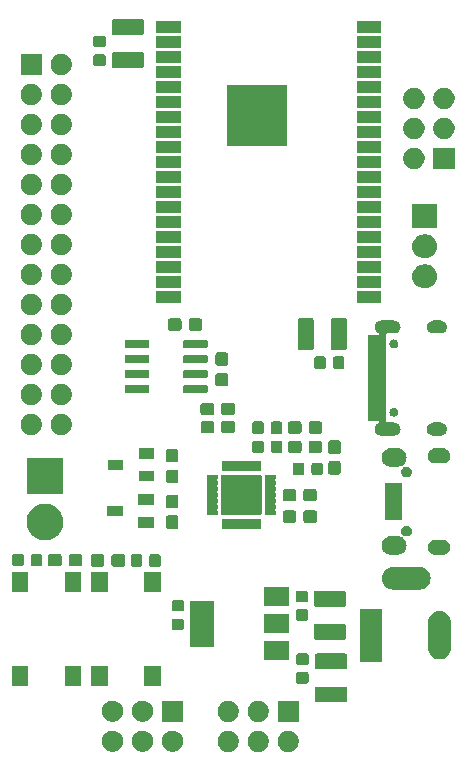
<source format=gbr>
G04 #@! TF.GenerationSoftware,KiCad,Pcbnew,5.1.5+dfsg1-2build2*
G04 #@! TF.CreationDate,2020-06-27T19:39:02+07:00*
G04 #@! TF.ProjectId,wrover_the_thesis,77726f76-6572-45f7-9468-655f74686573,rev?*
G04 #@! TF.SameCoordinates,Original*
G04 #@! TF.FileFunction,Soldermask,Top*
G04 #@! TF.FilePolarity,Negative*
%FSLAX46Y46*%
G04 Gerber Fmt 4.6, Leading zero omitted, Abs format (unit mm)*
G04 Created by KiCad (PCBNEW 5.1.5+dfsg1-2build2) date 2020-06-27 19:39:02*
%MOMM*%
%LPD*%
G04 APERTURE LIST*
%ADD10C,0.100000*%
G04 APERTURE END LIST*
D10*
G36*
X71653512Y-104663927D02*
G01*
X71802812Y-104693624D01*
X71966784Y-104761544D01*
X72114354Y-104860147D01*
X72239853Y-104985646D01*
X72338456Y-105133216D01*
X72406376Y-105297188D01*
X72441000Y-105471259D01*
X72441000Y-105648741D01*
X72406376Y-105822812D01*
X72338456Y-105986784D01*
X72239853Y-106134354D01*
X72114354Y-106259853D01*
X71966784Y-106358456D01*
X71802812Y-106426376D01*
X71653512Y-106456073D01*
X71628742Y-106461000D01*
X71451258Y-106461000D01*
X71426488Y-106456073D01*
X71277188Y-106426376D01*
X71113216Y-106358456D01*
X70965646Y-106259853D01*
X70840147Y-106134354D01*
X70741544Y-105986784D01*
X70673624Y-105822812D01*
X70639000Y-105648741D01*
X70639000Y-105471259D01*
X70673624Y-105297188D01*
X70741544Y-105133216D01*
X70840147Y-104985646D01*
X70965646Y-104860147D01*
X71113216Y-104761544D01*
X71277188Y-104693624D01*
X71426488Y-104663927D01*
X71451258Y-104659000D01*
X71628742Y-104659000D01*
X71653512Y-104663927D01*
G37*
G36*
X74193512Y-104663927D02*
G01*
X74342812Y-104693624D01*
X74506784Y-104761544D01*
X74654354Y-104860147D01*
X74779853Y-104985646D01*
X74878456Y-105133216D01*
X74946376Y-105297188D01*
X74981000Y-105471259D01*
X74981000Y-105648741D01*
X74946376Y-105822812D01*
X74878456Y-105986784D01*
X74779853Y-106134354D01*
X74654354Y-106259853D01*
X74506784Y-106358456D01*
X74342812Y-106426376D01*
X74193512Y-106456073D01*
X74168742Y-106461000D01*
X73991258Y-106461000D01*
X73966488Y-106456073D01*
X73817188Y-106426376D01*
X73653216Y-106358456D01*
X73505646Y-106259853D01*
X73380147Y-106134354D01*
X73281544Y-105986784D01*
X73213624Y-105822812D01*
X73179000Y-105648741D01*
X73179000Y-105471259D01*
X73213624Y-105297188D01*
X73281544Y-105133216D01*
X73380147Y-104985646D01*
X73505646Y-104860147D01*
X73653216Y-104761544D01*
X73817188Y-104693624D01*
X73966488Y-104663927D01*
X73991258Y-104659000D01*
X74168742Y-104659000D01*
X74193512Y-104663927D01*
G37*
G36*
X76733512Y-104663927D02*
G01*
X76882812Y-104693624D01*
X77046784Y-104761544D01*
X77194354Y-104860147D01*
X77319853Y-104985646D01*
X77418456Y-105133216D01*
X77486376Y-105297188D01*
X77521000Y-105471259D01*
X77521000Y-105648741D01*
X77486376Y-105822812D01*
X77418456Y-105986784D01*
X77319853Y-106134354D01*
X77194354Y-106259853D01*
X77046784Y-106358456D01*
X76882812Y-106426376D01*
X76733512Y-106456073D01*
X76708742Y-106461000D01*
X76531258Y-106461000D01*
X76506488Y-106456073D01*
X76357188Y-106426376D01*
X76193216Y-106358456D01*
X76045646Y-106259853D01*
X75920147Y-106134354D01*
X75821544Y-105986784D01*
X75753624Y-105822812D01*
X75719000Y-105648741D01*
X75719000Y-105471259D01*
X75753624Y-105297188D01*
X75821544Y-105133216D01*
X75920147Y-104985646D01*
X76045646Y-104860147D01*
X76193216Y-104761544D01*
X76357188Y-104693624D01*
X76506488Y-104663927D01*
X76531258Y-104659000D01*
X76708742Y-104659000D01*
X76733512Y-104663927D01*
G37*
G36*
X66923512Y-104643927D02*
G01*
X67072812Y-104673624D01*
X67236784Y-104741544D01*
X67384354Y-104840147D01*
X67509853Y-104965646D01*
X67608456Y-105113216D01*
X67676376Y-105277188D01*
X67711000Y-105451259D01*
X67711000Y-105628741D01*
X67676376Y-105802812D01*
X67608456Y-105966784D01*
X67509853Y-106114354D01*
X67384354Y-106239853D01*
X67236784Y-106338456D01*
X67072812Y-106406376D01*
X66923512Y-106436073D01*
X66898742Y-106441000D01*
X66721258Y-106441000D01*
X66696488Y-106436073D01*
X66547188Y-106406376D01*
X66383216Y-106338456D01*
X66235646Y-106239853D01*
X66110147Y-106114354D01*
X66011544Y-105966784D01*
X65943624Y-105802812D01*
X65909000Y-105628741D01*
X65909000Y-105451259D01*
X65943624Y-105277188D01*
X66011544Y-105113216D01*
X66110147Y-104965646D01*
X66235646Y-104840147D01*
X66383216Y-104741544D01*
X66547188Y-104673624D01*
X66696488Y-104643927D01*
X66721258Y-104639000D01*
X66898742Y-104639000D01*
X66923512Y-104643927D01*
G37*
G36*
X64383512Y-104643927D02*
G01*
X64532812Y-104673624D01*
X64696784Y-104741544D01*
X64844354Y-104840147D01*
X64969853Y-104965646D01*
X65068456Y-105113216D01*
X65136376Y-105277188D01*
X65171000Y-105451259D01*
X65171000Y-105628741D01*
X65136376Y-105802812D01*
X65068456Y-105966784D01*
X64969853Y-106114354D01*
X64844354Y-106239853D01*
X64696784Y-106338456D01*
X64532812Y-106406376D01*
X64383512Y-106436073D01*
X64358742Y-106441000D01*
X64181258Y-106441000D01*
X64156488Y-106436073D01*
X64007188Y-106406376D01*
X63843216Y-106338456D01*
X63695646Y-106239853D01*
X63570147Y-106114354D01*
X63471544Y-105966784D01*
X63403624Y-105802812D01*
X63369000Y-105628741D01*
X63369000Y-105451259D01*
X63403624Y-105277188D01*
X63471544Y-105113216D01*
X63570147Y-104965646D01*
X63695646Y-104840147D01*
X63843216Y-104741544D01*
X64007188Y-104673624D01*
X64156488Y-104643927D01*
X64181258Y-104639000D01*
X64358742Y-104639000D01*
X64383512Y-104643927D01*
G37*
G36*
X61843512Y-104643927D02*
G01*
X61992812Y-104673624D01*
X62156784Y-104741544D01*
X62304354Y-104840147D01*
X62429853Y-104965646D01*
X62528456Y-105113216D01*
X62596376Y-105277188D01*
X62631000Y-105451259D01*
X62631000Y-105628741D01*
X62596376Y-105802812D01*
X62528456Y-105966784D01*
X62429853Y-106114354D01*
X62304354Y-106239853D01*
X62156784Y-106338456D01*
X61992812Y-106406376D01*
X61843512Y-106436073D01*
X61818742Y-106441000D01*
X61641258Y-106441000D01*
X61616488Y-106436073D01*
X61467188Y-106406376D01*
X61303216Y-106338456D01*
X61155646Y-106239853D01*
X61030147Y-106114354D01*
X60931544Y-105966784D01*
X60863624Y-105802812D01*
X60829000Y-105628741D01*
X60829000Y-105451259D01*
X60863624Y-105277188D01*
X60931544Y-105113216D01*
X61030147Y-104965646D01*
X61155646Y-104840147D01*
X61303216Y-104741544D01*
X61467188Y-104673624D01*
X61616488Y-104643927D01*
X61641258Y-104639000D01*
X61818742Y-104639000D01*
X61843512Y-104643927D01*
G37*
G36*
X77521000Y-103921000D02*
G01*
X75719000Y-103921000D01*
X75719000Y-102119000D01*
X77521000Y-102119000D01*
X77521000Y-103921000D01*
G37*
G36*
X74193512Y-102123927D02*
G01*
X74342812Y-102153624D01*
X74506784Y-102221544D01*
X74654354Y-102320147D01*
X74779853Y-102445646D01*
X74878456Y-102593216D01*
X74946376Y-102757188D01*
X74981000Y-102931259D01*
X74981000Y-103108741D01*
X74946376Y-103282812D01*
X74878456Y-103446784D01*
X74779853Y-103594354D01*
X74654354Y-103719853D01*
X74506784Y-103818456D01*
X74342812Y-103886376D01*
X74193512Y-103916073D01*
X74168742Y-103921000D01*
X73991258Y-103921000D01*
X73966488Y-103916073D01*
X73817188Y-103886376D01*
X73653216Y-103818456D01*
X73505646Y-103719853D01*
X73380147Y-103594354D01*
X73281544Y-103446784D01*
X73213624Y-103282812D01*
X73179000Y-103108741D01*
X73179000Y-102931259D01*
X73213624Y-102757188D01*
X73281544Y-102593216D01*
X73380147Y-102445646D01*
X73505646Y-102320147D01*
X73653216Y-102221544D01*
X73817188Y-102153624D01*
X73966488Y-102123927D01*
X73991258Y-102119000D01*
X74168742Y-102119000D01*
X74193512Y-102123927D01*
G37*
G36*
X71653512Y-102123927D02*
G01*
X71802812Y-102153624D01*
X71966784Y-102221544D01*
X72114354Y-102320147D01*
X72239853Y-102445646D01*
X72338456Y-102593216D01*
X72406376Y-102757188D01*
X72441000Y-102931259D01*
X72441000Y-103108741D01*
X72406376Y-103282812D01*
X72338456Y-103446784D01*
X72239853Y-103594354D01*
X72114354Y-103719853D01*
X71966784Y-103818456D01*
X71802812Y-103886376D01*
X71653512Y-103916073D01*
X71628742Y-103921000D01*
X71451258Y-103921000D01*
X71426488Y-103916073D01*
X71277188Y-103886376D01*
X71113216Y-103818456D01*
X70965646Y-103719853D01*
X70840147Y-103594354D01*
X70741544Y-103446784D01*
X70673624Y-103282812D01*
X70639000Y-103108741D01*
X70639000Y-102931259D01*
X70673624Y-102757188D01*
X70741544Y-102593216D01*
X70840147Y-102445646D01*
X70965646Y-102320147D01*
X71113216Y-102221544D01*
X71277188Y-102153624D01*
X71426488Y-102123927D01*
X71451258Y-102119000D01*
X71628742Y-102119000D01*
X71653512Y-102123927D01*
G37*
G36*
X64383512Y-102103927D02*
G01*
X64532812Y-102133624D01*
X64696784Y-102201544D01*
X64844354Y-102300147D01*
X64969853Y-102425646D01*
X65068456Y-102573216D01*
X65136376Y-102737188D01*
X65171000Y-102911259D01*
X65171000Y-103088741D01*
X65136376Y-103262812D01*
X65068456Y-103426784D01*
X64969853Y-103574354D01*
X64844354Y-103699853D01*
X64696784Y-103798456D01*
X64532812Y-103866376D01*
X64383512Y-103896073D01*
X64358742Y-103901000D01*
X64181258Y-103901000D01*
X64156488Y-103896073D01*
X64007188Y-103866376D01*
X63843216Y-103798456D01*
X63695646Y-103699853D01*
X63570147Y-103574354D01*
X63471544Y-103426784D01*
X63403624Y-103262812D01*
X63369000Y-103088741D01*
X63369000Y-102911259D01*
X63403624Y-102737188D01*
X63471544Y-102573216D01*
X63570147Y-102425646D01*
X63695646Y-102300147D01*
X63843216Y-102201544D01*
X64007188Y-102133624D01*
X64156488Y-102103927D01*
X64181258Y-102099000D01*
X64358742Y-102099000D01*
X64383512Y-102103927D01*
G37*
G36*
X61843512Y-102103927D02*
G01*
X61992812Y-102133624D01*
X62156784Y-102201544D01*
X62304354Y-102300147D01*
X62429853Y-102425646D01*
X62528456Y-102573216D01*
X62596376Y-102737188D01*
X62631000Y-102911259D01*
X62631000Y-103088741D01*
X62596376Y-103262812D01*
X62528456Y-103426784D01*
X62429853Y-103574354D01*
X62304354Y-103699853D01*
X62156784Y-103798456D01*
X61992812Y-103866376D01*
X61843512Y-103896073D01*
X61818742Y-103901000D01*
X61641258Y-103901000D01*
X61616488Y-103896073D01*
X61467188Y-103866376D01*
X61303216Y-103798456D01*
X61155646Y-103699853D01*
X61030147Y-103574354D01*
X60931544Y-103426784D01*
X60863624Y-103262812D01*
X60829000Y-103088741D01*
X60829000Y-102911259D01*
X60863624Y-102737188D01*
X60931544Y-102573216D01*
X61030147Y-102425646D01*
X61155646Y-102300147D01*
X61303216Y-102201544D01*
X61467188Y-102133624D01*
X61616488Y-102103927D01*
X61641258Y-102099000D01*
X61818742Y-102099000D01*
X61843512Y-102103927D01*
G37*
G36*
X67711000Y-103901000D02*
G01*
X65909000Y-103901000D01*
X65909000Y-102099000D01*
X67711000Y-102099000D01*
X67711000Y-103901000D01*
G37*
G36*
X81458604Y-100918347D02*
G01*
X81495144Y-100929432D01*
X81528821Y-100947433D01*
X81558341Y-100971659D01*
X81582567Y-101001179D01*
X81600568Y-101034856D01*
X81611653Y-101071396D01*
X81616000Y-101115538D01*
X81616000Y-102064462D01*
X81611653Y-102108604D01*
X81600568Y-102145144D01*
X81582567Y-102178821D01*
X81558341Y-102208341D01*
X81528821Y-102232567D01*
X81495144Y-102250568D01*
X81458604Y-102261653D01*
X81414462Y-102266000D01*
X79065538Y-102266000D01*
X79021396Y-102261653D01*
X78984856Y-102250568D01*
X78951179Y-102232567D01*
X78921659Y-102208341D01*
X78897433Y-102178821D01*
X78879432Y-102145144D01*
X78868347Y-102108604D01*
X78864000Y-102064462D01*
X78864000Y-101115538D01*
X78868347Y-101071396D01*
X78879432Y-101034856D01*
X78897433Y-101001179D01*
X78921659Y-100971659D01*
X78951179Y-100947433D01*
X78984856Y-100929432D01*
X79021396Y-100918347D01*
X79065538Y-100914000D01*
X81414462Y-100914000D01*
X81458604Y-100918347D01*
G37*
G36*
X54611000Y-100851000D02*
G01*
X53209000Y-100851000D01*
X53209000Y-99199000D01*
X54611000Y-99199000D01*
X54611000Y-100851000D01*
G37*
G36*
X59111000Y-100851000D02*
G01*
X57709000Y-100851000D01*
X57709000Y-99199000D01*
X59111000Y-99199000D01*
X59111000Y-100851000D01*
G37*
G36*
X65841000Y-100841000D02*
G01*
X64439000Y-100841000D01*
X64439000Y-99189000D01*
X65841000Y-99189000D01*
X65841000Y-100841000D01*
G37*
G36*
X61341000Y-100841000D02*
G01*
X59939000Y-100841000D01*
X59939000Y-99189000D01*
X61341000Y-99189000D01*
X61341000Y-100841000D01*
G37*
G36*
X78199591Y-99690585D02*
G01*
X78233569Y-99700893D01*
X78264890Y-99717634D01*
X78292339Y-99740161D01*
X78314866Y-99767610D01*
X78331607Y-99798931D01*
X78341915Y-99832909D01*
X78346000Y-99874390D01*
X78346000Y-100475610D01*
X78341915Y-100517091D01*
X78331607Y-100551069D01*
X78314866Y-100582390D01*
X78292339Y-100609839D01*
X78264890Y-100632366D01*
X78233569Y-100649107D01*
X78199591Y-100659415D01*
X78158110Y-100663500D01*
X77481890Y-100663500D01*
X77440409Y-100659415D01*
X77406431Y-100649107D01*
X77375110Y-100632366D01*
X77347661Y-100609839D01*
X77325134Y-100582390D01*
X77308393Y-100551069D01*
X77298085Y-100517091D01*
X77294000Y-100475610D01*
X77294000Y-99874390D01*
X77298085Y-99832909D01*
X77308393Y-99798931D01*
X77325134Y-99767610D01*
X77347661Y-99740161D01*
X77375110Y-99717634D01*
X77406431Y-99700893D01*
X77440409Y-99690585D01*
X77481890Y-99686500D01*
X78158110Y-99686500D01*
X78199591Y-99690585D01*
G37*
G36*
X81458604Y-98118347D02*
G01*
X81495144Y-98129432D01*
X81528821Y-98147433D01*
X81558341Y-98171659D01*
X81582567Y-98201179D01*
X81600568Y-98234856D01*
X81611653Y-98271396D01*
X81616000Y-98315538D01*
X81616000Y-99264462D01*
X81611653Y-99308604D01*
X81600568Y-99345144D01*
X81582567Y-99378821D01*
X81558341Y-99408341D01*
X81528821Y-99432567D01*
X81495144Y-99450568D01*
X81458604Y-99461653D01*
X81414462Y-99466000D01*
X79065538Y-99466000D01*
X79021396Y-99461653D01*
X78984856Y-99450568D01*
X78951179Y-99432567D01*
X78921659Y-99408341D01*
X78897433Y-99378821D01*
X78879432Y-99345144D01*
X78868347Y-99308604D01*
X78864000Y-99264462D01*
X78864000Y-98315538D01*
X78868347Y-98271396D01*
X78879432Y-98234856D01*
X78897433Y-98201179D01*
X78921659Y-98171659D01*
X78951179Y-98147433D01*
X78984856Y-98129432D01*
X79021396Y-98118347D01*
X79065538Y-98114000D01*
X81414462Y-98114000D01*
X81458604Y-98118347D01*
G37*
G36*
X78199591Y-98115585D02*
G01*
X78233569Y-98125893D01*
X78264890Y-98142634D01*
X78292339Y-98165161D01*
X78314866Y-98192610D01*
X78331607Y-98223931D01*
X78341915Y-98257909D01*
X78346000Y-98299390D01*
X78346000Y-98900610D01*
X78341915Y-98942091D01*
X78331607Y-98976069D01*
X78314866Y-99007390D01*
X78292339Y-99034839D01*
X78264890Y-99057366D01*
X78233569Y-99074107D01*
X78199591Y-99084415D01*
X78158110Y-99088500D01*
X77481890Y-99088500D01*
X77440409Y-99084415D01*
X77406431Y-99074107D01*
X77375110Y-99057366D01*
X77347661Y-99034839D01*
X77325134Y-99007390D01*
X77308393Y-98976069D01*
X77298085Y-98942091D01*
X77294000Y-98900610D01*
X77294000Y-98299390D01*
X77298085Y-98257909D01*
X77308393Y-98223931D01*
X77325134Y-98192610D01*
X77347661Y-98165161D01*
X77375110Y-98142634D01*
X77406431Y-98125893D01*
X77440409Y-98115585D01*
X77481890Y-98111500D01*
X78158110Y-98111500D01*
X78199591Y-98115585D01*
G37*
G36*
X84581000Y-98811000D02*
G01*
X82679000Y-98811000D01*
X82679000Y-94309000D01*
X84581000Y-94309000D01*
X84581000Y-98811000D01*
G37*
G36*
X76671000Y-98701000D02*
G01*
X74569000Y-98701000D01*
X74569000Y-97099000D01*
X76671000Y-97099000D01*
X76671000Y-98701000D01*
G37*
G36*
X89616424Y-94522760D02*
G01*
X89616427Y-94522761D01*
X89616428Y-94522761D01*
X89795692Y-94577140D01*
X89795695Y-94577142D01*
X89795696Y-94577142D01*
X89960903Y-94665446D01*
X90105712Y-94784288D01*
X90224554Y-94929097D01*
X90312858Y-95094303D01*
X90312860Y-95094307D01*
X90358556Y-95244948D01*
X90367240Y-95273575D01*
X90381000Y-95413282D01*
X90381000Y-97706718D01*
X90367240Y-97846425D01*
X90367239Y-97846428D01*
X90367239Y-97846429D01*
X90312860Y-98025693D01*
X90312858Y-98025696D01*
X90312858Y-98025697D01*
X90224554Y-98190903D01*
X90105712Y-98335712D01*
X89960903Y-98454554D01*
X89795697Y-98542858D01*
X89795693Y-98542860D01*
X89616429Y-98597239D01*
X89616428Y-98597239D01*
X89616425Y-98597240D01*
X89430000Y-98615601D01*
X89243576Y-98597240D01*
X89243573Y-98597239D01*
X89243572Y-98597239D01*
X89064308Y-98542860D01*
X89064304Y-98542858D01*
X88899098Y-98454554D01*
X88754289Y-98335712D01*
X88635447Y-98190903D01*
X88547143Y-98025697D01*
X88547143Y-98025696D01*
X88547141Y-98025693D01*
X88492762Y-97846429D01*
X88492762Y-97846428D01*
X88492761Y-97846425D01*
X88479001Y-97706718D01*
X88479000Y-95413283D01*
X88492760Y-95273576D01*
X88492761Y-95273572D01*
X88547140Y-95094308D01*
X88547143Y-95094303D01*
X88635446Y-94929097D01*
X88754288Y-94784288D01*
X88899097Y-94665446D01*
X89064303Y-94577142D01*
X89064304Y-94577142D01*
X89064307Y-94577140D01*
X89243571Y-94522761D01*
X89243572Y-94522761D01*
X89243575Y-94522760D01*
X89430000Y-94504399D01*
X89616424Y-94522760D01*
G37*
G36*
X70371000Y-97551000D02*
G01*
X68269000Y-97551000D01*
X68269000Y-93649000D01*
X70371000Y-93649000D01*
X70371000Y-97551000D01*
G37*
G36*
X81368604Y-95598347D02*
G01*
X81405144Y-95609432D01*
X81438821Y-95627433D01*
X81468341Y-95651659D01*
X81492567Y-95681179D01*
X81510568Y-95714856D01*
X81521653Y-95751396D01*
X81526000Y-95795538D01*
X81526000Y-96744462D01*
X81521653Y-96788604D01*
X81510568Y-96825144D01*
X81492567Y-96858821D01*
X81468341Y-96888341D01*
X81438821Y-96912567D01*
X81405144Y-96930568D01*
X81368604Y-96941653D01*
X81324462Y-96946000D01*
X78975538Y-96946000D01*
X78931396Y-96941653D01*
X78894856Y-96930568D01*
X78861179Y-96912567D01*
X78831659Y-96888341D01*
X78807433Y-96858821D01*
X78789432Y-96825144D01*
X78778347Y-96788604D01*
X78774000Y-96744462D01*
X78774000Y-95795538D01*
X78778347Y-95751396D01*
X78789432Y-95714856D01*
X78807433Y-95681179D01*
X78831659Y-95651659D01*
X78861179Y-95627433D01*
X78894856Y-95609432D01*
X78931396Y-95598347D01*
X78975538Y-95594000D01*
X81324462Y-95594000D01*
X81368604Y-95598347D01*
G37*
G36*
X76671000Y-96401000D02*
G01*
X74569000Y-96401000D01*
X74569000Y-94799000D01*
X76671000Y-94799000D01*
X76671000Y-96401000D01*
G37*
G36*
X67649591Y-95163085D02*
G01*
X67683569Y-95173393D01*
X67714890Y-95190134D01*
X67742339Y-95212661D01*
X67764866Y-95240110D01*
X67781607Y-95271431D01*
X67791915Y-95305409D01*
X67796000Y-95346890D01*
X67796000Y-95948110D01*
X67791915Y-95989591D01*
X67781607Y-96023569D01*
X67764866Y-96054890D01*
X67742339Y-96082339D01*
X67714890Y-96104866D01*
X67683569Y-96121607D01*
X67649591Y-96131915D01*
X67608110Y-96136000D01*
X66931890Y-96136000D01*
X66890409Y-96131915D01*
X66856431Y-96121607D01*
X66825110Y-96104866D01*
X66797661Y-96082339D01*
X66775134Y-96054890D01*
X66758393Y-96023569D01*
X66748085Y-95989591D01*
X66744000Y-95948110D01*
X66744000Y-95346890D01*
X66748085Y-95305409D01*
X66758393Y-95271431D01*
X66775134Y-95240110D01*
X66797661Y-95212661D01*
X66825110Y-95190134D01*
X66856431Y-95173393D01*
X66890409Y-95163085D01*
X66931890Y-95159000D01*
X67608110Y-95159000D01*
X67649591Y-95163085D01*
G37*
G36*
X78159591Y-94380585D02*
G01*
X78193569Y-94390893D01*
X78224890Y-94407634D01*
X78252339Y-94430161D01*
X78274866Y-94457610D01*
X78291607Y-94488931D01*
X78301915Y-94522909D01*
X78306000Y-94564390D01*
X78306000Y-95165610D01*
X78301915Y-95207091D01*
X78291607Y-95241069D01*
X78274866Y-95272390D01*
X78252339Y-95299839D01*
X78224890Y-95322366D01*
X78193569Y-95339107D01*
X78159591Y-95349415D01*
X78118110Y-95353500D01*
X77441890Y-95353500D01*
X77400409Y-95349415D01*
X77366431Y-95339107D01*
X77335110Y-95322366D01*
X77307661Y-95299839D01*
X77285134Y-95272390D01*
X77268393Y-95241069D01*
X77258085Y-95207091D01*
X77254000Y-95165610D01*
X77254000Y-94564390D01*
X77258085Y-94522909D01*
X77268393Y-94488931D01*
X77285134Y-94457610D01*
X77307661Y-94430161D01*
X77335110Y-94407634D01*
X77366431Y-94390893D01*
X77400409Y-94380585D01*
X77441890Y-94376500D01*
X78118110Y-94376500D01*
X78159591Y-94380585D01*
G37*
G36*
X67649591Y-93588085D02*
G01*
X67683569Y-93598393D01*
X67714890Y-93615134D01*
X67742339Y-93637661D01*
X67764866Y-93665110D01*
X67781607Y-93696431D01*
X67791915Y-93730409D01*
X67796000Y-93771890D01*
X67796000Y-94373110D01*
X67791915Y-94414591D01*
X67781607Y-94448569D01*
X67764866Y-94479890D01*
X67742339Y-94507339D01*
X67714890Y-94529866D01*
X67683569Y-94546607D01*
X67649591Y-94556915D01*
X67608110Y-94561000D01*
X66931890Y-94561000D01*
X66890409Y-94556915D01*
X66856431Y-94546607D01*
X66825110Y-94529866D01*
X66797661Y-94507339D01*
X66775134Y-94479890D01*
X66758393Y-94448569D01*
X66748085Y-94414591D01*
X66744000Y-94373110D01*
X66744000Y-93771890D01*
X66748085Y-93730409D01*
X66758393Y-93696431D01*
X66775134Y-93665110D01*
X66797661Y-93637661D01*
X66825110Y-93615134D01*
X66856431Y-93598393D01*
X66890409Y-93588085D01*
X66931890Y-93584000D01*
X67608110Y-93584000D01*
X67649591Y-93588085D01*
G37*
G36*
X81368604Y-92798347D02*
G01*
X81405144Y-92809432D01*
X81438821Y-92827433D01*
X81468341Y-92851659D01*
X81492567Y-92881179D01*
X81510568Y-92914856D01*
X81521653Y-92951396D01*
X81526000Y-92995538D01*
X81526000Y-93944462D01*
X81521653Y-93988604D01*
X81510568Y-94025144D01*
X81492567Y-94058821D01*
X81468341Y-94088341D01*
X81438821Y-94112567D01*
X81405144Y-94130568D01*
X81368604Y-94141653D01*
X81324462Y-94146000D01*
X78975538Y-94146000D01*
X78931396Y-94141653D01*
X78894856Y-94130568D01*
X78861179Y-94112567D01*
X78831659Y-94088341D01*
X78807433Y-94058821D01*
X78789432Y-94025144D01*
X78778347Y-93988604D01*
X78774000Y-93944462D01*
X78774000Y-92995538D01*
X78778347Y-92951396D01*
X78789432Y-92914856D01*
X78807433Y-92881179D01*
X78831659Y-92851659D01*
X78861179Y-92827433D01*
X78894856Y-92809432D01*
X78931396Y-92798347D01*
X78975538Y-92794000D01*
X81324462Y-92794000D01*
X81368604Y-92798347D01*
G37*
G36*
X76671000Y-94101000D02*
G01*
X74569000Y-94101000D01*
X74569000Y-92499000D01*
X76671000Y-92499000D01*
X76671000Y-94101000D01*
G37*
G36*
X78159591Y-92805585D02*
G01*
X78193569Y-92815893D01*
X78224890Y-92832634D01*
X78252339Y-92855161D01*
X78274866Y-92882610D01*
X78291607Y-92913931D01*
X78301915Y-92947909D01*
X78306000Y-92989390D01*
X78306000Y-93590610D01*
X78301915Y-93632091D01*
X78291607Y-93666069D01*
X78274866Y-93697390D01*
X78252339Y-93724839D01*
X78224890Y-93747366D01*
X78193569Y-93764107D01*
X78159591Y-93774415D01*
X78118110Y-93778500D01*
X77441890Y-93778500D01*
X77400409Y-93774415D01*
X77366431Y-93764107D01*
X77335110Y-93747366D01*
X77307661Y-93724839D01*
X77285134Y-93697390D01*
X77268393Y-93666069D01*
X77258085Y-93632091D01*
X77254000Y-93590610D01*
X77254000Y-92989390D01*
X77258085Y-92947909D01*
X77268393Y-92913931D01*
X77285134Y-92882610D01*
X77307661Y-92855161D01*
X77335110Y-92832634D01*
X77366431Y-92815893D01*
X77400409Y-92805585D01*
X77441890Y-92801500D01*
X78118110Y-92801500D01*
X78159591Y-92805585D01*
G37*
G36*
X54611000Y-92901000D02*
G01*
X53209000Y-92901000D01*
X53209000Y-91249000D01*
X54611000Y-91249000D01*
X54611000Y-92901000D01*
G37*
G36*
X59111000Y-92901000D02*
G01*
X57709000Y-92901000D01*
X57709000Y-91249000D01*
X59111000Y-91249000D01*
X59111000Y-92901000D01*
G37*
G36*
X65841000Y-92891000D02*
G01*
X64439000Y-92891000D01*
X64439000Y-91239000D01*
X65841000Y-91239000D01*
X65841000Y-92891000D01*
G37*
G36*
X61341000Y-92891000D02*
G01*
X59939000Y-92891000D01*
X59939000Y-91239000D01*
X61341000Y-91239000D01*
X61341000Y-92891000D01*
G37*
G36*
X87916425Y-90822760D02*
G01*
X87916428Y-90822761D01*
X87916429Y-90822761D01*
X88095693Y-90877140D01*
X88095696Y-90877142D01*
X88095697Y-90877142D01*
X88260903Y-90965446D01*
X88405712Y-91084288D01*
X88524554Y-91229097D01*
X88612858Y-91394303D01*
X88612860Y-91394307D01*
X88667239Y-91573571D01*
X88667240Y-91573575D01*
X88685601Y-91760000D01*
X88667240Y-91946425D01*
X88667239Y-91946428D01*
X88667239Y-91946429D01*
X88612860Y-92125693D01*
X88612858Y-92125696D01*
X88612858Y-92125697D01*
X88524554Y-92290903D01*
X88405712Y-92435712D01*
X88260903Y-92554554D01*
X88095697Y-92642858D01*
X88095693Y-92642860D01*
X87916429Y-92697239D01*
X87916428Y-92697239D01*
X87916425Y-92697240D01*
X87776718Y-92711000D01*
X85483282Y-92711000D01*
X85343575Y-92697240D01*
X85343572Y-92697239D01*
X85343571Y-92697239D01*
X85164307Y-92642860D01*
X85164303Y-92642858D01*
X84999097Y-92554554D01*
X84854288Y-92435712D01*
X84735446Y-92290903D01*
X84647142Y-92125697D01*
X84647142Y-92125696D01*
X84647140Y-92125693D01*
X84592761Y-91946429D01*
X84592761Y-91946428D01*
X84592760Y-91946425D01*
X84574399Y-91760000D01*
X84592760Y-91573575D01*
X84592761Y-91573571D01*
X84647140Y-91394307D01*
X84647142Y-91394303D01*
X84735446Y-91229097D01*
X84854288Y-91084288D01*
X84999097Y-90965446D01*
X85164303Y-90877142D01*
X85164304Y-90877142D01*
X85164307Y-90877140D01*
X85343571Y-90822761D01*
X85343572Y-90822761D01*
X85343575Y-90822760D01*
X85483282Y-90809000D01*
X87776718Y-90809000D01*
X87916425Y-90822760D01*
G37*
G36*
X65677091Y-89718085D02*
G01*
X65711069Y-89728393D01*
X65742390Y-89745134D01*
X65769839Y-89767661D01*
X65792366Y-89795110D01*
X65809107Y-89826431D01*
X65819415Y-89860409D01*
X65823500Y-89901890D01*
X65823500Y-90578110D01*
X65819415Y-90619591D01*
X65809107Y-90653569D01*
X65792366Y-90684890D01*
X65769839Y-90712339D01*
X65742390Y-90734866D01*
X65711069Y-90751607D01*
X65677091Y-90761915D01*
X65635610Y-90766000D01*
X65034390Y-90766000D01*
X64992909Y-90761915D01*
X64958931Y-90751607D01*
X64927610Y-90734866D01*
X64900161Y-90712339D01*
X64877634Y-90684890D01*
X64860893Y-90653569D01*
X64850585Y-90619591D01*
X64846500Y-90578110D01*
X64846500Y-89901890D01*
X64850585Y-89860409D01*
X64860893Y-89826431D01*
X64877634Y-89795110D01*
X64900161Y-89767661D01*
X64927610Y-89745134D01*
X64958931Y-89728393D01*
X64992909Y-89718085D01*
X65034390Y-89714000D01*
X65635610Y-89714000D01*
X65677091Y-89718085D01*
G37*
G36*
X64102091Y-89718085D02*
G01*
X64136069Y-89728393D01*
X64167390Y-89745134D01*
X64194839Y-89767661D01*
X64217366Y-89795110D01*
X64234107Y-89826431D01*
X64244415Y-89860409D01*
X64248500Y-89901890D01*
X64248500Y-90578110D01*
X64244415Y-90619591D01*
X64234107Y-90653569D01*
X64217366Y-90684890D01*
X64194839Y-90712339D01*
X64167390Y-90734866D01*
X64136069Y-90751607D01*
X64102091Y-90761915D01*
X64060610Y-90766000D01*
X63459390Y-90766000D01*
X63417909Y-90761915D01*
X63383931Y-90751607D01*
X63352610Y-90734866D01*
X63325161Y-90712339D01*
X63302634Y-90684890D01*
X63285893Y-90653569D01*
X63275585Y-90619591D01*
X63271500Y-90578110D01*
X63271500Y-89901890D01*
X63275585Y-89860409D01*
X63285893Y-89826431D01*
X63302634Y-89795110D01*
X63325161Y-89767661D01*
X63352610Y-89745134D01*
X63383931Y-89728393D01*
X63417909Y-89718085D01*
X63459390Y-89714000D01*
X64060610Y-89714000D01*
X64102091Y-89718085D01*
G37*
G36*
X60889499Y-89708445D02*
G01*
X60926995Y-89719820D01*
X60961554Y-89738292D01*
X60991847Y-89763153D01*
X61016708Y-89793446D01*
X61035180Y-89828005D01*
X61046555Y-89865501D01*
X61051000Y-89910638D01*
X61051000Y-90549362D01*
X61046555Y-90594499D01*
X61035180Y-90631995D01*
X61016708Y-90666554D01*
X60991847Y-90696847D01*
X60961554Y-90721708D01*
X60926995Y-90740180D01*
X60889499Y-90751555D01*
X60844362Y-90756000D01*
X60105638Y-90756000D01*
X60060501Y-90751555D01*
X60023005Y-90740180D01*
X59988446Y-90721708D01*
X59958153Y-90696847D01*
X59933292Y-90666554D01*
X59914820Y-90631995D01*
X59903445Y-90594499D01*
X59899000Y-90549362D01*
X59899000Y-89910638D01*
X59903445Y-89865501D01*
X59914820Y-89828005D01*
X59933292Y-89793446D01*
X59958153Y-89763153D01*
X59988446Y-89738292D01*
X60023005Y-89719820D01*
X60060501Y-89708445D01*
X60105638Y-89704000D01*
X60844362Y-89704000D01*
X60889499Y-89708445D01*
G37*
G36*
X62639499Y-89708445D02*
G01*
X62676995Y-89719820D01*
X62711554Y-89738292D01*
X62741847Y-89763153D01*
X62766708Y-89793446D01*
X62785180Y-89828005D01*
X62796555Y-89865501D01*
X62801000Y-89910638D01*
X62801000Y-90549362D01*
X62796555Y-90594499D01*
X62785180Y-90631995D01*
X62766708Y-90666554D01*
X62741847Y-90696847D01*
X62711554Y-90721708D01*
X62676995Y-90740180D01*
X62639499Y-90751555D01*
X62594362Y-90756000D01*
X61855638Y-90756000D01*
X61810501Y-90751555D01*
X61773005Y-90740180D01*
X61738446Y-90721708D01*
X61708153Y-90696847D01*
X61683292Y-90666554D01*
X61664820Y-90631995D01*
X61653445Y-90594499D01*
X61649000Y-90549362D01*
X61649000Y-89910638D01*
X61653445Y-89865501D01*
X61664820Y-89828005D01*
X61683292Y-89793446D01*
X61708153Y-89763153D01*
X61738446Y-89738292D01*
X61773005Y-89719820D01*
X61810501Y-89708445D01*
X61855638Y-89704000D01*
X62594362Y-89704000D01*
X62639499Y-89708445D01*
G37*
G36*
X59029499Y-89688445D02*
G01*
X59066995Y-89699820D01*
X59101554Y-89718292D01*
X59131847Y-89743153D01*
X59156708Y-89773446D01*
X59175180Y-89808005D01*
X59186555Y-89845501D01*
X59191000Y-89890638D01*
X59191000Y-90529362D01*
X59186555Y-90574499D01*
X59175180Y-90611995D01*
X59156708Y-90646554D01*
X59131847Y-90676847D01*
X59101554Y-90701708D01*
X59066995Y-90720180D01*
X59029499Y-90731555D01*
X58984362Y-90736000D01*
X58245638Y-90736000D01*
X58200501Y-90731555D01*
X58163005Y-90720180D01*
X58128446Y-90701708D01*
X58098153Y-90676847D01*
X58073292Y-90646554D01*
X58054820Y-90611995D01*
X58043445Y-90574499D01*
X58039000Y-90529362D01*
X58039000Y-89890638D01*
X58043445Y-89845501D01*
X58054820Y-89808005D01*
X58073292Y-89773446D01*
X58098153Y-89743153D01*
X58128446Y-89718292D01*
X58163005Y-89699820D01*
X58200501Y-89688445D01*
X58245638Y-89684000D01*
X58984362Y-89684000D01*
X59029499Y-89688445D01*
G37*
G36*
X57279499Y-89688445D02*
G01*
X57316995Y-89699820D01*
X57351554Y-89718292D01*
X57381847Y-89743153D01*
X57406708Y-89773446D01*
X57425180Y-89808005D01*
X57436555Y-89845501D01*
X57441000Y-89890638D01*
X57441000Y-90529362D01*
X57436555Y-90574499D01*
X57425180Y-90611995D01*
X57406708Y-90646554D01*
X57381847Y-90676847D01*
X57351554Y-90701708D01*
X57316995Y-90720180D01*
X57279499Y-90731555D01*
X57234362Y-90736000D01*
X56495638Y-90736000D01*
X56450501Y-90731555D01*
X56413005Y-90720180D01*
X56378446Y-90701708D01*
X56348153Y-90676847D01*
X56323292Y-90646554D01*
X56304820Y-90611995D01*
X56293445Y-90574499D01*
X56289000Y-90529362D01*
X56289000Y-89890638D01*
X56293445Y-89845501D01*
X56304820Y-89808005D01*
X56323292Y-89773446D01*
X56348153Y-89743153D01*
X56378446Y-89718292D01*
X56413005Y-89699820D01*
X56450501Y-89688445D01*
X56495638Y-89684000D01*
X57234362Y-89684000D01*
X57279499Y-89688445D01*
G37*
G36*
X55662091Y-89688085D02*
G01*
X55696069Y-89698393D01*
X55727390Y-89715134D01*
X55754839Y-89737661D01*
X55777366Y-89765110D01*
X55794107Y-89796431D01*
X55804415Y-89830409D01*
X55808500Y-89871890D01*
X55808500Y-90548110D01*
X55804415Y-90589591D01*
X55794107Y-90623569D01*
X55777366Y-90654890D01*
X55754839Y-90682339D01*
X55727390Y-90704866D01*
X55696069Y-90721607D01*
X55662091Y-90731915D01*
X55620610Y-90736000D01*
X55019390Y-90736000D01*
X54977909Y-90731915D01*
X54943931Y-90721607D01*
X54912610Y-90704866D01*
X54885161Y-90682339D01*
X54862634Y-90654890D01*
X54845893Y-90623569D01*
X54835585Y-90589591D01*
X54831500Y-90548110D01*
X54831500Y-89871890D01*
X54835585Y-89830409D01*
X54845893Y-89796431D01*
X54862634Y-89765110D01*
X54885161Y-89737661D01*
X54912610Y-89715134D01*
X54943931Y-89698393D01*
X54977909Y-89688085D01*
X55019390Y-89684000D01*
X55620610Y-89684000D01*
X55662091Y-89688085D01*
G37*
G36*
X54087091Y-89688085D02*
G01*
X54121069Y-89698393D01*
X54152390Y-89715134D01*
X54179839Y-89737661D01*
X54202366Y-89765110D01*
X54219107Y-89796431D01*
X54229415Y-89830409D01*
X54233500Y-89871890D01*
X54233500Y-90548110D01*
X54229415Y-90589591D01*
X54219107Y-90623569D01*
X54202366Y-90654890D01*
X54179839Y-90682339D01*
X54152390Y-90704866D01*
X54121069Y-90721607D01*
X54087091Y-90731915D01*
X54045610Y-90736000D01*
X53444390Y-90736000D01*
X53402909Y-90731915D01*
X53368931Y-90721607D01*
X53337610Y-90704866D01*
X53310161Y-90682339D01*
X53287634Y-90654890D01*
X53270893Y-90623569D01*
X53260585Y-90589591D01*
X53256500Y-90548110D01*
X53256500Y-89871890D01*
X53260585Y-89830409D01*
X53270893Y-89796431D01*
X53287634Y-89765110D01*
X53310161Y-89737661D01*
X53337610Y-89715134D01*
X53368931Y-89698393D01*
X53402909Y-89688085D01*
X53444390Y-89684000D01*
X54045610Y-89684000D01*
X54087091Y-89688085D01*
G37*
G36*
X86771552Y-87311331D02*
G01*
X86853627Y-87345328D01*
X86853629Y-87345329D01*
X86927496Y-87394686D01*
X86990314Y-87457504D01*
X87036535Y-87526677D01*
X87039672Y-87531373D01*
X87073669Y-87613448D01*
X87091000Y-87700579D01*
X87091000Y-87789421D01*
X87073669Y-87876552D01*
X87039672Y-87958627D01*
X87039671Y-87958629D01*
X86990314Y-88032496D01*
X86927496Y-88095314D01*
X86853629Y-88144671D01*
X86853628Y-88144672D01*
X86853627Y-88144672D01*
X86771552Y-88178669D01*
X86684421Y-88196000D01*
X86595579Y-88196000D01*
X86506054Y-88178193D01*
X86487257Y-88172490D01*
X86462871Y-88170088D01*
X86438485Y-88172489D01*
X86415036Y-88179602D01*
X86393425Y-88191153D01*
X86374483Y-88206698D01*
X86358937Y-88225639D01*
X86347386Y-88247250D01*
X86340272Y-88270699D01*
X86337870Y-88295085D01*
X86340271Y-88319471D01*
X86347384Y-88342920D01*
X86358935Y-88364531D01*
X86374480Y-88383473D01*
X86383570Y-88391712D01*
X86416367Y-88418628D01*
X86476530Y-88491937D01*
X86508589Y-88531000D01*
X86513345Y-88536796D01*
X86585398Y-88671598D01*
X86629772Y-88817879D01*
X86644754Y-88970000D01*
X86629772Y-89122121D01*
X86585398Y-89268402D01*
X86513345Y-89403204D01*
X86513343Y-89403207D01*
X86513342Y-89403208D01*
X86416369Y-89521369D01*
X86298204Y-89618345D01*
X86163402Y-89690398D01*
X86017121Y-89734772D01*
X85903118Y-89746000D01*
X85276882Y-89746000D01*
X85162879Y-89734772D01*
X85016598Y-89690398D01*
X84881796Y-89618345D01*
X84763631Y-89521369D01*
X84666658Y-89403208D01*
X84666657Y-89403207D01*
X84666655Y-89403204D01*
X84594602Y-89268402D01*
X84550228Y-89122121D01*
X84535246Y-88970000D01*
X84550228Y-88817879D01*
X84594602Y-88671598D01*
X84666655Y-88536796D01*
X84671412Y-88531000D01*
X84763631Y-88418631D01*
X84881792Y-88321658D01*
X84881793Y-88321657D01*
X84881796Y-88321655D01*
X85016598Y-88249602D01*
X85162879Y-88205228D01*
X85276882Y-88194000D01*
X85903118Y-88194000D01*
X86017121Y-88205228D01*
X86169336Y-88251402D01*
X86180561Y-88256052D01*
X86204595Y-88260833D01*
X86229099Y-88260833D01*
X86253132Y-88256054D01*
X86275771Y-88246677D01*
X86296146Y-88233064D01*
X86313473Y-88215737D01*
X86327088Y-88195363D01*
X86336466Y-88172725D01*
X86341247Y-88148691D01*
X86341247Y-88124187D01*
X86336468Y-88100154D01*
X86327091Y-88077515D01*
X86313478Y-88057140D01*
X86305238Y-88048048D01*
X86289685Y-88032495D01*
X86240328Y-87958627D01*
X86206331Y-87876552D01*
X86189000Y-87789421D01*
X86189000Y-87700579D01*
X86206331Y-87613448D01*
X86240328Y-87531373D01*
X86243466Y-87526677D01*
X86289686Y-87457504D01*
X86352504Y-87394686D01*
X86426371Y-87345329D01*
X86426373Y-87345328D01*
X86508448Y-87311331D01*
X86595579Y-87294000D01*
X86684421Y-87294000D01*
X86771552Y-87311331D01*
G37*
G36*
X89837715Y-88503058D02*
G01*
X89933753Y-88532191D01*
X89948935Y-88536796D01*
X89955722Y-88538855D01*
X90064468Y-88596981D01*
X90159790Y-88675210D01*
X90238019Y-88770532D01*
X90296145Y-88879278D01*
X90331942Y-88997285D01*
X90344028Y-89120000D01*
X90331942Y-89242715D01*
X90296145Y-89360722D01*
X90238019Y-89469468D01*
X90159790Y-89564790D01*
X90064468Y-89643019D01*
X89955722Y-89701145D01*
X89955719Y-89701146D01*
X89933753Y-89707809D01*
X89837715Y-89736942D01*
X89745746Y-89746000D01*
X89034254Y-89746000D01*
X88942285Y-89736942D01*
X88846247Y-89707809D01*
X88824281Y-89701146D01*
X88824278Y-89701145D01*
X88715532Y-89643019D01*
X88620210Y-89564790D01*
X88541981Y-89469468D01*
X88483855Y-89360722D01*
X88448058Y-89242715D01*
X88435972Y-89120000D01*
X88448058Y-88997285D01*
X88483855Y-88879278D01*
X88541981Y-88770532D01*
X88620210Y-88675210D01*
X88715532Y-88596981D01*
X88824278Y-88538855D01*
X88831066Y-88536796D01*
X88846247Y-88532191D01*
X88942285Y-88503058D01*
X89034254Y-88494000D01*
X89745746Y-88494000D01*
X89837715Y-88503058D01*
G37*
G36*
X56289651Y-85452251D02*
G01*
X56472410Y-85488604D01*
X56754674Y-85605521D01*
X57008705Y-85775259D01*
X57224741Y-85991295D01*
X57394479Y-86245326D01*
X57500382Y-86501000D01*
X57511396Y-86527591D01*
X57550071Y-86722020D01*
X57571000Y-86827240D01*
X57571000Y-87132760D01*
X57511396Y-87432410D01*
X57394479Y-87714674D01*
X57224741Y-87968705D01*
X57008705Y-88184741D01*
X56754674Y-88354479D01*
X56472410Y-88471396D01*
X56358772Y-88494000D01*
X56172761Y-88531000D01*
X55867239Y-88531000D01*
X55681228Y-88494000D01*
X55567590Y-88471396D01*
X55285326Y-88354479D01*
X55031295Y-88184741D01*
X54815259Y-87968705D01*
X54645521Y-87714674D01*
X54528604Y-87432410D01*
X54469000Y-87132760D01*
X54469000Y-86827240D01*
X54489930Y-86722020D01*
X54528604Y-86527591D01*
X54539618Y-86501000D01*
X54645521Y-86245326D01*
X54815259Y-85991295D01*
X55031295Y-85775259D01*
X55285326Y-85605521D01*
X55567590Y-85488604D01*
X55750349Y-85452251D01*
X55867239Y-85429000D01*
X56172761Y-85429000D01*
X56289651Y-85452251D01*
G37*
G36*
X71305355Y-86690083D02*
G01*
X71310029Y-86691501D01*
X71314330Y-86693800D01*
X71320702Y-86699029D01*
X71341076Y-86712643D01*
X71363715Y-86722020D01*
X71387749Y-86726800D01*
X71412253Y-86726800D01*
X71436286Y-86722019D01*
X71458925Y-86712642D01*
X71479298Y-86699029D01*
X71485670Y-86693800D01*
X71489971Y-86691501D01*
X71494645Y-86690083D01*
X71505641Y-86689000D01*
X71794359Y-86689000D01*
X71805355Y-86690083D01*
X71810029Y-86691501D01*
X71814330Y-86693800D01*
X71820702Y-86699029D01*
X71841076Y-86712643D01*
X71863715Y-86722020D01*
X71887749Y-86726800D01*
X71912253Y-86726800D01*
X71936286Y-86722019D01*
X71958925Y-86712642D01*
X71979298Y-86699029D01*
X71985670Y-86693800D01*
X71989971Y-86691501D01*
X71994645Y-86690083D01*
X72005641Y-86689000D01*
X72294359Y-86689000D01*
X72305355Y-86690083D01*
X72310029Y-86691501D01*
X72314330Y-86693800D01*
X72320702Y-86699029D01*
X72341076Y-86712643D01*
X72363715Y-86722020D01*
X72387749Y-86726800D01*
X72412253Y-86726800D01*
X72436286Y-86722019D01*
X72458925Y-86712642D01*
X72479298Y-86699029D01*
X72485670Y-86693800D01*
X72489971Y-86691501D01*
X72494645Y-86690083D01*
X72505641Y-86689000D01*
X72794359Y-86689000D01*
X72805355Y-86690083D01*
X72810029Y-86691501D01*
X72814330Y-86693800D01*
X72820702Y-86699029D01*
X72841076Y-86712643D01*
X72863715Y-86722020D01*
X72887749Y-86726800D01*
X72912253Y-86726800D01*
X72936286Y-86722019D01*
X72958925Y-86712642D01*
X72979298Y-86699029D01*
X72985670Y-86693800D01*
X72989971Y-86691501D01*
X72994645Y-86690083D01*
X73005641Y-86689000D01*
X73294359Y-86689000D01*
X73305355Y-86690083D01*
X73310029Y-86691501D01*
X73314330Y-86693800D01*
X73320702Y-86699029D01*
X73341076Y-86712643D01*
X73363715Y-86722020D01*
X73387749Y-86726800D01*
X73412253Y-86726800D01*
X73436286Y-86722019D01*
X73458925Y-86712642D01*
X73479298Y-86699029D01*
X73485670Y-86693800D01*
X73489971Y-86691501D01*
X73494645Y-86690083D01*
X73505641Y-86689000D01*
X73794359Y-86689000D01*
X73805355Y-86690083D01*
X73810029Y-86691501D01*
X73814330Y-86693800D01*
X73820702Y-86699029D01*
X73841076Y-86712643D01*
X73863715Y-86722020D01*
X73887749Y-86726800D01*
X73912253Y-86726800D01*
X73936286Y-86722019D01*
X73958925Y-86712642D01*
X73979298Y-86699029D01*
X73985670Y-86693800D01*
X73989971Y-86691501D01*
X73994645Y-86690083D01*
X74005641Y-86689000D01*
X74294359Y-86689000D01*
X74305355Y-86690083D01*
X74310029Y-86691501D01*
X74314331Y-86693800D01*
X74318104Y-86696896D01*
X74321200Y-86700669D01*
X74323499Y-86704971D01*
X74324917Y-86709645D01*
X74326000Y-86720641D01*
X74326000Y-87559359D01*
X74324917Y-87570355D01*
X74323499Y-87575029D01*
X74321200Y-87579331D01*
X74318104Y-87583104D01*
X74314331Y-87586200D01*
X74310029Y-87588499D01*
X74305355Y-87589917D01*
X74294359Y-87591000D01*
X74005641Y-87591000D01*
X73994645Y-87589917D01*
X73989971Y-87588499D01*
X73985670Y-87586200D01*
X73979298Y-87580971D01*
X73958924Y-87567357D01*
X73936285Y-87557980D01*
X73912251Y-87553200D01*
X73887747Y-87553200D01*
X73863714Y-87557981D01*
X73841075Y-87567358D01*
X73820702Y-87580971D01*
X73814330Y-87586200D01*
X73810029Y-87588499D01*
X73805355Y-87589917D01*
X73794359Y-87591000D01*
X73505641Y-87591000D01*
X73494645Y-87589917D01*
X73489971Y-87588499D01*
X73485670Y-87586200D01*
X73479298Y-87580971D01*
X73458924Y-87567357D01*
X73436285Y-87557980D01*
X73412251Y-87553200D01*
X73387747Y-87553200D01*
X73363714Y-87557981D01*
X73341075Y-87567358D01*
X73320702Y-87580971D01*
X73314330Y-87586200D01*
X73310029Y-87588499D01*
X73305355Y-87589917D01*
X73294359Y-87591000D01*
X73005641Y-87591000D01*
X72994645Y-87589917D01*
X72989971Y-87588499D01*
X72985670Y-87586200D01*
X72979298Y-87580971D01*
X72958924Y-87567357D01*
X72936285Y-87557980D01*
X72912251Y-87553200D01*
X72887747Y-87553200D01*
X72863714Y-87557981D01*
X72841075Y-87567358D01*
X72820702Y-87580971D01*
X72814330Y-87586200D01*
X72810029Y-87588499D01*
X72805355Y-87589917D01*
X72794359Y-87591000D01*
X72505641Y-87591000D01*
X72494645Y-87589917D01*
X72489971Y-87588499D01*
X72485670Y-87586200D01*
X72479298Y-87580971D01*
X72458924Y-87567357D01*
X72436285Y-87557980D01*
X72412251Y-87553200D01*
X72387747Y-87553200D01*
X72363714Y-87557981D01*
X72341075Y-87567358D01*
X72320702Y-87580971D01*
X72314330Y-87586200D01*
X72310029Y-87588499D01*
X72305355Y-87589917D01*
X72294359Y-87591000D01*
X72005641Y-87591000D01*
X71994645Y-87589917D01*
X71989971Y-87588499D01*
X71985670Y-87586200D01*
X71979298Y-87580971D01*
X71958924Y-87567357D01*
X71936285Y-87557980D01*
X71912251Y-87553200D01*
X71887747Y-87553200D01*
X71863714Y-87557981D01*
X71841075Y-87567358D01*
X71820702Y-87580971D01*
X71814330Y-87586200D01*
X71810029Y-87588499D01*
X71805355Y-87589917D01*
X71794359Y-87591000D01*
X71505641Y-87591000D01*
X71494645Y-87589917D01*
X71489971Y-87588499D01*
X71485670Y-87586200D01*
X71479298Y-87580971D01*
X71458924Y-87567357D01*
X71436285Y-87557980D01*
X71412251Y-87553200D01*
X71387747Y-87553200D01*
X71363714Y-87557981D01*
X71341075Y-87567358D01*
X71320702Y-87580971D01*
X71314330Y-87586200D01*
X71310029Y-87588499D01*
X71305355Y-87589917D01*
X71294359Y-87591000D01*
X71005641Y-87591000D01*
X70994645Y-87589917D01*
X70989971Y-87588499D01*
X70985669Y-87586200D01*
X70981896Y-87583104D01*
X70978800Y-87579331D01*
X70976501Y-87575029D01*
X70975083Y-87570355D01*
X70974000Y-87559359D01*
X70974000Y-86720641D01*
X70975083Y-86709645D01*
X70976501Y-86704971D01*
X70978800Y-86700669D01*
X70981896Y-86696896D01*
X70985669Y-86693800D01*
X70989971Y-86691501D01*
X70994645Y-86690083D01*
X71005641Y-86689000D01*
X71294359Y-86689000D01*
X71305355Y-86690083D01*
G37*
G36*
X67164499Y-86423445D02*
G01*
X67201995Y-86434820D01*
X67236554Y-86453292D01*
X67266847Y-86478153D01*
X67291708Y-86508446D01*
X67310180Y-86543005D01*
X67321555Y-86580501D01*
X67326000Y-86625638D01*
X67326000Y-87364362D01*
X67321555Y-87409499D01*
X67310180Y-87446995D01*
X67291708Y-87481554D01*
X67266847Y-87511847D01*
X67236554Y-87536708D01*
X67201995Y-87555180D01*
X67164499Y-87566555D01*
X67119362Y-87571000D01*
X66480638Y-87571000D01*
X66435501Y-87566555D01*
X66398005Y-87555180D01*
X66363446Y-87536708D01*
X66333153Y-87511847D01*
X66308292Y-87481554D01*
X66289820Y-87446995D01*
X66278445Y-87409499D01*
X66274000Y-87364362D01*
X66274000Y-86625638D01*
X66278445Y-86580501D01*
X66289820Y-86543005D01*
X66308292Y-86508446D01*
X66333153Y-86478153D01*
X66363446Y-86453292D01*
X66398005Y-86434820D01*
X66435501Y-86423445D01*
X66480638Y-86419000D01*
X67119362Y-86419000D01*
X67164499Y-86423445D01*
G37*
G36*
X65221000Y-87451000D02*
G01*
X63919000Y-87451000D01*
X63919000Y-86549000D01*
X65221000Y-86549000D01*
X65221000Y-87451000D01*
G37*
G36*
X78899499Y-86008445D02*
G01*
X78936995Y-86019820D01*
X78971554Y-86038292D01*
X79001847Y-86063153D01*
X79026708Y-86093446D01*
X79045180Y-86128005D01*
X79056555Y-86165501D01*
X79061000Y-86210638D01*
X79061000Y-86849362D01*
X79056555Y-86894499D01*
X79045180Y-86931995D01*
X79026708Y-86966554D01*
X79001847Y-86996847D01*
X78971554Y-87021708D01*
X78936995Y-87040180D01*
X78899499Y-87051555D01*
X78854362Y-87056000D01*
X78115638Y-87056000D01*
X78070501Y-87051555D01*
X78033005Y-87040180D01*
X77998446Y-87021708D01*
X77968153Y-86996847D01*
X77943292Y-86966554D01*
X77924820Y-86931995D01*
X77913445Y-86894499D01*
X77909000Y-86849362D01*
X77909000Y-86210638D01*
X77913445Y-86165501D01*
X77924820Y-86128005D01*
X77943292Y-86093446D01*
X77968153Y-86063153D01*
X77998446Y-86038292D01*
X78033005Y-86019820D01*
X78070501Y-86008445D01*
X78115638Y-86004000D01*
X78854362Y-86004000D01*
X78899499Y-86008445D01*
G37*
G36*
X77149499Y-86008445D02*
G01*
X77186995Y-86019820D01*
X77221554Y-86038292D01*
X77251847Y-86063153D01*
X77276708Y-86093446D01*
X77295180Y-86128005D01*
X77306555Y-86165501D01*
X77311000Y-86210638D01*
X77311000Y-86849362D01*
X77306555Y-86894499D01*
X77295180Y-86931995D01*
X77276708Y-86966554D01*
X77251847Y-86996847D01*
X77221554Y-87021708D01*
X77186995Y-87040180D01*
X77149499Y-87051555D01*
X77104362Y-87056000D01*
X76365638Y-87056000D01*
X76320501Y-87051555D01*
X76283005Y-87040180D01*
X76248446Y-87021708D01*
X76218153Y-86996847D01*
X76193292Y-86966554D01*
X76174820Y-86931995D01*
X76163445Y-86894499D01*
X76159000Y-86849362D01*
X76159000Y-86210638D01*
X76163445Y-86165501D01*
X76174820Y-86128005D01*
X76193292Y-86093446D01*
X76218153Y-86063153D01*
X76248446Y-86038292D01*
X76283005Y-86019820D01*
X76320501Y-86008445D01*
X76365638Y-86004000D01*
X77104362Y-86004000D01*
X77149499Y-86008445D01*
G37*
G36*
X86241000Y-86821000D02*
G01*
X84839000Y-86821000D01*
X84839000Y-83669000D01*
X86241000Y-83669000D01*
X86241000Y-86821000D01*
G37*
G36*
X62621000Y-86501000D02*
G01*
X61319000Y-86501000D01*
X61319000Y-85599000D01*
X62621000Y-85599000D01*
X62621000Y-86501000D01*
G37*
G36*
X74254124Y-82967499D02*
G01*
X74282387Y-82976073D01*
X74308434Y-82989996D01*
X74331267Y-83008733D01*
X74350004Y-83031566D01*
X74363927Y-83057613D01*
X74372501Y-83085876D01*
X74376000Y-83121408D01*
X74376000Y-86258592D01*
X74372501Y-86294124D01*
X74363927Y-86322387D01*
X74350004Y-86348434D01*
X74331267Y-86371267D01*
X74308434Y-86390004D01*
X74282387Y-86403927D01*
X74254124Y-86412501D01*
X74218592Y-86416000D01*
X71081408Y-86416000D01*
X71045876Y-86412501D01*
X71017613Y-86403927D01*
X70991566Y-86390004D01*
X70968733Y-86371267D01*
X70949996Y-86348434D01*
X70936073Y-86322387D01*
X70927499Y-86294124D01*
X70924000Y-86258592D01*
X70924000Y-83121408D01*
X70927499Y-83085876D01*
X70936073Y-83057613D01*
X70949996Y-83031566D01*
X70968733Y-83008733D01*
X70991566Y-82989996D01*
X71017613Y-82976073D01*
X71045876Y-82967499D01*
X71081408Y-82964000D01*
X74218592Y-82964000D01*
X74254124Y-82967499D01*
G37*
G36*
X70630355Y-83015083D02*
G01*
X70635029Y-83016501D01*
X70639331Y-83018800D01*
X70643104Y-83021896D01*
X70646200Y-83025669D01*
X70648499Y-83029971D01*
X70649917Y-83034645D01*
X70651000Y-83045641D01*
X70651000Y-83334359D01*
X70649917Y-83345355D01*
X70648499Y-83350029D01*
X70646200Y-83354330D01*
X70640971Y-83360702D01*
X70627357Y-83381076D01*
X70617980Y-83403715D01*
X70613200Y-83427749D01*
X70613200Y-83452253D01*
X70617981Y-83476286D01*
X70627358Y-83498925D01*
X70640971Y-83519298D01*
X70646200Y-83525670D01*
X70648499Y-83529971D01*
X70649917Y-83534645D01*
X70651000Y-83545641D01*
X70651000Y-83834359D01*
X70649917Y-83845355D01*
X70648499Y-83850029D01*
X70646200Y-83854330D01*
X70640971Y-83860702D01*
X70627357Y-83881076D01*
X70617980Y-83903715D01*
X70613200Y-83927749D01*
X70613200Y-83952253D01*
X70617981Y-83976286D01*
X70627358Y-83998925D01*
X70640971Y-84019298D01*
X70646200Y-84025670D01*
X70648499Y-84029971D01*
X70649917Y-84034645D01*
X70651000Y-84045641D01*
X70651000Y-84334359D01*
X70649917Y-84345355D01*
X70648499Y-84350029D01*
X70646200Y-84354330D01*
X70640971Y-84360702D01*
X70627357Y-84381076D01*
X70617980Y-84403715D01*
X70613200Y-84427749D01*
X70613200Y-84452253D01*
X70617981Y-84476286D01*
X70627358Y-84498925D01*
X70640971Y-84519298D01*
X70646200Y-84525670D01*
X70648499Y-84529971D01*
X70649917Y-84534645D01*
X70651000Y-84545641D01*
X70651000Y-84834359D01*
X70649917Y-84845355D01*
X70648499Y-84850029D01*
X70646200Y-84854330D01*
X70640971Y-84860702D01*
X70627357Y-84881076D01*
X70617980Y-84903715D01*
X70613200Y-84927749D01*
X70613200Y-84952253D01*
X70617981Y-84976286D01*
X70627358Y-84998925D01*
X70640971Y-85019298D01*
X70646200Y-85025670D01*
X70648499Y-85029971D01*
X70649917Y-85034645D01*
X70651000Y-85045641D01*
X70651000Y-85334359D01*
X70649917Y-85345355D01*
X70648499Y-85350029D01*
X70646200Y-85354330D01*
X70640971Y-85360702D01*
X70627357Y-85381076D01*
X70617980Y-85403715D01*
X70613200Y-85427749D01*
X70613200Y-85452253D01*
X70617981Y-85476286D01*
X70627358Y-85498925D01*
X70640971Y-85519298D01*
X70646200Y-85525670D01*
X70648499Y-85529971D01*
X70649917Y-85534645D01*
X70651000Y-85545641D01*
X70651000Y-85834359D01*
X70649917Y-85845355D01*
X70648499Y-85850029D01*
X70646200Y-85854330D01*
X70640971Y-85860702D01*
X70627357Y-85881076D01*
X70617980Y-85903715D01*
X70613200Y-85927749D01*
X70613200Y-85952253D01*
X70617981Y-85976286D01*
X70627358Y-85998925D01*
X70640971Y-86019298D01*
X70646200Y-86025670D01*
X70648499Y-86029971D01*
X70649917Y-86034645D01*
X70651000Y-86045641D01*
X70651000Y-86334359D01*
X70649917Y-86345355D01*
X70648499Y-86350029D01*
X70646200Y-86354331D01*
X70643104Y-86358104D01*
X70639331Y-86361200D01*
X70635029Y-86363499D01*
X70630355Y-86364917D01*
X70619359Y-86366000D01*
X69780641Y-86366000D01*
X69769645Y-86364917D01*
X69764971Y-86363499D01*
X69760669Y-86361200D01*
X69756896Y-86358104D01*
X69753800Y-86354331D01*
X69751501Y-86350029D01*
X69750083Y-86345355D01*
X69749000Y-86334359D01*
X69749000Y-86045641D01*
X69750083Y-86034645D01*
X69751501Y-86029971D01*
X69753800Y-86025670D01*
X69759029Y-86019298D01*
X69772643Y-85998924D01*
X69782020Y-85976285D01*
X69786800Y-85952251D01*
X69786800Y-85927747D01*
X69782019Y-85903714D01*
X69772642Y-85881075D01*
X69759029Y-85860702D01*
X69753800Y-85854330D01*
X69751501Y-85850029D01*
X69750083Y-85845355D01*
X69749000Y-85834359D01*
X69749000Y-85545641D01*
X69750083Y-85534645D01*
X69751501Y-85529971D01*
X69753800Y-85525670D01*
X69759029Y-85519298D01*
X69772643Y-85498924D01*
X69782020Y-85476285D01*
X69786800Y-85452251D01*
X69786800Y-85427747D01*
X69782019Y-85403714D01*
X69772642Y-85381075D01*
X69759029Y-85360702D01*
X69753800Y-85354330D01*
X69751501Y-85350029D01*
X69750083Y-85345355D01*
X69749000Y-85334359D01*
X69749000Y-85045641D01*
X69750083Y-85034645D01*
X69751501Y-85029971D01*
X69753800Y-85025670D01*
X69759029Y-85019298D01*
X69772643Y-84998924D01*
X69782020Y-84976285D01*
X69786800Y-84952251D01*
X69786800Y-84927747D01*
X69782019Y-84903714D01*
X69772642Y-84881075D01*
X69759029Y-84860702D01*
X69753800Y-84854330D01*
X69751501Y-84850029D01*
X69750083Y-84845355D01*
X69749000Y-84834359D01*
X69749000Y-84545641D01*
X69750083Y-84534645D01*
X69751501Y-84529971D01*
X69753800Y-84525670D01*
X69759029Y-84519298D01*
X69772643Y-84498924D01*
X69782020Y-84476285D01*
X69786800Y-84452251D01*
X69786800Y-84427747D01*
X69782019Y-84403714D01*
X69772642Y-84381075D01*
X69759029Y-84360702D01*
X69753800Y-84354330D01*
X69751501Y-84350029D01*
X69750083Y-84345355D01*
X69749000Y-84334359D01*
X69749000Y-84045641D01*
X69750083Y-84034645D01*
X69751501Y-84029971D01*
X69753800Y-84025670D01*
X69759029Y-84019298D01*
X69772643Y-83998924D01*
X69782020Y-83976285D01*
X69786800Y-83952251D01*
X69786800Y-83927747D01*
X69782019Y-83903714D01*
X69772642Y-83881075D01*
X69759029Y-83860702D01*
X69753800Y-83854330D01*
X69751501Y-83850029D01*
X69750083Y-83845355D01*
X69749000Y-83834359D01*
X69749000Y-83545641D01*
X69750083Y-83534645D01*
X69751501Y-83529971D01*
X69753800Y-83525670D01*
X69759029Y-83519298D01*
X69772643Y-83498924D01*
X69782020Y-83476285D01*
X69786800Y-83452251D01*
X69786800Y-83427747D01*
X69782019Y-83403714D01*
X69772642Y-83381075D01*
X69759029Y-83360702D01*
X69753800Y-83354330D01*
X69751501Y-83350029D01*
X69750083Y-83345355D01*
X69749000Y-83334359D01*
X69749000Y-83045641D01*
X69750083Y-83034645D01*
X69751501Y-83029971D01*
X69753800Y-83025669D01*
X69756896Y-83021896D01*
X69760669Y-83018800D01*
X69764971Y-83016501D01*
X69769645Y-83015083D01*
X69780641Y-83014000D01*
X70619359Y-83014000D01*
X70630355Y-83015083D01*
G37*
G36*
X75530355Y-83015083D02*
G01*
X75535029Y-83016501D01*
X75539331Y-83018800D01*
X75543104Y-83021896D01*
X75546200Y-83025669D01*
X75548499Y-83029971D01*
X75549917Y-83034645D01*
X75551000Y-83045641D01*
X75551000Y-83334359D01*
X75549917Y-83345355D01*
X75548499Y-83350029D01*
X75546200Y-83354330D01*
X75540971Y-83360702D01*
X75527357Y-83381076D01*
X75517980Y-83403715D01*
X75513200Y-83427749D01*
X75513200Y-83452253D01*
X75517981Y-83476286D01*
X75527358Y-83498925D01*
X75540971Y-83519298D01*
X75546200Y-83525670D01*
X75548499Y-83529971D01*
X75549917Y-83534645D01*
X75551000Y-83545641D01*
X75551000Y-83834359D01*
X75549917Y-83845355D01*
X75548499Y-83850029D01*
X75546200Y-83854330D01*
X75540971Y-83860702D01*
X75527357Y-83881076D01*
X75517980Y-83903715D01*
X75513200Y-83927749D01*
X75513200Y-83952253D01*
X75517981Y-83976286D01*
X75527358Y-83998925D01*
X75540971Y-84019298D01*
X75546200Y-84025670D01*
X75548499Y-84029971D01*
X75549917Y-84034645D01*
X75551000Y-84045641D01*
X75551000Y-84334359D01*
X75549917Y-84345355D01*
X75548499Y-84350029D01*
X75546200Y-84354330D01*
X75540971Y-84360702D01*
X75527357Y-84381076D01*
X75517980Y-84403715D01*
X75513200Y-84427749D01*
X75513200Y-84452253D01*
X75517981Y-84476286D01*
X75527358Y-84498925D01*
X75540971Y-84519298D01*
X75546200Y-84525670D01*
X75548499Y-84529971D01*
X75549917Y-84534645D01*
X75551000Y-84545641D01*
X75551000Y-84834359D01*
X75549917Y-84845355D01*
X75548499Y-84850029D01*
X75546200Y-84854330D01*
X75540971Y-84860702D01*
X75527357Y-84881076D01*
X75517980Y-84903715D01*
X75513200Y-84927749D01*
X75513200Y-84952253D01*
X75517981Y-84976286D01*
X75527358Y-84998925D01*
X75540971Y-85019298D01*
X75546200Y-85025670D01*
X75548499Y-85029971D01*
X75549917Y-85034645D01*
X75551000Y-85045641D01*
X75551000Y-85334359D01*
X75549917Y-85345355D01*
X75548499Y-85350029D01*
X75546200Y-85354330D01*
X75540971Y-85360702D01*
X75527357Y-85381076D01*
X75517980Y-85403715D01*
X75513200Y-85427749D01*
X75513200Y-85452253D01*
X75517981Y-85476286D01*
X75527358Y-85498925D01*
X75540971Y-85519298D01*
X75546200Y-85525670D01*
X75548499Y-85529971D01*
X75549917Y-85534645D01*
X75551000Y-85545641D01*
X75551000Y-85834359D01*
X75549917Y-85845355D01*
X75548499Y-85850029D01*
X75546200Y-85854330D01*
X75540971Y-85860702D01*
X75527357Y-85881076D01*
X75517980Y-85903715D01*
X75513200Y-85927749D01*
X75513200Y-85952253D01*
X75517981Y-85976286D01*
X75527358Y-85998925D01*
X75540971Y-86019298D01*
X75546200Y-86025670D01*
X75548499Y-86029971D01*
X75549917Y-86034645D01*
X75551000Y-86045641D01*
X75551000Y-86334359D01*
X75549917Y-86345355D01*
X75548499Y-86350029D01*
X75546200Y-86354331D01*
X75543104Y-86358104D01*
X75539331Y-86361200D01*
X75535029Y-86363499D01*
X75530355Y-86364917D01*
X75519359Y-86366000D01*
X74680641Y-86366000D01*
X74669645Y-86364917D01*
X74664971Y-86363499D01*
X74660669Y-86361200D01*
X74656896Y-86358104D01*
X74653800Y-86354331D01*
X74651501Y-86350029D01*
X74650083Y-86345355D01*
X74649000Y-86334359D01*
X74649000Y-86045641D01*
X74650083Y-86034645D01*
X74651501Y-86029971D01*
X74653800Y-86025670D01*
X74659029Y-86019298D01*
X74672643Y-85998924D01*
X74682020Y-85976285D01*
X74686800Y-85952251D01*
X74686800Y-85927747D01*
X74682019Y-85903714D01*
X74672642Y-85881075D01*
X74659029Y-85860702D01*
X74653800Y-85854330D01*
X74651501Y-85850029D01*
X74650083Y-85845355D01*
X74649000Y-85834359D01*
X74649000Y-85545641D01*
X74650083Y-85534645D01*
X74651501Y-85529971D01*
X74653800Y-85525670D01*
X74659029Y-85519298D01*
X74672643Y-85498924D01*
X74682020Y-85476285D01*
X74686800Y-85452251D01*
X74686800Y-85427747D01*
X74682019Y-85403714D01*
X74672642Y-85381075D01*
X74659029Y-85360702D01*
X74653800Y-85354330D01*
X74651501Y-85350029D01*
X74650083Y-85345355D01*
X74649000Y-85334359D01*
X74649000Y-85045641D01*
X74650083Y-85034645D01*
X74651501Y-85029971D01*
X74653800Y-85025670D01*
X74659029Y-85019298D01*
X74672643Y-84998924D01*
X74682020Y-84976285D01*
X74686800Y-84952251D01*
X74686800Y-84927747D01*
X74682019Y-84903714D01*
X74672642Y-84881075D01*
X74659029Y-84860702D01*
X74653800Y-84854330D01*
X74651501Y-84850029D01*
X74650083Y-84845355D01*
X74649000Y-84834359D01*
X74649000Y-84545641D01*
X74650083Y-84534645D01*
X74651501Y-84529971D01*
X74653800Y-84525670D01*
X74659029Y-84519298D01*
X74672643Y-84498924D01*
X74682020Y-84476285D01*
X74686800Y-84452251D01*
X74686800Y-84427747D01*
X74682019Y-84403714D01*
X74672642Y-84381075D01*
X74659029Y-84360702D01*
X74653800Y-84354330D01*
X74651501Y-84350029D01*
X74650083Y-84345355D01*
X74649000Y-84334359D01*
X74649000Y-84045641D01*
X74650083Y-84034645D01*
X74651501Y-84029971D01*
X74653800Y-84025670D01*
X74659029Y-84019298D01*
X74672643Y-83998924D01*
X74682020Y-83976285D01*
X74686800Y-83952251D01*
X74686800Y-83927747D01*
X74682019Y-83903714D01*
X74672642Y-83881075D01*
X74659029Y-83860702D01*
X74653800Y-83854330D01*
X74651501Y-83850029D01*
X74650083Y-83845355D01*
X74649000Y-83834359D01*
X74649000Y-83545641D01*
X74650083Y-83534645D01*
X74651501Y-83529971D01*
X74653800Y-83525670D01*
X74659029Y-83519298D01*
X74672643Y-83498924D01*
X74682020Y-83476285D01*
X74686800Y-83452251D01*
X74686800Y-83427747D01*
X74682019Y-83403714D01*
X74672642Y-83381075D01*
X74659029Y-83360702D01*
X74653800Y-83354330D01*
X74651501Y-83350029D01*
X74650083Y-83345355D01*
X74649000Y-83334359D01*
X74649000Y-83045641D01*
X74650083Y-83034645D01*
X74651501Y-83029971D01*
X74653800Y-83025669D01*
X74656896Y-83021896D01*
X74660669Y-83018800D01*
X74664971Y-83016501D01*
X74669645Y-83015083D01*
X74680641Y-83014000D01*
X75519359Y-83014000D01*
X75530355Y-83015083D01*
G37*
G36*
X67164499Y-84673445D02*
G01*
X67201995Y-84684820D01*
X67236554Y-84703292D01*
X67266847Y-84728153D01*
X67291708Y-84758446D01*
X67310180Y-84793005D01*
X67321555Y-84830501D01*
X67326000Y-84875638D01*
X67326000Y-85614362D01*
X67321555Y-85659499D01*
X67310180Y-85696995D01*
X67291708Y-85731554D01*
X67266847Y-85761847D01*
X67236554Y-85786708D01*
X67201995Y-85805180D01*
X67164499Y-85816555D01*
X67119362Y-85821000D01*
X66480638Y-85821000D01*
X66435501Y-85816555D01*
X66398005Y-85805180D01*
X66363446Y-85786708D01*
X66333153Y-85761847D01*
X66308292Y-85731554D01*
X66289820Y-85696995D01*
X66278445Y-85659499D01*
X66274000Y-85614362D01*
X66274000Y-84875638D01*
X66278445Y-84830501D01*
X66289820Y-84793005D01*
X66308292Y-84758446D01*
X66333153Y-84728153D01*
X66363446Y-84703292D01*
X66398005Y-84684820D01*
X66435501Y-84673445D01*
X66480638Y-84669000D01*
X67119362Y-84669000D01*
X67164499Y-84673445D01*
G37*
G36*
X65221000Y-85551000D02*
G01*
X63919000Y-85551000D01*
X63919000Y-84649000D01*
X65221000Y-84649000D01*
X65221000Y-85551000D01*
G37*
G36*
X77134499Y-84198445D02*
G01*
X77171995Y-84209820D01*
X77206554Y-84228292D01*
X77236847Y-84253153D01*
X77261708Y-84283446D01*
X77280180Y-84318005D01*
X77291555Y-84355501D01*
X77296000Y-84400638D01*
X77296000Y-85039362D01*
X77291555Y-85084499D01*
X77280180Y-85121995D01*
X77261708Y-85156554D01*
X77236847Y-85186847D01*
X77206554Y-85211708D01*
X77171995Y-85230180D01*
X77134499Y-85241555D01*
X77089362Y-85246000D01*
X76350638Y-85246000D01*
X76305501Y-85241555D01*
X76268005Y-85230180D01*
X76233446Y-85211708D01*
X76203153Y-85186847D01*
X76178292Y-85156554D01*
X76159820Y-85121995D01*
X76148445Y-85084499D01*
X76144000Y-85039362D01*
X76144000Y-84400638D01*
X76148445Y-84355501D01*
X76159820Y-84318005D01*
X76178292Y-84283446D01*
X76203153Y-84253153D01*
X76233446Y-84228292D01*
X76268005Y-84209820D01*
X76305501Y-84198445D01*
X76350638Y-84194000D01*
X77089362Y-84194000D01*
X77134499Y-84198445D01*
G37*
G36*
X78884499Y-84198445D02*
G01*
X78921995Y-84209820D01*
X78956554Y-84228292D01*
X78986847Y-84253153D01*
X79011708Y-84283446D01*
X79030180Y-84318005D01*
X79041555Y-84355501D01*
X79046000Y-84400638D01*
X79046000Y-85039362D01*
X79041555Y-85084499D01*
X79030180Y-85121995D01*
X79011708Y-85156554D01*
X78986847Y-85186847D01*
X78956554Y-85211708D01*
X78921995Y-85230180D01*
X78884499Y-85241555D01*
X78839362Y-85246000D01*
X78100638Y-85246000D01*
X78055501Y-85241555D01*
X78018005Y-85230180D01*
X77983446Y-85211708D01*
X77953153Y-85186847D01*
X77928292Y-85156554D01*
X77909820Y-85121995D01*
X77898445Y-85084499D01*
X77894000Y-85039362D01*
X77894000Y-84400638D01*
X77898445Y-84355501D01*
X77909820Y-84318005D01*
X77928292Y-84283446D01*
X77953153Y-84253153D01*
X77983446Y-84228292D01*
X78018005Y-84209820D01*
X78055501Y-84198445D01*
X78100638Y-84194000D01*
X78839362Y-84194000D01*
X78884499Y-84198445D01*
G37*
G36*
X57571000Y-84651000D02*
G01*
X54469000Y-84651000D01*
X54469000Y-81549000D01*
X57571000Y-81549000D01*
X57571000Y-84651000D01*
G37*
G36*
X67154499Y-82548445D02*
G01*
X67191995Y-82559820D01*
X67226554Y-82578292D01*
X67256847Y-82603153D01*
X67281708Y-82633446D01*
X67300180Y-82668005D01*
X67311555Y-82705501D01*
X67316000Y-82750638D01*
X67316000Y-83489362D01*
X67311555Y-83534499D01*
X67300180Y-83571995D01*
X67281708Y-83606554D01*
X67256847Y-83636847D01*
X67226554Y-83661708D01*
X67191995Y-83680180D01*
X67154499Y-83691555D01*
X67109362Y-83696000D01*
X66470638Y-83696000D01*
X66425501Y-83691555D01*
X66388005Y-83680180D01*
X66353446Y-83661708D01*
X66323153Y-83636847D01*
X66298292Y-83606554D01*
X66279820Y-83571995D01*
X66268445Y-83534499D01*
X66264000Y-83489362D01*
X66264000Y-82750638D01*
X66268445Y-82705501D01*
X66279820Y-82668005D01*
X66298292Y-82633446D01*
X66323153Y-82603153D01*
X66353446Y-82578292D01*
X66388005Y-82559820D01*
X66425501Y-82548445D01*
X66470638Y-82544000D01*
X67109362Y-82544000D01*
X67154499Y-82548445D01*
G37*
G36*
X65251000Y-83551000D02*
G01*
X63949000Y-83551000D01*
X63949000Y-82649000D01*
X65251000Y-82649000D01*
X65251000Y-83551000D01*
G37*
G36*
X86017121Y-80755228D02*
G01*
X86163402Y-80799602D01*
X86298204Y-80871655D01*
X86298207Y-80871657D01*
X86298208Y-80871658D01*
X86416369Y-80968631D01*
X86458963Y-81020531D01*
X86513345Y-81086796D01*
X86585398Y-81221598D01*
X86629772Y-81367879D01*
X86644754Y-81520000D01*
X86629772Y-81672121D01*
X86585398Y-81818402D01*
X86513345Y-81953204D01*
X86513343Y-81953207D01*
X86513342Y-81953208D01*
X86485658Y-81986941D01*
X86416367Y-82071372D01*
X86383570Y-82098288D01*
X86366243Y-82115615D01*
X86352630Y-82135989D01*
X86343252Y-82158628D01*
X86338472Y-82182661D01*
X86338472Y-82207165D01*
X86343252Y-82231199D01*
X86352630Y-82253837D01*
X86366244Y-82274212D01*
X86383571Y-82291539D01*
X86403945Y-82305152D01*
X86426584Y-82314530D01*
X86450617Y-82319310D01*
X86475121Y-82319310D01*
X86499155Y-82314530D01*
X86507649Y-82311490D01*
X86595579Y-82294000D01*
X86684421Y-82294000D01*
X86771552Y-82311331D01*
X86853627Y-82345328D01*
X86853629Y-82345329D01*
X86865953Y-82353564D01*
X86927495Y-82394685D01*
X86990315Y-82457505D01*
X87039672Y-82531373D01*
X87073669Y-82613448D01*
X87091000Y-82700579D01*
X87091000Y-82789421D01*
X87073669Y-82876552D01*
X87040768Y-82955980D01*
X87039671Y-82958629D01*
X87014825Y-82995813D01*
X86990936Y-83031566D01*
X86990314Y-83032496D01*
X86927496Y-83095314D01*
X86853629Y-83144671D01*
X86853628Y-83144672D01*
X86853627Y-83144672D01*
X86771552Y-83178669D01*
X86684421Y-83196000D01*
X86595579Y-83196000D01*
X86508448Y-83178669D01*
X86426373Y-83144672D01*
X86426372Y-83144672D01*
X86426371Y-83144671D01*
X86352504Y-83095314D01*
X86289686Y-83032496D01*
X86289065Y-83031566D01*
X86265175Y-82995813D01*
X86240329Y-82958629D01*
X86239232Y-82955980D01*
X86206331Y-82876552D01*
X86189000Y-82789421D01*
X86189000Y-82700579D01*
X86206331Y-82613448D01*
X86240328Y-82531373D01*
X86289685Y-82457505D01*
X86305238Y-82441952D01*
X86320783Y-82423010D01*
X86332334Y-82401399D01*
X86339447Y-82377950D01*
X86341849Y-82353564D01*
X86339447Y-82329178D01*
X86332334Y-82305729D01*
X86320783Y-82284118D01*
X86305238Y-82265176D01*
X86286296Y-82249631D01*
X86264685Y-82238080D01*
X86241236Y-82230967D01*
X86216850Y-82228565D01*
X86192464Y-82230967D01*
X86169015Y-82238080D01*
X86165386Y-82239796D01*
X86163400Y-82240398D01*
X86163399Y-82240399D01*
X86132965Y-82249631D01*
X86017121Y-82284772D01*
X85903118Y-82296000D01*
X85276882Y-82296000D01*
X85162879Y-82284772D01*
X85016598Y-82240398D01*
X84881796Y-82168345D01*
X84860173Y-82150599D01*
X84763631Y-82071369D01*
X84666658Y-81953208D01*
X84666657Y-81953207D01*
X84666655Y-81953204D01*
X84594602Y-81818402D01*
X84550228Y-81672121D01*
X84535246Y-81520000D01*
X84550228Y-81367879D01*
X84594602Y-81221598D01*
X84666655Y-81086796D01*
X84721038Y-81020531D01*
X84763631Y-80968631D01*
X84881792Y-80871658D01*
X84881793Y-80871657D01*
X84881796Y-80871655D01*
X85016598Y-80799602D01*
X85162879Y-80755228D01*
X85276882Y-80744000D01*
X85903118Y-80744000D01*
X86017121Y-80755228D01*
G37*
G36*
X79419591Y-81958085D02*
G01*
X79453569Y-81968393D01*
X79484890Y-81985134D01*
X79512339Y-82007661D01*
X79534866Y-82035110D01*
X79551607Y-82066431D01*
X79561915Y-82100409D01*
X79566000Y-82141890D01*
X79566000Y-82818110D01*
X79561915Y-82859591D01*
X79551607Y-82893569D01*
X79534866Y-82924890D01*
X79512339Y-82952339D01*
X79484890Y-82974866D01*
X79453569Y-82991607D01*
X79419591Y-83001915D01*
X79378110Y-83006000D01*
X78776890Y-83006000D01*
X78735409Y-83001915D01*
X78701431Y-82991607D01*
X78670110Y-82974866D01*
X78642661Y-82952339D01*
X78620134Y-82924890D01*
X78603393Y-82893569D01*
X78593085Y-82859591D01*
X78589000Y-82818110D01*
X78589000Y-82141890D01*
X78593085Y-82100409D01*
X78603393Y-82066431D01*
X78620134Y-82035110D01*
X78642661Y-82007661D01*
X78670110Y-81985134D01*
X78701431Y-81968393D01*
X78735409Y-81958085D01*
X78776890Y-81954000D01*
X79378110Y-81954000D01*
X79419591Y-81958085D01*
G37*
G36*
X77844591Y-81958085D02*
G01*
X77878569Y-81968393D01*
X77909890Y-81985134D01*
X77937339Y-82007661D01*
X77959866Y-82035110D01*
X77976607Y-82066431D01*
X77986915Y-82100409D01*
X77991000Y-82141890D01*
X77991000Y-82818110D01*
X77986915Y-82859591D01*
X77976607Y-82893569D01*
X77959866Y-82924890D01*
X77937339Y-82952339D01*
X77909890Y-82974866D01*
X77878569Y-82991607D01*
X77844591Y-83001915D01*
X77803110Y-83006000D01*
X77201890Y-83006000D01*
X77160409Y-83001915D01*
X77126431Y-82991607D01*
X77095110Y-82974866D01*
X77067661Y-82952339D01*
X77045134Y-82924890D01*
X77028393Y-82893569D01*
X77018085Y-82859591D01*
X77014000Y-82818110D01*
X77014000Y-82141890D01*
X77018085Y-82100409D01*
X77028393Y-82066431D01*
X77045134Y-82035110D01*
X77067661Y-82007661D01*
X77095110Y-81985134D01*
X77126431Y-81968393D01*
X77160409Y-81958085D01*
X77201890Y-81954000D01*
X77803110Y-81954000D01*
X77844591Y-81958085D01*
G37*
G36*
X80894499Y-81828445D02*
G01*
X80931995Y-81839820D01*
X80966554Y-81858292D01*
X80996847Y-81883153D01*
X81021708Y-81913446D01*
X81040180Y-81948005D01*
X81051555Y-81985501D01*
X81056000Y-82030638D01*
X81056000Y-82769362D01*
X81051555Y-82814499D01*
X81040180Y-82851995D01*
X81021708Y-82886554D01*
X80996847Y-82916847D01*
X80966554Y-82941708D01*
X80931995Y-82960180D01*
X80894499Y-82971555D01*
X80849362Y-82976000D01*
X80210638Y-82976000D01*
X80165501Y-82971555D01*
X80128005Y-82960180D01*
X80093446Y-82941708D01*
X80063153Y-82916847D01*
X80038292Y-82886554D01*
X80019820Y-82851995D01*
X80008445Y-82814499D01*
X80004000Y-82769362D01*
X80004000Y-82030638D01*
X80008445Y-81985501D01*
X80019820Y-81948005D01*
X80038292Y-81913446D01*
X80063153Y-81883153D01*
X80093446Y-81858292D01*
X80128005Y-81839820D01*
X80165501Y-81828445D01*
X80210638Y-81824000D01*
X80849362Y-81824000D01*
X80894499Y-81828445D01*
G37*
G36*
X71305355Y-81790083D02*
G01*
X71310029Y-81791501D01*
X71314330Y-81793800D01*
X71320702Y-81799029D01*
X71341076Y-81812643D01*
X71363715Y-81822020D01*
X71387749Y-81826800D01*
X71412253Y-81826800D01*
X71436286Y-81822019D01*
X71458925Y-81812642D01*
X71479298Y-81799029D01*
X71485670Y-81793800D01*
X71489971Y-81791501D01*
X71494645Y-81790083D01*
X71505641Y-81789000D01*
X71794359Y-81789000D01*
X71805355Y-81790083D01*
X71810029Y-81791501D01*
X71814330Y-81793800D01*
X71820702Y-81799029D01*
X71841076Y-81812643D01*
X71863715Y-81822020D01*
X71887749Y-81826800D01*
X71912253Y-81826800D01*
X71936286Y-81822019D01*
X71958925Y-81812642D01*
X71979298Y-81799029D01*
X71985670Y-81793800D01*
X71989971Y-81791501D01*
X71994645Y-81790083D01*
X72005641Y-81789000D01*
X72294359Y-81789000D01*
X72305355Y-81790083D01*
X72310029Y-81791501D01*
X72314330Y-81793800D01*
X72320702Y-81799029D01*
X72341076Y-81812643D01*
X72363715Y-81822020D01*
X72387749Y-81826800D01*
X72412253Y-81826800D01*
X72436286Y-81822019D01*
X72458925Y-81812642D01*
X72479298Y-81799029D01*
X72485670Y-81793800D01*
X72489971Y-81791501D01*
X72494645Y-81790083D01*
X72505641Y-81789000D01*
X72794359Y-81789000D01*
X72805355Y-81790083D01*
X72810029Y-81791501D01*
X72814330Y-81793800D01*
X72820702Y-81799029D01*
X72841076Y-81812643D01*
X72863715Y-81822020D01*
X72887749Y-81826800D01*
X72912253Y-81826800D01*
X72936286Y-81822019D01*
X72958925Y-81812642D01*
X72979298Y-81799029D01*
X72985670Y-81793800D01*
X72989971Y-81791501D01*
X72994645Y-81790083D01*
X73005641Y-81789000D01*
X73294359Y-81789000D01*
X73305355Y-81790083D01*
X73310029Y-81791501D01*
X73314330Y-81793800D01*
X73320702Y-81799029D01*
X73341076Y-81812643D01*
X73363715Y-81822020D01*
X73387749Y-81826800D01*
X73412253Y-81826800D01*
X73436286Y-81822019D01*
X73458925Y-81812642D01*
X73479298Y-81799029D01*
X73485670Y-81793800D01*
X73489971Y-81791501D01*
X73494645Y-81790083D01*
X73505641Y-81789000D01*
X73794359Y-81789000D01*
X73805355Y-81790083D01*
X73810029Y-81791501D01*
X73814330Y-81793800D01*
X73820702Y-81799029D01*
X73841076Y-81812643D01*
X73863715Y-81822020D01*
X73887749Y-81826800D01*
X73912253Y-81826800D01*
X73936286Y-81822019D01*
X73958925Y-81812642D01*
X73979298Y-81799029D01*
X73985670Y-81793800D01*
X73989971Y-81791501D01*
X73994645Y-81790083D01*
X74005641Y-81789000D01*
X74294359Y-81789000D01*
X74305355Y-81790083D01*
X74310029Y-81791501D01*
X74314331Y-81793800D01*
X74318104Y-81796896D01*
X74321200Y-81800669D01*
X74323499Y-81804971D01*
X74324917Y-81809645D01*
X74326000Y-81820641D01*
X74326000Y-82659359D01*
X74324917Y-82670355D01*
X74323499Y-82675029D01*
X74321200Y-82679331D01*
X74318104Y-82683104D01*
X74314331Y-82686200D01*
X74310029Y-82688499D01*
X74305355Y-82689917D01*
X74294359Y-82691000D01*
X74005641Y-82691000D01*
X73994645Y-82689917D01*
X73989971Y-82688499D01*
X73985670Y-82686200D01*
X73979298Y-82680971D01*
X73958924Y-82667357D01*
X73936285Y-82657980D01*
X73912251Y-82653200D01*
X73887747Y-82653200D01*
X73863714Y-82657981D01*
X73841075Y-82667358D01*
X73820702Y-82680971D01*
X73814330Y-82686200D01*
X73810029Y-82688499D01*
X73805355Y-82689917D01*
X73794359Y-82691000D01*
X73505641Y-82691000D01*
X73494645Y-82689917D01*
X73489971Y-82688499D01*
X73485670Y-82686200D01*
X73479298Y-82680971D01*
X73458924Y-82667357D01*
X73436285Y-82657980D01*
X73412251Y-82653200D01*
X73387747Y-82653200D01*
X73363714Y-82657981D01*
X73341075Y-82667358D01*
X73320702Y-82680971D01*
X73314330Y-82686200D01*
X73310029Y-82688499D01*
X73305355Y-82689917D01*
X73294359Y-82691000D01*
X73005641Y-82691000D01*
X72994645Y-82689917D01*
X72989971Y-82688499D01*
X72985670Y-82686200D01*
X72979298Y-82680971D01*
X72958924Y-82667357D01*
X72936285Y-82657980D01*
X72912251Y-82653200D01*
X72887747Y-82653200D01*
X72863714Y-82657981D01*
X72841075Y-82667358D01*
X72820702Y-82680971D01*
X72814330Y-82686200D01*
X72810029Y-82688499D01*
X72805355Y-82689917D01*
X72794359Y-82691000D01*
X72505641Y-82691000D01*
X72494645Y-82689917D01*
X72489971Y-82688499D01*
X72485670Y-82686200D01*
X72479298Y-82680971D01*
X72458924Y-82667357D01*
X72436285Y-82657980D01*
X72412251Y-82653200D01*
X72387747Y-82653200D01*
X72363714Y-82657981D01*
X72341075Y-82667358D01*
X72320702Y-82680971D01*
X72314330Y-82686200D01*
X72310029Y-82688499D01*
X72305355Y-82689917D01*
X72294359Y-82691000D01*
X72005641Y-82691000D01*
X71994645Y-82689917D01*
X71989971Y-82688499D01*
X71985670Y-82686200D01*
X71979298Y-82680971D01*
X71958924Y-82667357D01*
X71936285Y-82657980D01*
X71912251Y-82653200D01*
X71887747Y-82653200D01*
X71863714Y-82657981D01*
X71841075Y-82667358D01*
X71820702Y-82680971D01*
X71814330Y-82686200D01*
X71810029Y-82688499D01*
X71805355Y-82689917D01*
X71794359Y-82691000D01*
X71505641Y-82691000D01*
X71494645Y-82689917D01*
X71489971Y-82688499D01*
X71485670Y-82686200D01*
X71479298Y-82680971D01*
X71458924Y-82667357D01*
X71436285Y-82657980D01*
X71412251Y-82653200D01*
X71387747Y-82653200D01*
X71363714Y-82657981D01*
X71341075Y-82667358D01*
X71320702Y-82680971D01*
X71314330Y-82686200D01*
X71310029Y-82688499D01*
X71305355Y-82689917D01*
X71294359Y-82691000D01*
X71005641Y-82691000D01*
X70994645Y-82689917D01*
X70989971Y-82688499D01*
X70985669Y-82686200D01*
X70981896Y-82683104D01*
X70978800Y-82679331D01*
X70976501Y-82675029D01*
X70975083Y-82670355D01*
X70974000Y-82659359D01*
X70974000Y-81820641D01*
X70975083Y-81809645D01*
X70976501Y-81804971D01*
X70978800Y-81800669D01*
X70981896Y-81796896D01*
X70985669Y-81793800D01*
X70989971Y-81791501D01*
X70994645Y-81790083D01*
X71005641Y-81789000D01*
X71294359Y-81789000D01*
X71305355Y-81790083D01*
G37*
G36*
X62651000Y-82601000D02*
G01*
X61349000Y-82601000D01*
X61349000Y-81699000D01*
X62651000Y-81699000D01*
X62651000Y-82601000D01*
G37*
G36*
X89837715Y-80753058D02*
G01*
X89955722Y-80788855D01*
X90064468Y-80846981D01*
X90159790Y-80925210D01*
X90238019Y-81020532D01*
X90296145Y-81129278D01*
X90296146Y-81129281D01*
X90296836Y-81131555D01*
X90331942Y-81247285D01*
X90344028Y-81370000D01*
X90331942Y-81492715D01*
X90296145Y-81610722D01*
X90238019Y-81719468D01*
X90159790Y-81814790D01*
X90064468Y-81893019D01*
X89955722Y-81951145D01*
X89955719Y-81951146D01*
X89948921Y-81953208D01*
X89837715Y-81986942D01*
X89745746Y-81996000D01*
X89034254Y-81996000D01*
X88942285Y-81986942D01*
X88831079Y-81953208D01*
X88824281Y-81951146D01*
X88824278Y-81951145D01*
X88715532Y-81893019D01*
X88620210Y-81814790D01*
X88541981Y-81719468D01*
X88483855Y-81610722D01*
X88448058Y-81492715D01*
X88435972Y-81370000D01*
X88448058Y-81247285D01*
X88483164Y-81131555D01*
X88483854Y-81129281D01*
X88483855Y-81129278D01*
X88541981Y-81020532D01*
X88620210Y-80925210D01*
X88715532Y-80846981D01*
X88824278Y-80788855D01*
X88942285Y-80753058D01*
X89034254Y-80744000D01*
X89745746Y-80744000D01*
X89837715Y-80753058D01*
G37*
G36*
X67154499Y-80798445D02*
G01*
X67191995Y-80809820D01*
X67226554Y-80828292D01*
X67256847Y-80853153D01*
X67281708Y-80883446D01*
X67300180Y-80918005D01*
X67311555Y-80955501D01*
X67316000Y-81000638D01*
X67316000Y-81739362D01*
X67311555Y-81784499D01*
X67300180Y-81821995D01*
X67281708Y-81856554D01*
X67256847Y-81886847D01*
X67226554Y-81911708D01*
X67191995Y-81930180D01*
X67154499Y-81941555D01*
X67109362Y-81946000D01*
X66470638Y-81946000D01*
X66425501Y-81941555D01*
X66388005Y-81930180D01*
X66353446Y-81911708D01*
X66323153Y-81886847D01*
X66298292Y-81856554D01*
X66279820Y-81821995D01*
X66268445Y-81784499D01*
X66264000Y-81739362D01*
X66264000Y-81000638D01*
X66268445Y-80955501D01*
X66279820Y-80918005D01*
X66298292Y-80883446D01*
X66323153Y-80853153D01*
X66353446Y-80828292D01*
X66388005Y-80809820D01*
X66425501Y-80798445D01*
X66470638Y-80794000D01*
X67109362Y-80794000D01*
X67154499Y-80798445D01*
G37*
G36*
X65251000Y-81651000D02*
G01*
X63949000Y-81651000D01*
X63949000Y-80749000D01*
X65251000Y-80749000D01*
X65251000Y-81651000D01*
G37*
G36*
X80894499Y-80078445D02*
G01*
X80931995Y-80089820D01*
X80966554Y-80108292D01*
X80996847Y-80133153D01*
X81021708Y-80163446D01*
X81040180Y-80198005D01*
X81051555Y-80235501D01*
X81056000Y-80280638D01*
X81056000Y-81019362D01*
X81051555Y-81064499D01*
X81040180Y-81101995D01*
X81021708Y-81136554D01*
X80996847Y-81166847D01*
X80966554Y-81191708D01*
X80931995Y-81210180D01*
X80894499Y-81221555D01*
X80849362Y-81226000D01*
X80210638Y-81226000D01*
X80165501Y-81221555D01*
X80128005Y-81210180D01*
X80093446Y-81191708D01*
X80063153Y-81166847D01*
X80038292Y-81136554D01*
X80019820Y-81101995D01*
X80008445Y-81064499D01*
X80004000Y-81019362D01*
X80004000Y-80280638D01*
X80008445Y-80235501D01*
X80019820Y-80198005D01*
X80038292Y-80163446D01*
X80063153Y-80133153D01*
X80093446Y-80108292D01*
X80128005Y-80089820D01*
X80165501Y-80078445D01*
X80210638Y-80074000D01*
X80849362Y-80074000D01*
X80894499Y-80078445D01*
G37*
G36*
X74412091Y-80088085D02*
G01*
X74446069Y-80098393D01*
X74477390Y-80115134D01*
X74504839Y-80137661D01*
X74527366Y-80165110D01*
X74544107Y-80196431D01*
X74554415Y-80230409D01*
X74558500Y-80271890D01*
X74558500Y-80948110D01*
X74554415Y-80989591D01*
X74544107Y-81023569D01*
X74527366Y-81054890D01*
X74504839Y-81082339D01*
X74477390Y-81104866D01*
X74446069Y-81121607D01*
X74412091Y-81131915D01*
X74370610Y-81136000D01*
X73769390Y-81136000D01*
X73727909Y-81131915D01*
X73693931Y-81121607D01*
X73662610Y-81104866D01*
X73635161Y-81082339D01*
X73612634Y-81054890D01*
X73595893Y-81023569D01*
X73585585Y-80989591D01*
X73581500Y-80948110D01*
X73581500Y-80271890D01*
X73585585Y-80230409D01*
X73595893Y-80196431D01*
X73612634Y-80165110D01*
X73635161Y-80137661D01*
X73662610Y-80115134D01*
X73693931Y-80098393D01*
X73727909Y-80088085D01*
X73769390Y-80084000D01*
X74370610Y-80084000D01*
X74412091Y-80088085D01*
G37*
G36*
X79334499Y-80088445D02*
G01*
X79371995Y-80099820D01*
X79406554Y-80118292D01*
X79436847Y-80143153D01*
X79461708Y-80173446D01*
X79480180Y-80208005D01*
X79491555Y-80245501D01*
X79496000Y-80290638D01*
X79496000Y-80929362D01*
X79491555Y-80974499D01*
X79480180Y-81011995D01*
X79461708Y-81046554D01*
X79436847Y-81076847D01*
X79406554Y-81101708D01*
X79371995Y-81120180D01*
X79334499Y-81131555D01*
X79289362Y-81136000D01*
X78550638Y-81136000D01*
X78505501Y-81131555D01*
X78468005Y-81120180D01*
X78433446Y-81101708D01*
X78403153Y-81076847D01*
X78378292Y-81046554D01*
X78359820Y-81011995D01*
X78348445Y-80974499D01*
X78344000Y-80929362D01*
X78344000Y-80290638D01*
X78348445Y-80245501D01*
X78359820Y-80208005D01*
X78378292Y-80173446D01*
X78403153Y-80143153D01*
X78433446Y-80118292D01*
X78468005Y-80099820D01*
X78505501Y-80088445D01*
X78550638Y-80084000D01*
X79289362Y-80084000D01*
X79334499Y-80088445D01*
G37*
G36*
X75987091Y-80088085D02*
G01*
X76021069Y-80098393D01*
X76052390Y-80115134D01*
X76079839Y-80137661D01*
X76102366Y-80165110D01*
X76119107Y-80196431D01*
X76129415Y-80230409D01*
X76133500Y-80271890D01*
X76133500Y-80948110D01*
X76129415Y-80989591D01*
X76119107Y-81023569D01*
X76102366Y-81054890D01*
X76079839Y-81082339D01*
X76052390Y-81104866D01*
X76021069Y-81121607D01*
X75987091Y-81131915D01*
X75945610Y-81136000D01*
X75344390Y-81136000D01*
X75302909Y-81131915D01*
X75268931Y-81121607D01*
X75237610Y-81104866D01*
X75210161Y-81082339D01*
X75187634Y-81054890D01*
X75170893Y-81023569D01*
X75160585Y-80989591D01*
X75156500Y-80948110D01*
X75156500Y-80271890D01*
X75160585Y-80230409D01*
X75170893Y-80196431D01*
X75187634Y-80165110D01*
X75210161Y-80137661D01*
X75237610Y-80115134D01*
X75268931Y-80098393D01*
X75302909Y-80088085D01*
X75344390Y-80084000D01*
X75945610Y-80084000D01*
X75987091Y-80088085D01*
G37*
G36*
X77584499Y-80088445D02*
G01*
X77621995Y-80099820D01*
X77656554Y-80118292D01*
X77686847Y-80143153D01*
X77711708Y-80173446D01*
X77730180Y-80208005D01*
X77741555Y-80245501D01*
X77746000Y-80290638D01*
X77746000Y-80929362D01*
X77741555Y-80974499D01*
X77730180Y-81011995D01*
X77711708Y-81046554D01*
X77686847Y-81076847D01*
X77656554Y-81101708D01*
X77621995Y-81120180D01*
X77584499Y-81131555D01*
X77539362Y-81136000D01*
X76800638Y-81136000D01*
X76755501Y-81131555D01*
X76718005Y-81120180D01*
X76683446Y-81101708D01*
X76653153Y-81076847D01*
X76628292Y-81046554D01*
X76609820Y-81011995D01*
X76598445Y-80974499D01*
X76594000Y-80929362D01*
X76594000Y-80290638D01*
X76598445Y-80245501D01*
X76609820Y-80208005D01*
X76628292Y-80173446D01*
X76653153Y-80143153D01*
X76683446Y-80118292D01*
X76718005Y-80099820D01*
X76755501Y-80088445D01*
X76800638Y-80084000D01*
X77539362Y-80084000D01*
X77584499Y-80088445D01*
G37*
G36*
X89618015Y-78566973D02*
G01*
X89721879Y-78598479D01*
X89748344Y-78612625D01*
X89817600Y-78649643D01*
X89901501Y-78718499D01*
X89970357Y-78802400D01*
X90006995Y-78870945D01*
X90021521Y-78898121D01*
X90053027Y-79001985D01*
X90063666Y-79110000D01*
X90053027Y-79218015D01*
X90021521Y-79321879D01*
X90021519Y-79321882D01*
X89970357Y-79417600D01*
X89901501Y-79501501D01*
X89817600Y-79570357D01*
X89749055Y-79606995D01*
X89721879Y-79621521D01*
X89618015Y-79653027D01*
X89537067Y-79661000D01*
X88882933Y-79661000D01*
X88801985Y-79653027D01*
X88698121Y-79621521D01*
X88670945Y-79606995D01*
X88602400Y-79570357D01*
X88518499Y-79501501D01*
X88449643Y-79417600D01*
X88398481Y-79321882D01*
X88398479Y-79321879D01*
X88366973Y-79218015D01*
X88356334Y-79110000D01*
X88366973Y-79001985D01*
X88398479Y-78898121D01*
X88413005Y-78870945D01*
X88449643Y-78802400D01*
X88518499Y-78718499D01*
X88602400Y-78649643D01*
X88671656Y-78612625D01*
X88698121Y-78598479D01*
X88801985Y-78566973D01*
X88882933Y-78559000D01*
X89537067Y-78559000D01*
X89618015Y-78566973D01*
G37*
G36*
X85688015Y-69926973D02*
G01*
X85791879Y-69958479D01*
X85819055Y-69973005D01*
X85887600Y-70009643D01*
X85971501Y-70078499D01*
X86040357Y-70162400D01*
X86065265Y-70209000D01*
X86091521Y-70258121D01*
X86123027Y-70361985D01*
X86133666Y-70470000D01*
X86123027Y-70578015D01*
X86091521Y-70681879D01*
X86091519Y-70681882D01*
X86040357Y-70777600D01*
X85971501Y-70861501D01*
X85887600Y-70930357D01*
X85832014Y-70960068D01*
X85791879Y-70981521D01*
X85688015Y-71013027D01*
X85607067Y-71021000D01*
X85015999Y-71021000D01*
X84991613Y-71023402D01*
X84968164Y-71030515D01*
X84946553Y-71042066D01*
X84927611Y-71057611D01*
X84912066Y-71076553D01*
X84900515Y-71098164D01*
X84893402Y-71121613D01*
X84891000Y-71145999D01*
X84891000Y-78434001D01*
X84893402Y-78458387D01*
X84900515Y-78481836D01*
X84912066Y-78503447D01*
X84927611Y-78522389D01*
X84946553Y-78537934D01*
X84968164Y-78549485D01*
X84991613Y-78556598D01*
X85015999Y-78559000D01*
X85607067Y-78559000D01*
X85688015Y-78566973D01*
X85791879Y-78598479D01*
X85818344Y-78612625D01*
X85887600Y-78649643D01*
X85971501Y-78718499D01*
X86040357Y-78802400D01*
X86076995Y-78870945D01*
X86091521Y-78898121D01*
X86123027Y-79001985D01*
X86133666Y-79110000D01*
X86123027Y-79218015D01*
X86091521Y-79321879D01*
X86091519Y-79321882D01*
X86040357Y-79417600D01*
X85971501Y-79501501D01*
X85887600Y-79570357D01*
X85819055Y-79606995D01*
X85791879Y-79621521D01*
X85688015Y-79653027D01*
X85607067Y-79661000D01*
X84452933Y-79661000D01*
X84371985Y-79653027D01*
X84268121Y-79621521D01*
X84240945Y-79606995D01*
X84172400Y-79570357D01*
X84088499Y-79501501D01*
X84019643Y-79417600D01*
X83968481Y-79321882D01*
X83968479Y-79321879D01*
X83936973Y-79218015D01*
X83926334Y-79110000D01*
X83936973Y-79001985D01*
X83968479Y-78898121D01*
X83983005Y-78870945D01*
X84019643Y-78802400D01*
X84088499Y-78718499D01*
X84140661Y-78675691D01*
X84172400Y-78649644D01*
X84216193Y-78626236D01*
X84236563Y-78612625D01*
X84253890Y-78595298D01*
X84267504Y-78574924D01*
X84276881Y-78552285D01*
X84281662Y-78528252D01*
X84281662Y-78503748D01*
X84276882Y-78479714D01*
X84267505Y-78457076D01*
X84253891Y-78436701D01*
X84236564Y-78419374D01*
X84216190Y-78405760D01*
X84193551Y-78396383D01*
X84169518Y-78391602D01*
X84157265Y-78391000D01*
X83339000Y-78391000D01*
X83339000Y-71189000D01*
X84157265Y-71189000D01*
X84181651Y-71186598D01*
X84205100Y-71179485D01*
X84226711Y-71167934D01*
X84245653Y-71152389D01*
X84261198Y-71133447D01*
X84272749Y-71111836D01*
X84279862Y-71088387D01*
X84282264Y-71064001D01*
X84279862Y-71039615D01*
X84272749Y-71016166D01*
X84261198Y-70994555D01*
X84245653Y-70975613D01*
X84226711Y-70960068D01*
X84216198Y-70953767D01*
X84172400Y-70930356D01*
X84088499Y-70861501D01*
X84019643Y-70777600D01*
X83968481Y-70681882D01*
X83968479Y-70681879D01*
X83936973Y-70578015D01*
X83926334Y-70470000D01*
X83936973Y-70361985D01*
X83968479Y-70258121D01*
X83994735Y-70209000D01*
X84019643Y-70162400D01*
X84088499Y-70078499D01*
X84172400Y-70009643D01*
X84240945Y-69973005D01*
X84268121Y-69958479D01*
X84371985Y-69926973D01*
X84452933Y-69919000D01*
X85607067Y-69919000D01*
X85688015Y-69926973D01*
G37*
G36*
X57513512Y-77833927D02*
G01*
X57662812Y-77863624D01*
X57826784Y-77931544D01*
X57974354Y-78030147D01*
X58099853Y-78155646D01*
X58198456Y-78303216D01*
X58266376Y-78467188D01*
X58289909Y-78585501D01*
X58299893Y-78635691D01*
X58301000Y-78641259D01*
X58301000Y-78818741D01*
X58266376Y-78992812D01*
X58198456Y-79156784D01*
X58099853Y-79304354D01*
X57974354Y-79429853D01*
X57826784Y-79528456D01*
X57662812Y-79596376D01*
X57513512Y-79626073D01*
X57488742Y-79631000D01*
X57311258Y-79631000D01*
X57286488Y-79626073D01*
X57137188Y-79596376D01*
X56973216Y-79528456D01*
X56825646Y-79429853D01*
X56700147Y-79304354D01*
X56601544Y-79156784D01*
X56533624Y-78992812D01*
X56499000Y-78818741D01*
X56499000Y-78641259D01*
X56500108Y-78635691D01*
X56510091Y-78585501D01*
X56533624Y-78467188D01*
X56601544Y-78303216D01*
X56700147Y-78155646D01*
X56825646Y-78030147D01*
X56973216Y-77931544D01*
X57137188Y-77863624D01*
X57286488Y-77833927D01*
X57311258Y-77829000D01*
X57488742Y-77829000D01*
X57513512Y-77833927D01*
G37*
G36*
X54973512Y-77833927D02*
G01*
X55122812Y-77863624D01*
X55286784Y-77931544D01*
X55434354Y-78030147D01*
X55559853Y-78155646D01*
X55658456Y-78303216D01*
X55726376Y-78467188D01*
X55749909Y-78585501D01*
X55759893Y-78635691D01*
X55761000Y-78641259D01*
X55761000Y-78818741D01*
X55726376Y-78992812D01*
X55658456Y-79156784D01*
X55559853Y-79304354D01*
X55434354Y-79429853D01*
X55286784Y-79528456D01*
X55122812Y-79596376D01*
X54973512Y-79626073D01*
X54948742Y-79631000D01*
X54771258Y-79631000D01*
X54746488Y-79626073D01*
X54597188Y-79596376D01*
X54433216Y-79528456D01*
X54285646Y-79429853D01*
X54160147Y-79304354D01*
X54061544Y-79156784D01*
X53993624Y-78992812D01*
X53959000Y-78818741D01*
X53959000Y-78641259D01*
X53960108Y-78635691D01*
X53970091Y-78585501D01*
X53993624Y-78467188D01*
X54061544Y-78303216D01*
X54160147Y-78155646D01*
X54285646Y-78030147D01*
X54433216Y-77931544D01*
X54597188Y-77863624D01*
X54746488Y-77833927D01*
X54771258Y-77829000D01*
X54948742Y-77829000D01*
X54973512Y-77833927D01*
G37*
G36*
X75982091Y-78478085D02*
G01*
X76016069Y-78488393D01*
X76047390Y-78505134D01*
X76074839Y-78527661D01*
X76097366Y-78555110D01*
X76114107Y-78586431D01*
X76124415Y-78620409D01*
X76128500Y-78661890D01*
X76128500Y-79338110D01*
X76124415Y-79379591D01*
X76114107Y-79413569D01*
X76097366Y-79444890D01*
X76074839Y-79472339D01*
X76047390Y-79494866D01*
X76016069Y-79511607D01*
X75982091Y-79521915D01*
X75940610Y-79526000D01*
X75339390Y-79526000D01*
X75297909Y-79521915D01*
X75263931Y-79511607D01*
X75232610Y-79494866D01*
X75205161Y-79472339D01*
X75182634Y-79444890D01*
X75165893Y-79413569D01*
X75155585Y-79379591D01*
X75151500Y-79338110D01*
X75151500Y-78661890D01*
X75155585Y-78620409D01*
X75165893Y-78586431D01*
X75182634Y-78555110D01*
X75205161Y-78527661D01*
X75232610Y-78505134D01*
X75263931Y-78488393D01*
X75297909Y-78478085D01*
X75339390Y-78474000D01*
X75940610Y-78474000D01*
X75982091Y-78478085D01*
G37*
G36*
X74407091Y-78478085D02*
G01*
X74441069Y-78488393D01*
X74472390Y-78505134D01*
X74499839Y-78527661D01*
X74522366Y-78555110D01*
X74539107Y-78586431D01*
X74549415Y-78620409D01*
X74553500Y-78661890D01*
X74553500Y-79338110D01*
X74549415Y-79379591D01*
X74539107Y-79413569D01*
X74522366Y-79444890D01*
X74499839Y-79472339D01*
X74472390Y-79494866D01*
X74441069Y-79511607D01*
X74407091Y-79521915D01*
X74365610Y-79526000D01*
X73764390Y-79526000D01*
X73722909Y-79521915D01*
X73688931Y-79511607D01*
X73657610Y-79494866D01*
X73630161Y-79472339D01*
X73607634Y-79444890D01*
X73590893Y-79413569D01*
X73580585Y-79379591D01*
X73576500Y-79338110D01*
X73576500Y-78661890D01*
X73580585Y-78620409D01*
X73590893Y-78586431D01*
X73607634Y-78555110D01*
X73630161Y-78527661D01*
X73657610Y-78505134D01*
X73688931Y-78488393D01*
X73722909Y-78478085D01*
X73764390Y-78474000D01*
X74365610Y-78474000D01*
X74407091Y-78478085D01*
G37*
G36*
X77584499Y-78468445D02*
G01*
X77621995Y-78479820D01*
X77656554Y-78498292D01*
X77686847Y-78523153D01*
X77711708Y-78553446D01*
X77730180Y-78588005D01*
X77741555Y-78625501D01*
X77746000Y-78670638D01*
X77746000Y-79309362D01*
X77741555Y-79354499D01*
X77730180Y-79391995D01*
X77711708Y-79426554D01*
X77686847Y-79456847D01*
X77656554Y-79481708D01*
X77621995Y-79500180D01*
X77584499Y-79511555D01*
X77539362Y-79516000D01*
X76800638Y-79516000D01*
X76755501Y-79511555D01*
X76718005Y-79500180D01*
X76683446Y-79481708D01*
X76653153Y-79456847D01*
X76628292Y-79426554D01*
X76609820Y-79391995D01*
X76598445Y-79354499D01*
X76594000Y-79309362D01*
X76594000Y-78670638D01*
X76598445Y-78625501D01*
X76609820Y-78588005D01*
X76628292Y-78553446D01*
X76653153Y-78523153D01*
X76683446Y-78498292D01*
X76718005Y-78479820D01*
X76755501Y-78468445D01*
X76800638Y-78464000D01*
X77539362Y-78464000D01*
X77584499Y-78468445D01*
G37*
G36*
X79334499Y-78468445D02*
G01*
X79371995Y-78479820D01*
X79406554Y-78498292D01*
X79436847Y-78523153D01*
X79461708Y-78553446D01*
X79480180Y-78588005D01*
X79491555Y-78625501D01*
X79496000Y-78670638D01*
X79496000Y-79309362D01*
X79491555Y-79354499D01*
X79480180Y-79391995D01*
X79461708Y-79426554D01*
X79436847Y-79456847D01*
X79406554Y-79481708D01*
X79371995Y-79500180D01*
X79334499Y-79511555D01*
X79289362Y-79516000D01*
X78550638Y-79516000D01*
X78505501Y-79511555D01*
X78468005Y-79500180D01*
X78433446Y-79481708D01*
X78403153Y-79456847D01*
X78378292Y-79426554D01*
X78359820Y-79391995D01*
X78348445Y-79354499D01*
X78344000Y-79309362D01*
X78344000Y-78670638D01*
X78348445Y-78625501D01*
X78359820Y-78588005D01*
X78378292Y-78553446D01*
X78403153Y-78523153D01*
X78433446Y-78498292D01*
X78468005Y-78479820D01*
X78505501Y-78468445D01*
X78550638Y-78464000D01*
X79289362Y-78464000D01*
X79334499Y-78468445D01*
G37*
G36*
X70194499Y-78428445D02*
G01*
X70231995Y-78439820D01*
X70266554Y-78458292D01*
X70296847Y-78483153D01*
X70321708Y-78513446D01*
X70340180Y-78548005D01*
X70351555Y-78585501D01*
X70356000Y-78630638D01*
X70356000Y-79269362D01*
X70351555Y-79314499D01*
X70340180Y-79351995D01*
X70321708Y-79386554D01*
X70296847Y-79416847D01*
X70266554Y-79441708D01*
X70231995Y-79460180D01*
X70194499Y-79471555D01*
X70149362Y-79476000D01*
X69410638Y-79476000D01*
X69365501Y-79471555D01*
X69328005Y-79460180D01*
X69293446Y-79441708D01*
X69263153Y-79416847D01*
X69238292Y-79386554D01*
X69219820Y-79351995D01*
X69208445Y-79314499D01*
X69204000Y-79269362D01*
X69204000Y-78630638D01*
X69208445Y-78585501D01*
X69219820Y-78548005D01*
X69238292Y-78513446D01*
X69263153Y-78483153D01*
X69293446Y-78458292D01*
X69328005Y-78439820D01*
X69365501Y-78428445D01*
X69410638Y-78424000D01*
X70149362Y-78424000D01*
X70194499Y-78428445D01*
G37*
G36*
X71944499Y-78428445D02*
G01*
X71981995Y-78439820D01*
X72016554Y-78458292D01*
X72046847Y-78483153D01*
X72071708Y-78513446D01*
X72090180Y-78548005D01*
X72101555Y-78585501D01*
X72106000Y-78630638D01*
X72106000Y-79269362D01*
X72101555Y-79314499D01*
X72090180Y-79351995D01*
X72071708Y-79386554D01*
X72046847Y-79416847D01*
X72016554Y-79441708D01*
X71981995Y-79460180D01*
X71944499Y-79471555D01*
X71899362Y-79476000D01*
X71160638Y-79476000D01*
X71115501Y-79471555D01*
X71078005Y-79460180D01*
X71043446Y-79441708D01*
X71013153Y-79416847D01*
X70988292Y-79386554D01*
X70969820Y-79351995D01*
X70958445Y-79314499D01*
X70954000Y-79269362D01*
X70954000Y-78630638D01*
X70958445Y-78585501D01*
X70969820Y-78548005D01*
X70988292Y-78513446D01*
X71013153Y-78483153D01*
X71043446Y-78458292D01*
X71078005Y-78439820D01*
X71115501Y-78428445D01*
X71160638Y-78424000D01*
X71899362Y-78424000D01*
X71944499Y-78428445D01*
G37*
G36*
X85669672Y-77318449D02*
G01*
X85669674Y-77318450D01*
X85669675Y-77318450D01*
X85738103Y-77346793D01*
X85799686Y-77387942D01*
X85852058Y-77440314D01*
X85893207Y-77501897D01*
X85921550Y-77570325D01*
X85921551Y-77570328D01*
X85936000Y-77642966D01*
X85936000Y-77717034D01*
X85922750Y-77783646D01*
X85921550Y-77789675D01*
X85893207Y-77858103D01*
X85852058Y-77919686D01*
X85799686Y-77972058D01*
X85738103Y-78013207D01*
X85669675Y-78041550D01*
X85669674Y-78041550D01*
X85669672Y-78041551D01*
X85597034Y-78056000D01*
X85522966Y-78056000D01*
X85450328Y-78041551D01*
X85450326Y-78041550D01*
X85450325Y-78041550D01*
X85381897Y-78013207D01*
X85320314Y-77972058D01*
X85267942Y-77919686D01*
X85226793Y-77858103D01*
X85198450Y-77789675D01*
X85197251Y-77783646D01*
X85184000Y-77717034D01*
X85184000Y-77642966D01*
X85198449Y-77570328D01*
X85198450Y-77570325D01*
X85226793Y-77501897D01*
X85267942Y-77440314D01*
X85320314Y-77387942D01*
X85381897Y-77346793D01*
X85450325Y-77318450D01*
X85450326Y-77318450D01*
X85450328Y-77318449D01*
X85522966Y-77304000D01*
X85597034Y-77304000D01*
X85669672Y-77318449D01*
G37*
G36*
X70184499Y-76898445D02*
G01*
X70221995Y-76909820D01*
X70256554Y-76928292D01*
X70286847Y-76953153D01*
X70311708Y-76983446D01*
X70330180Y-77018005D01*
X70341555Y-77055501D01*
X70346000Y-77100638D01*
X70346000Y-77739362D01*
X70341555Y-77784499D01*
X70330180Y-77821995D01*
X70311708Y-77856554D01*
X70286847Y-77886847D01*
X70256554Y-77911708D01*
X70221995Y-77930180D01*
X70184499Y-77941555D01*
X70139362Y-77946000D01*
X69400638Y-77946000D01*
X69355501Y-77941555D01*
X69318005Y-77930180D01*
X69283446Y-77911708D01*
X69253153Y-77886847D01*
X69228292Y-77856554D01*
X69209820Y-77821995D01*
X69198445Y-77784499D01*
X69194000Y-77739362D01*
X69194000Y-77100638D01*
X69198445Y-77055501D01*
X69209820Y-77018005D01*
X69228292Y-76983446D01*
X69253153Y-76953153D01*
X69283446Y-76928292D01*
X69318005Y-76909820D01*
X69355501Y-76898445D01*
X69400638Y-76894000D01*
X70139362Y-76894000D01*
X70184499Y-76898445D01*
G37*
G36*
X71934499Y-76898445D02*
G01*
X71971995Y-76909820D01*
X72006554Y-76928292D01*
X72036847Y-76953153D01*
X72061708Y-76983446D01*
X72080180Y-77018005D01*
X72091555Y-77055501D01*
X72096000Y-77100638D01*
X72096000Y-77739362D01*
X72091555Y-77784499D01*
X72080180Y-77821995D01*
X72061708Y-77856554D01*
X72036847Y-77886847D01*
X72006554Y-77911708D01*
X71971995Y-77930180D01*
X71934499Y-77941555D01*
X71889362Y-77946000D01*
X71150638Y-77946000D01*
X71105501Y-77941555D01*
X71068005Y-77930180D01*
X71033446Y-77911708D01*
X71003153Y-77886847D01*
X70978292Y-77856554D01*
X70959820Y-77821995D01*
X70948445Y-77784499D01*
X70944000Y-77739362D01*
X70944000Y-77100638D01*
X70948445Y-77055501D01*
X70959820Y-77018005D01*
X70978292Y-76983446D01*
X71003153Y-76953153D01*
X71033446Y-76928292D01*
X71068005Y-76909820D01*
X71105501Y-76898445D01*
X71150638Y-76894000D01*
X71889362Y-76894000D01*
X71934499Y-76898445D01*
G37*
G36*
X57513512Y-75293927D02*
G01*
X57662812Y-75323624D01*
X57826784Y-75391544D01*
X57974354Y-75490147D01*
X58099853Y-75615646D01*
X58198456Y-75763216D01*
X58266376Y-75927188D01*
X58301000Y-76101259D01*
X58301000Y-76278741D01*
X58266376Y-76452812D01*
X58198456Y-76616784D01*
X58099853Y-76764354D01*
X57974354Y-76889853D01*
X57826784Y-76988456D01*
X57662812Y-77056376D01*
X57513512Y-77086073D01*
X57488742Y-77091000D01*
X57311258Y-77091000D01*
X57286488Y-77086073D01*
X57137188Y-77056376D01*
X56973216Y-76988456D01*
X56825646Y-76889853D01*
X56700147Y-76764354D01*
X56601544Y-76616784D01*
X56533624Y-76452812D01*
X56499000Y-76278741D01*
X56499000Y-76101259D01*
X56533624Y-75927188D01*
X56601544Y-75763216D01*
X56700147Y-75615646D01*
X56825646Y-75490147D01*
X56973216Y-75391544D01*
X57137188Y-75323624D01*
X57286488Y-75293927D01*
X57311258Y-75289000D01*
X57488742Y-75289000D01*
X57513512Y-75293927D01*
G37*
G36*
X54973512Y-75293927D02*
G01*
X55122812Y-75323624D01*
X55286784Y-75391544D01*
X55434354Y-75490147D01*
X55559853Y-75615646D01*
X55658456Y-75763216D01*
X55726376Y-75927188D01*
X55761000Y-76101259D01*
X55761000Y-76278741D01*
X55726376Y-76452812D01*
X55658456Y-76616784D01*
X55559853Y-76764354D01*
X55434354Y-76889853D01*
X55286784Y-76988456D01*
X55122812Y-77056376D01*
X54973512Y-77086073D01*
X54948742Y-77091000D01*
X54771258Y-77091000D01*
X54746488Y-77086073D01*
X54597188Y-77056376D01*
X54433216Y-76988456D01*
X54285646Y-76889853D01*
X54160147Y-76764354D01*
X54061544Y-76616784D01*
X53993624Y-76452812D01*
X53959000Y-76278741D01*
X53959000Y-76101259D01*
X53993624Y-75927188D01*
X54061544Y-75763216D01*
X54160147Y-75615646D01*
X54285646Y-75490147D01*
X54433216Y-75391544D01*
X54597188Y-75323624D01*
X54746488Y-75293927D01*
X54771258Y-75289000D01*
X54948742Y-75289000D01*
X54973512Y-75293927D01*
G37*
G36*
X69699928Y-75376764D02*
G01*
X69721009Y-75383160D01*
X69740445Y-75393548D01*
X69757476Y-75407524D01*
X69771452Y-75424555D01*
X69781840Y-75443991D01*
X69788236Y-75465072D01*
X69791000Y-75493140D01*
X69791000Y-75956860D01*
X69788236Y-75984928D01*
X69781840Y-76006009D01*
X69771452Y-76025445D01*
X69757476Y-76042476D01*
X69740445Y-76056452D01*
X69721009Y-76066840D01*
X69699928Y-76073236D01*
X69671860Y-76076000D01*
X67858140Y-76076000D01*
X67830072Y-76073236D01*
X67808991Y-76066840D01*
X67789555Y-76056452D01*
X67772524Y-76042476D01*
X67758548Y-76025445D01*
X67748160Y-76006009D01*
X67741764Y-75984928D01*
X67739000Y-75956860D01*
X67739000Y-75493140D01*
X67741764Y-75465072D01*
X67748160Y-75443991D01*
X67758548Y-75424555D01*
X67772524Y-75407524D01*
X67789555Y-75393548D01*
X67808991Y-75383160D01*
X67830072Y-75376764D01*
X67858140Y-75374000D01*
X69671860Y-75374000D01*
X69699928Y-75376764D01*
G37*
G36*
X64749928Y-75376764D02*
G01*
X64771009Y-75383160D01*
X64790445Y-75393548D01*
X64807476Y-75407524D01*
X64821452Y-75424555D01*
X64831840Y-75443991D01*
X64838236Y-75465072D01*
X64841000Y-75493140D01*
X64841000Y-75956860D01*
X64838236Y-75984928D01*
X64831840Y-76006009D01*
X64821452Y-76025445D01*
X64807476Y-76042476D01*
X64790445Y-76056452D01*
X64771009Y-76066840D01*
X64749928Y-76073236D01*
X64721860Y-76076000D01*
X62908140Y-76076000D01*
X62880072Y-76073236D01*
X62858991Y-76066840D01*
X62839555Y-76056452D01*
X62822524Y-76042476D01*
X62808548Y-76025445D01*
X62798160Y-76006009D01*
X62791764Y-75984928D01*
X62789000Y-75956860D01*
X62789000Y-75493140D01*
X62791764Y-75465072D01*
X62798160Y-75443991D01*
X62808548Y-75424555D01*
X62822524Y-75407524D01*
X62839555Y-75393548D01*
X62858991Y-75383160D01*
X62880072Y-75376764D01*
X62908140Y-75374000D01*
X64721860Y-75374000D01*
X64749928Y-75376764D01*
G37*
G36*
X71354499Y-74358445D02*
G01*
X71391995Y-74369820D01*
X71426554Y-74388292D01*
X71456847Y-74413153D01*
X71481708Y-74443446D01*
X71500180Y-74478005D01*
X71511555Y-74515501D01*
X71516000Y-74560638D01*
X71516000Y-75299362D01*
X71511555Y-75344499D01*
X71500180Y-75381995D01*
X71481708Y-75416554D01*
X71456847Y-75446847D01*
X71426554Y-75471708D01*
X71391995Y-75490180D01*
X71354499Y-75501555D01*
X71309362Y-75506000D01*
X70670638Y-75506000D01*
X70625501Y-75501555D01*
X70588005Y-75490180D01*
X70553446Y-75471708D01*
X70523153Y-75446847D01*
X70498292Y-75416554D01*
X70479820Y-75381995D01*
X70468445Y-75344499D01*
X70464000Y-75299362D01*
X70464000Y-74560638D01*
X70468445Y-74515501D01*
X70479820Y-74478005D01*
X70498292Y-74443446D01*
X70523153Y-74413153D01*
X70553446Y-74388292D01*
X70588005Y-74369820D01*
X70625501Y-74358445D01*
X70670638Y-74354000D01*
X71309362Y-74354000D01*
X71354499Y-74358445D01*
G37*
G36*
X64749928Y-74106764D02*
G01*
X64771009Y-74113160D01*
X64790445Y-74123548D01*
X64807476Y-74137524D01*
X64821452Y-74154555D01*
X64831840Y-74173991D01*
X64838236Y-74195072D01*
X64841000Y-74223140D01*
X64841000Y-74686860D01*
X64838236Y-74714928D01*
X64831840Y-74736009D01*
X64821452Y-74755445D01*
X64807476Y-74772476D01*
X64790445Y-74786452D01*
X64771009Y-74796840D01*
X64749928Y-74803236D01*
X64721860Y-74806000D01*
X62908140Y-74806000D01*
X62880072Y-74803236D01*
X62858991Y-74796840D01*
X62839555Y-74786452D01*
X62822524Y-74772476D01*
X62808548Y-74755445D01*
X62798160Y-74736009D01*
X62791764Y-74714928D01*
X62789000Y-74686860D01*
X62789000Y-74223140D01*
X62791764Y-74195072D01*
X62798160Y-74173991D01*
X62808548Y-74154555D01*
X62822524Y-74137524D01*
X62839555Y-74123548D01*
X62858991Y-74113160D01*
X62880072Y-74106764D01*
X62908140Y-74104000D01*
X64721860Y-74104000D01*
X64749928Y-74106764D01*
G37*
G36*
X69699928Y-74106764D02*
G01*
X69721009Y-74113160D01*
X69740445Y-74123548D01*
X69757476Y-74137524D01*
X69771452Y-74154555D01*
X69781840Y-74173991D01*
X69788236Y-74195072D01*
X69791000Y-74223140D01*
X69791000Y-74686860D01*
X69788236Y-74714928D01*
X69781840Y-74736009D01*
X69771452Y-74755445D01*
X69757476Y-74772476D01*
X69740445Y-74786452D01*
X69721009Y-74796840D01*
X69699928Y-74803236D01*
X69671860Y-74806000D01*
X67858140Y-74806000D01*
X67830072Y-74803236D01*
X67808991Y-74796840D01*
X67789555Y-74786452D01*
X67772524Y-74772476D01*
X67758548Y-74755445D01*
X67748160Y-74736009D01*
X67741764Y-74714928D01*
X67739000Y-74686860D01*
X67739000Y-74223140D01*
X67741764Y-74195072D01*
X67748160Y-74173991D01*
X67758548Y-74154555D01*
X67772524Y-74137524D01*
X67789555Y-74123548D01*
X67808991Y-74113160D01*
X67830072Y-74106764D01*
X67858140Y-74104000D01*
X69671860Y-74104000D01*
X69699928Y-74106764D01*
G37*
G36*
X54973512Y-72753927D02*
G01*
X55122812Y-72783624D01*
X55286784Y-72851544D01*
X55434354Y-72950147D01*
X55559853Y-73075646D01*
X55658456Y-73223216D01*
X55726376Y-73387188D01*
X55761000Y-73561259D01*
X55761000Y-73738741D01*
X55726376Y-73912812D01*
X55658456Y-74076784D01*
X55559853Y-74224354D01*
X55434354Y-74349853D01*
X55286784Y-74448456D01*
X55122812Y-74516376D01*
X54973512Y-74546073D01*
X54948742Y-74551000D01*
X54771258Y-74551000D01*
X54746488Y-74546073D01*
X54597188Y-74516376D01*
X54433216Y-74448456D01*
X54285646Y-74349853D01*
X54160147Y-74224354D01*
X54061544Y-74076784D01*
X53993624Y-73912812D01*
X53959000Y-73738741D01*
X53959000Y-73561259D01*
X53993624Y-73387188D01*
X54061544Y-73223216D01*
X54160147Y-73075646D01*
X54285646Y-72950147D01*
X54433216Y-72851544D01*
X54597188Y-72783624D01*
X54746488Y-72753927D01*
X54771258Y-72749000D01*
X54948742Y-72749000D01*
X54973512Y-72753927D01*
G37*
G36*
X57513512Y-72753927D02*
G01*
X57662812Y-72783624D01*
X57826784Y-72851544D01*
X57974354Y-72950147D01*
X58099853Y-73075646D01*
X58198456Y-73223216D01*
X58266376Y-73387188D01*
X58301000Y-73561259D01*
X58301000Y-73738741D01*
X58266376Y-73912812D01*
X58198456Y-74076784D01*
X58099853Y-74224354D01*
X57974354Y-74349853D01*
X57826784Y-74448456D01*
X57662812Y-74516376D01*
X57513512Y-74546073D01*
X57488742Y-74551000D01*
X57311258Y-74551000D01*
X57286488Y-74546073D01*
X57137188Y-74516376D01*
X56973216Y-74448456D01*
X56825646Y-74349853D01*
X56700147Y-74224354D01*
X56601544Y-74076784D01*
X56533624Y-73912812D01*
X56499000Y-73738741D01*
X56499000Y-73561259D01*
X56533624Y-73387188D01*
X56601544Y-73223216D01*
X56700147Y-73075646D01*
X56825646Y-72950147D01*
X56973216Y-72851544D01*
X57137188Y-72783624D01*
X57286488Y-72753927D01*
X57311258Y-72749000D01*
X57488742Y-72749000D01*
X57513512Y-72753927D01*
G37*
G36*
X81237091Y-72968085D02*
G01*
X81271069Y-72978393D01*
X81302390Y-72995134D01*
X81329839Y-73017661D01*
X81352366Y-73045110D01*
X81369107Y-73076431D01*
X81379415Y-73110409D01*
X81383500Y-73151890D01*
X81383500Y-73828110D01*
X81379415Y-73869591D01*
X81369107Y-73903569D01*
X81352366Y-73934890D01*
X81329839Y-73962339D01*
X81302390Y-73984866D01*
X81271069Y-74001607D01*
X81237091Y-74011915D01*
X81195610Y-74016000D01*
X80594390Y-74016000D01*
X80552909Y-74011915D01*
X80518931Y-74001607D01*
X80487610Y-73984866D01*
X80460161Y-73962339D01*
X80437634Y-73934890D01*
X80420893Y-73903569D01*
X80410585Y-73869591D01*
X80406500Y-73828110D01*
X80406500Y-73151890D01*
X80410585Y-73110409D01*
X80420893Y-73076431D01*
X80437634Y-73045110D01*
X80460161Y-73017661D01*
X80487610Y-72995134D01*
X80518931Y-72978393D01*
X80552909Y-72968085D01*
X80594390Y-72964000D01*
X81195610Y-72964000D01*
X81237091Y-72968085D01*
G37*
G36*
X79662091Y-72968085D02*
G01*
X79696069Y-72978393D01*
X79727390Y-72995134D01*
X79754839Y-73017661D01*
X79777366Y-73045110D01*
X79794107Y-73076431D01*
X79804415Y-73110409D01*
X79808500Y-73151890D01*
X79808500Y-73828110D01*
X79804415Y-73869591D01*
X79794107Y-73903569D01*
X79777366Y-73934890D01*
X79754839Y-73962339D01*
X79727390Y-73984866D01*
X79696069Y-74001607D01*
X79662091Y-74011915D01*
X79620610Y-74016000D01*
X79019390Y-74016000D01*
X78977909Y-74011915D01*
X78943931Y-74001607D01*
X78912610Y-73984866D01*
X78885161Y-73962339D01*
X78862634Y-73934890D01*
X78845893Y-73903569D01*
X78835585Y-73869591D01*
X78831500Y-73828110D01*
X78831500Y-73151890D01*
X78835585Y-73110409D01*
X78845893Y-73076431D01*
X78862634Y-73045110D01*
X78885161Y-73017661D01*
X78912610Y-72995134D01*
X78943931Y-72978393D01*
X78977909Y-72968085D01*
X79019390Y-72964000D01*
X79620610Y-72964000D01*
X79662091Y-72968085D01*
G37*
G36*
X71354499Y-72608445D02*
G01*
X71391995Y-72619820D01*
X71426554Y-72638292D01*
X71456847Y-72663153D01*
X71481708Y-72693446D01*
X71500180Y-72728005D01*
X71511555Y-72765501D01*
X71516000Y-72810638D01*
X71516000Y-73549362D01*
X71511555Y-73594499D01*
X71500180Y-73631995D01*
X71481708Y-73666554D01*
X71456847Y-73696847D01*
X71426554Y-73721708D01*
X71391995Y-73740180D01*
X71354499Y-73751555D01*
X71309362Y-73756000D01*
X70670638Y-73756000D01*
X70625501Y-73751555D01*
X70588005Y-73740180D01*
X70553446Y-73721708D01*
X70523153Y-73696847D01*
X70498292Y-73666554D01*
X70479820Y-73631995D01*
X70468445Y-73594499D01*
X70464000Y-73549362D01*
X70464000Y-72810638D01*
X70468445Y-72765501D01*
X70479820Y-72728005D01*
X70498292Y-72693446D01*
X70523153Y-72663153D01*
X70553446Y-72638292D01*
X70588005Y-72619820D01*
X70625501Y-72608445D01*
X70670638Y-72604000D01*
X71309362Y-72604000D01*
X71354499Y-72608445D01*
G37*
G36*
X64749928Y-72836764D02*
G01*
X64771009Y-72843160D01*
X64790445Y-72853548D01*
X64807476Y-72867524D01*
X64821452Y-72884555D01*
X64831840Y-72903991D01*
X64838236Y-72925072D01*
X64841000Y-72953140D01*
X64841000Y-73416860D01*
X64838236Y-73444928D01*
X64831840Y-73466009D01*
X64821452Y-73485445D01*
X64807476Y-73502476D01*
X64790445Y-73516452D01*
X64771009Y-73526840D01*
X64749928Y-73533236D01*
X64721860Y-73536000D01*
X62908140Y-73536000D01*
X62880072Y-73533236D01*
X62858991Y-73526840D01*
X62839555Y-73516452D01*
X62822524Y-73502476D01*
X62808548Y-73485445D01*
X62798160Y-73466009D01*
X62791764Y-73444928D01*
X62789000Y-73416860D01*
X62789000Y-72953140D01*
X62791764Y-72925072D01*
X62798160Y-72903991D01*
X62808548Y-72884555D01*
X62822524Y-72867524D01*
X62839555Y-72853548D01*
X62858991Y-72843160D01*
X62880072Y-72836764D01*
X62908140Y-72834000D01*
X64721860Y-72834000D01*
X64749928Y-72836764D01*
G37*
G36*
X69699928Y-72836764D02*
G01*
X69721009Y-72843160D01*
X69740445Y-72853548D01*
X69757476Y-72867524D01*
X69771452Y-72884555D01*
X69781840Y-72903991D01*
X69788236Y-72925072D01*
X69791000Y-72953140D01*
X69791000Y-73416860D01*
X69788236Y-73444928D01*
X69781840Y-73466009D01*
X69771452Y-73485445D01*
X69757476Y-73502476D01*
X69740445Y-73516452D01*
X69721009Y-73526840D01*
X69699928Y-73533236D01*
X69671860Y-73536000D01*
X67858140Y-73536000D01*
X67830072Y-73533236D01*
X67808991Y-73526840D01*
X67789555Y-73516452D01*
X67772524Y-73502476D01*
X67758548Y-73485445D01*
X67748160Y-73466009D01*
X67741764Y-73444928D01*
X67739000Y-73416860D01*
X67739000Y-72953140D01*
X67741764Y-72925072D01*
X67748160Y-72903991D01*
X67758548Y-72884555D01*
X67772524Y-72867524D01*
X67789555Y-72853548D01*
X67808991Y-72843160D01*
X67830072Y-72836764D01*
X67858140Y-72834000D01*
X69671860Y-72834000D01*
X69699928Y-72836764D01*
G37*
G36*
X81418604Y-69708347D02*
G01*
X81455144Y-69719432D01*
X81488821Y-69737433D01*
X81518341Y-69761659D01*
X81542567Y-69791179D01*
X81560568Y-69824856D01*
X81571653Y-69861396D01*
X81576000Y-69905538D01*
X81576000Y-72254462D01*
X81571653Y-72298604D01*
X81560568Y-72335144D01*
X81542567Y-72368821D01*
X81518341Y-72398341D01*
X81488821Y-72422567D01*
X81455144Y-72440568D01*
X81418604Y-72451653D01*
X81374462Y-72456000D01*
X80425538Y-72456000D01*
X80381396Y-72451653D01*
X80344856Y-72440568D01*
X80311179Y-72422567D01*
X80281659Y-72398341D01*
X80257433Y-72368821D01*
X80239432Y-72335144D01*
X80228347Y-72298604D01*
X80224000Y-72254462D01*
X80224000Y-69905538D01*
X80228347Y-69861396D01*
X80239432Y-69824856D01*
X80257433Y-69791179D01*
X80281659Y-69761659D01*
X80311179Y-69737433D01*
X80344856Y-69719432D01*
X80381396Y-69708347D01*
X80425538Y-69704000D01*
X81374462Y-69704000D01*
X81418604Y-69708347D01*
G37*
G36*
X78618604Y-69708347D02*
G01*
X78655144Y-69719432D01*
X78688821Y-69737433D01*
X78718341Y-69761659D01*
X78742567Y-69791179D01*
X78760568Y-69824856D01*
X78771653Y-69861396D01*
X78776000Y-69905538D01*
X78776000Y-72254462D01*
X78771653Y-72298604D01*
X78760568Y-72335144D01*
X78742567Y-72368821D01*
X78718341Y-72398341D01*
X78688821Y-72422567D01*
X78655144Y-72440568D01*
X78618604Y-72451653D01*
X78574462Y-72456000D01*
X77625538Y-72456000D01*
X77581396Y-72451653D01*
X77544856Y-72440568D01*
X77511179Y-72422567D01*
X77481659Y-72398341D01*
X77457433Y-72368821D01*
X77439432Y-72335144D01*
X77428347Y-72298604D01*
X77424000Y-72254462D01*
X77424000Y-69905538D01*
X77428347Y-69861396D01*
X77439432Y-69824856D01*
X77457433Y-69791179D01*
X77481659Y-69761659D01*
X77511179Y-69737433D01*
X77544856Y-69719432D01*
X77581396Y-69708347D01*
X77625538Y-69704000D01*
X78574462Y-69704000D01*
X78618604Y-69708347D01*
G37*
G36*
X85669672Y-71538449D02*
G01*
X85669674Y-71538450D01*
X85669675Y-71538450D01*
X85738103Y-71566793D01*
X85799686Y-71607942D01*
X85852058Y-71660314D01*
X85893207Y-71721897D01*
X85921550Y-71790325D01*
X85921551Y-71790328D01*
X85925435Y-71809853D01*
X85936000Y-71862967D01*
X85936000Y-71937033D01*
X85921550Y-72009675D01*
X85893207Y-72078103D01*
X85852058Y-72139686D01*
X85799686Y-72192058D01*
X85738103Y-72233207D01*
X85669675Y-72261550D01*
X85669674Y-72261550D01*
X85669672Y-72261551D01*
X85597034Y-72276000D01*
X85522966Y-72276000D01*
X85450328Y-72261551D01*
X85450326Y-72261550D01*
X85450325Y-72261550D01*
X85381897Y-72233207D01*
X85320314Y-72192058D01*
X85267942Y-72139686D01*
X85226793Y-72078103D01*
X85198450Y-72009675D01*
X85184000Y-71937033D01*
X85184000Y-71862967D01*
X85194565Y-71809853D01*
X85198449Y-71790328D01*
X85198450Y-71790325D01*
X85226793Y-71721897D01*
X85267942Y-71660314D01*
X85320314Y-71607942D01*
X85381897Y-71566793D01*
X85450325Y-71538450D01*
X85450326Y-71538450D01*
X85450328Y-71538449D01*
X85522966Y-71524000D01*
X85597034Y-71524000D01*
X85669672Y-71538449D01*
G37*
G36*
X64749928Y-71566764D02*
G01*
X64771009Y-71573160D01*
X64790445Y-71583548D01*
X64807476Y-71597524D01*
X64821452Y-71614555D01*
X64831840Y-71633991D01*
X64838236Y-71655072D01*
X64841000Y-71683140D01*
X64841000Y-72146860D01*
X64838236Y-72174928D01*
X64831840Y-72196009D01*
X64821452Y-72215445D01*
X64807476Y-72232476D01*
X64790445Y-72246452D01*
X64771009Y-72256840D01*
X64749928Y-72263236D01*
X64721860Y-72266000D01*
X62908140Y-72266000D01*
X62880072Y-72263236D01*
X62858991Y-72256840D01*
X62839555Y-72246452D01*
X62822524Y-72232476D01*
X62808548Y-72215445D01*
X62798160Y-72196009D01*
X62791764Y-72174928D01*
X62789000Y-72146860D01*
X62789000Y-71683140D01*
X62791764Y-71655072D01*
X62798160Y-71633991D01*
X62808548Y-71614555D01*
X62822524Y-71597524D01*
X62839555Y-71583548D01*
X62858991Y-71573160D01*
X62880072Y-71566764D01*
X62908140Y-71564000D01*
X64721860Y-71564000D01*
X64749928Y-71566764D01*
G37*
G36*
X69699928Y-71566764D02*
G01*
X69721009Y-71573160D01*
X69740445Y-71583548D01*
X69757476Y-71597524D01*
X69771452Y-71614555D01*
X69781840Y-71633991D01*
X69788236Y-71655072D01*
X69791000Y-71683140D01*
X69791000Y-72146860D01*
X69788236Y-72174928D01*
X69781840Y-72196009D01*
X69771452Y-72215445D01*
X69757476Y-72232476D01*
X69740445Y-72246452D01*
X69721009Y-72256840D01*
X69699928Y-72263236D01*
X69671860Y-72266000D01*
X67858140Y-72266000D01*
X67830072Y-72263236D01*
X67808991Y-72256840D01*
X67789555Y-72246452D01*
X67772524Y-72232476D01*
X67758548Y-72215445D01*
X67748160Y-72196009D01*
X67741764Y-72174928D01*
X67739000Y-72146860D01*
X67739000Y-71683140D01*
X67741764Y-71655072D01*
X67748160Y-71633991D01*
X67758548Y-71614555D01*
X67772524Y-71597524D01*
X67789555Y-71583548D01*
X67808991Y-71573160D01*
X67830072Y-71566764D01*
X67858140Y-71564000D01*
X69671860Y-71564000D01*
X69699928Y-71566764D01*
G37*
G36*
X54973512Y-70213927D02*
G01*
X55122812Y-70243624D01*
X55286784Y-70311544D01*
X55434354Y-70410147D01*
X55559853Y-70535646D01*
X55658456Y-70683216D01*
X55726376Y-70847188D01*
X55751921Y-70975613D01*
X55760949Y-71021000D01*
X55761000Y-71021259D01*
X55761000Y-71198741D01*
X55726376Y-71372812D01*
X55658456Y-71536784D01*
X55559853Y-71684354D01*
X55434354Y-71809853D01*
X55286784Y-71908456D01*
X55122812Y-71976376D01*
X54973512Y-72006073D01*
X54948742Y-72011000D01*
X54771258Y-72011000D01*
X54746488Y-72006073D01*
X54597188Y-71976376D01*
X54433216Y-71908456D01*
X54285646Y-71809853D01*
X54160147Y-71684354D01*
X54061544Y-71536784D01*
X53993624Y-71372812D01*
X53959000Y-71198741D01*
X53959000Y-71021259D01*
X53959052Y-71021000D01*
X53968079Y-70975613D01*
X53993624Y-70847188D01*
X54061544Y-70683216D01*
X54160147Y-70535646D01*
X54285646Y-70410147D01*
X54433216Y-70311544D01*
X54597188Y-70243624D01*
X54746488Y-70213927D01*
X54771258Y-70209000D01*
X54948742Y-70209000D01*
X54973512Y-70213927D01*
G37*
G36*
X57513512Y-70213927D02*
G01*
X57662812Y-70243624D01*
X57826784Y-70311544D01*
X57974354Y-70410147D01*
X58099853Y-70535646D01*
X58198456Y-70683216D01*
X58266376Y-70847188D01*
X58291921Y-70975613D01*
X58300949Y-71021000D01*
X58301000Y-71021259D01*
X58301000Y-71198741D01*
X58266376Y-71372812D01*
X58198456Y-71536784D01*
X58099853Y-71684354D01*
X57974354Y-71809853D01*
X57826784Y-71908456D01*
X57662812Y-71976376D01*
X57513512Y-72006073D01*
X57488742Y-72011000D01*
X57311258Y-72011000D01*
X57286488Y-72006073D01*
X57137188Y-71976376D01*
X56973216Y-71908456D01*
X56825646Y-71809853D01*
X56700147Y-71684354D01*
X56601544Y-71536784D01*
X56533624Y-71372812D01*
X56499000Y-71198741D01*
X56499000Y-71021259D01*
X56499052Y-71021000D01*
X56508079Y-70975613D01*
X56533624Y-70847188D01*
X56601544Y-70683216D01*
X56700147Y-70535646D01*
X56825646Y-70410147D01*
X56973216Y-70311544D01*
X57137188Y-70243624D01*
X57286488Y-70213927D01*
X57311258Y-70209000D01*
X57488742Y-70209000D01*
X57513512Y-70213927D01*
G37*
G36*
X89618015Y-69926973D02*
G01*
X89721879Y-69958479D01*
X89749055Y-69973005D01*
X89817600Y-70009643D01*
X89901501Y-70078499D01*
X89970357Y-70162400D01*
X89995265Y-70209000D01*
X90021521Y-70258121D01*
X90053027Y-70361985D01*
X90063666Y-70470000D01*
X90053027Y-70578015D01*
X90021521Y-70681879D01*
X90021519Y-70681882D01*
X89970357Y-70777600D01*
X89901501Y-70861501D01*
X89817600Y-70930357D01*
X89762014Y-70960068D01*
X89721879Y-70981521D01*
X89618015Y-71013027D01*
X89537067Y-71021000D01*
X88882933Y-71021000D01*
X88801985Y-71013027D01*
X88698121Y-70981521D01*
X88657986Y-70960068D01*
X88602400Y-70930357D01*
X88518499Y-70861501D01*
X88449643Y-70777600D01*
X88398481Y-70681882D01*
X88398479Y-70681879D01*
X88366973Y-70578015D01*
X88356334Y-70470000D01*
X88366973Y-70361985D01*
X88398479Y-70258121D01*
X88424735Y-70209000D01*
X88449643Y-70162400D01*
X88518499Y-70078499D01*
X88602400Y-70009643D01*
X88670945Y-69973005D01*
X88698121Y-69958479D01*
X88801985Y-69926973D01*
X88882933Y-69919000D01*
X89537067Y-69919000D01*
X89618015Y-69926973D01*
G37*
G36*
X69174499Y-69748445D02*
G01*
X69211995Y-69759820D01*
X69246554Y-69778292D01*
X69276847Y-69803153D01*
X69301708Y-69833446D01*
X69320180Y-69868005D01*
X69331555Y-69905501D01*
X69336000Y-69950638D01*
X69336000Y-70589362D01*
X69331555Y-70634499D01*
X69320180Y-70671995D01*
X69301708Y-70706554D01*
X69276847Y-70736847D01*
X69246554Y-70761708D01*
X69211995Y-70780180D01*
X69174499Y-70791555D01*
X69129362Y-70796000D01*
X68390638Y-70796000D01*
X68345501Y-70791555D01*
X68308005Y-70780180D01*
X68273446Y-70761708D01*
X68243153Y-70736847D01*
X68218292Y-70706554D01*
X68199820Y-70671995D01*
X68188445Y-70634499D01*
X68184000Y-70589362D01*
X68184000Y-69950638D01*
X68188445Y-69905501D01*
X68199820Y-69868005D01*
X68218292Y-69833446D01*
X68243153Y-69803153D01*
X68273446Y-69778292D01*
X68308005Y-69759820D01*
X68345501Y-69748445D01*
X68390638Y-69744000D01*
X69129362Y-69744000D01*
X69174499Y-69748445D01*
G37*
G36*
X67424499Y-69748445D02*
G01*
X67461995Y-69759820D01*
X67496554Y-69778292D01*
X67526847Y-69803153D01*
X67551708Y-69833446D01*
X67570180Y-69868005D01*
X67581555Y-69905501D01*
X67586000Y-69950638D01*
X67586000Y-70589362D01*
X67581555Y-70634499D01*
X67570180Y-70671995D01*
X67551708Y-70706554D01*
X67526847Y-70736847D01*
X67496554Y-70761708D01*
X67461995Y-70780180D01*
X67424499Y-70791555D01*
X67379362Y-70796000D01*
X66640638Y-70796000D01*
X66595501Y-70791555D01*
X66558005Y-70780180D01*
X66523446Y-70761708D01*
X66493153Y-70736847D01*
X66468292Y-70706554D01*
X66449820Y-70671995D01*
X66438445Y-70634499D01*
X66434000Y-70589362D01*
X66434000Y-69950638D01*
X66438445Y-69905501D01*
X66449820Y-69868005D01*
X66468292Y-69833446D01*
X66493153Y-69803153D01*
X66523446Y-69778292D01*
X66558005Y-69759820D01*
X66595501Y-69748445D01*
X66640638Y-69744000D01*
X67379362Y-69744000D01*
X67424499Y-69748445D01*
G37*
G36*
X54973512Y-67673927D02*
G01*
X55122812Y-67703624D01*
X55286784Y-67771544D01*
X55434354Y-67870147D01*
X55559853Y-67995646D01*
X55658456Y-68143216D01*
X55726376Y-68307188D01*
X55761000Y-68481259D01*
X55761000Y-68658741D01*
X55726376Y-68832812D01*
X55658456Y-68996784D01*
X55559853Y-69144354D01*
X55434354Y-69269853D01*
X55286784Y-69368456D01*
X55122812Y-69436376D01*
X54973512Y-69466073D01*
X54948742Y-69471000D01*
X54771258Y-69471000D01*
X54746488Y-69466073D01*
X54597188Y-69436376D01*
X54433216Y-69368456D01*
X54285646Y-69269853D01*
X54160147Y-69144354D01*
X54061544Y-68996784D01*
X53993624Y-68832812D01*
X53959000Y-68658741D01*
X53959000Y-68481259D01*
X53993624Y-68307188D01*
X54061544Y-68143216D01*
X54160147Y-67995646D01*
X54285646Y-67870147D01*
X54433216Y-67771544D01*
X54597188Y-67703624D01*
X54746488Y-67673927D01*
X54771258Y-67669000D01*
X54948742Y-67669000D01*
X54973512Y-67673927D01*
G37*
G36*
X57513512Y-67673927D02*
G01*
X57662812Y-67703624D01*
X57826784Y-67771544D01*
X57974354Y-67870147D01*
X58099853Y-67995646D01*
X58198456Y-68143216D01*
X58266376Y-68307188D01*
X58301000Y-68481259D01*
X58301000Y-68658741D01*
X58266376Y-68832812D01*
X58198456Y-68996784D01*
X58099853Y-69144354D01*
X57974354Y-69269853D01*
X57826784Y-69368456D01*
X57662812Y-69436376D01*
X57513512Y-69466073D01*
X57488742Y-69471000D01*
X57311258Y-69471000D01*
X57286488Y-69466073D01*
X57137188Y-69436376D01*
X56973216Y-69368456D01*
X56825646Y-69269853D01*
X56700147Y-69144354D01*
X56601544Y-68996784D01*
X56533624Y-68832812D01*
X56499000Y-68658741D01*
X56499000Y-68481259D01*
X56533624Y-68307188D01*
X56601544Y-68143216D01*
X56700147Y-67995646D01*
X56825646Y-67870147D01*
X56973216Y-67771544D01*
X57137188Y-67703624D01*
X57286488Y-67673927D01*
X57311258Y-67669000D01*
X57488742Y-67669000D01*
X57513512Y-67673927D01*
G37*
G36*
X84511000Y-68421000D02*
G01*
X82409000Y-68421000D01*
X82409000Y-67419000D01*
X84511000Y-67419000D01*
X84511000Y-68421000D01*
G37*
G36*
X67511000Y-68421000D02*
G01*
X65409000Y-68421000D01*
X65409000Y-67419000D01*
X67511000Y-67419000D01*
X67511000Y-68421000D01*
G37*
G36*
X88315936Y-65181340D02*
G01*
X88414220Y-65191020D01*
X88603381Y-65248401D01*
X88777712Y-65341583D01*
X88930515Y-65466985D01*
X89055917Y-65619788D01*
X89149099Y-65794119D01*
X89206480Y-65983280D01*
X89225855Y-66180000D01*
X89206480Y-66376720D01*
X89149099Y-66565881D01*
X89055917Y-66740212D01*
X88930515Y-66893015D01*
X88777712Y-67018417D01*
X88603381Y-67111599D01*
X88414220Y-67168980D01*
X88315936Y-67178660D01*
X88266795Y-67183500D01*
X88073205Y-67183500D01*
X88024064Y-67178660D01*
X87925780Y-67168980D01*
X87736619Y-67111599D01*
X87562288Y-67018417D01*
X87409485Y-66893015D01*
X87284083Y-66740212D01*
X87190901Y-66565881D01*
X87133520Y-66376720D01*
X87114145Y-66180000D01*
X87133520Y-65983280D01*
X87190901Y-65794119D01*
X87284083Y-65619788D01*
X87409485Y-65466985D01*
X87562288Y-65341583D01*
X87736619Y-65248401D01*
X87925780Y-65191020D01*
X88024064Y-65181340D01*
X88073205Y-65176500D01*
X88266795Y-65176500D01*
X88315936Y-65181340D01*
G37*
G36*
X84511000Y-67151000D02*
G01*
X82409000Y-67151000D01*
X82409000Y-66149000D01*
X84511000Y-66149000D01*
X84511000Y-67151000D01*
G37*
G36*
X67511000Y-67151000D02*
G01*
X65409000Y-67151000D01*
X65409000Y-66149000D01*
X67511000Y-66149000D01*
X67511000Y-67151000D01*
G37*
G36*
X54973512Y-65133927D02*
G01*
X55122812Y-65163624D01*
X55286784Y-65231544D01*
X55434354Y-65330147D01*
X55559853Y-65455646D01*
X55658456Y-65603216D01*
X55726376Y-65767188D01*
X55761000Y-65941259D01*
X55761000Y-66118741D01*
X55726376Y-66292812D01*
X55658456Y-66456784D01*
X55559853Y-66604354D01*
X55434354Y-66729853D01*
X55286784Y-66828456D01*
X55122812Y-66896376D01*
X54973512Y-66926073D01*
X54948742Y-66931000D01*
X54771258Y-66931000D01*
X54746488Y-66926073D01*
X54597188Y-66896376D01*
X54433216Y-66828456D01*
X54285646Y-66729853D01*
X54160147Y-66604354D01*
X54061544Y-66456784D01*
X53993624Y-66292812D01*
X53959000Y-66118741D01*
X53959000Y-65941259D01*
X53993624Y-65767188D01*
X54061544Y-65603216D01*
X54160147Y-65455646D01*
X54285646Y-65330147D01*
X54433216Y-65231544D01*
X54597188Y-65163624D01*
X54746488Y-65133927D01*
X54771258Y-65129000D01*
X54948742Y-65129000D01*
X54973512Y-65133927D01*
G37*
G36*
X57513512Y-65133927D02*
G01*
X57662812Y-65163624D01*
X57826784Y-65231544D01*
X57974354Y-65330147D01*
X58099853Y-65455646D01*
X58198456Y-65603216D01*
X58266376Y-65767188D01*
X58301000Y-65941259D01*
X58301000Y-66118741D01*
X58266376Y-66292812D01*
X58198456Y-66456784D01*
X58099853Y-66604354D01*
X57974354Y-66729853D01*
X57826784Y-66828456D01*
X57662812Y-66896376D01*
X57513512Y-66926073D01*
X57488742Y-66931000D01*
X57311258Y-66931000D01*
X57286488Y-66926073D01*
X57137188Y-66896376D01*
X56973216Y-66828456D01*
X56825646Y-66729853D01*
X56700147Y-66604354D01*
X56601544Y-66456784D01*
X56533624Y-66292812D01*
X56499000Y-66118741D01*
X56499000Y-65941259D01*
X56533624Y-65767188D01*
X56601544Y-65603216D01*
X56700147Y-65455646D01*
X56825646Y-65330147D01*
X56973216Y-65231544D01*
X57137188Y-65163624D01*
X57286488Y-65133927D01*
X57311258Y-65129000D01*
X57488742Y-65129000D01*
X57513512Y-65133927D01*
G37*
G36*
X67511000Y-65881000D02*
G01*
X65409000Y-65881000D01*
X65409000Y-64879000D01*
X67511000Y-64879000D01*
X67511000Y-65881000D01*
G37*
G36*
X84511000Y-65881000D02*
G01*
X82409000Y-65881000D01*
X82409000Y-64879000D01*
X84511000Y-64879000D01*
X84511000Y-65881000D01*
G37*
G36*
X88315936Y-62641340D02*
G01*
X88414220Y-62651020D01*
X88603381Y-62708401D01*
X88777712Y-62801583D01*
X88930515Y-62926985D01*
X89055917Y-63079788D01*
X89149099Y-63254119D01*
X89206480Y-63443280D01*
X89225855Y-63640000D01*
X89206480Y-63836720D01*
X89149099Y-64025881D01*
X89055917Y-64200212D01*
X88930515Y-64353015D01*
X88777712Y-64478417D01*
X88603381Y-64571599D01*
X88414220Y-64628980D01*
X88315936Y-64638660D01*
X88266795Y-64643500D01*
X88073205Y-64643500D01*
X88024064Y-64638660D01*
X87925780Y-64628980D01*
X87736619Y-64571599D01*
X87562288Y-64478417D01*
X87409485Y-64353015D01*
X87284083Y-64200212D01*
X87190901Y-64025881D01*
X87133520Y-63836720D01*
X87114145Y-63640000D01*
X87133520Y-63443280D01*
X87190901Y-63254119D01*
X87284083Y-63079788D01*
X87409485Y-62926985D01*
X87562288Y-62801583D01*
X87736619Y-62708401D01*
X87925780Y-62651020D01*
X88024064Y-62641340D01*
X88073205Y-62636500D01*
X88266795Y-62636500D01*
X88315936Y-62641340D01*
G37*
G36*
X84511000Y-64611000D02*
G01*
X82409000Y-64611000D01*
X82409000Y-63609000D01*
X84511000Y-63609000D01*
X84511000Y-64611000D01*
G37*
G36*
X67511000Y-64611000D02*
G01*
X65409000Y-64611000D01*
X65409000Y-63609000D01*
X67511000Y-63609000D01*
X67511000Y-64611000D01*
G37*
G36*
X54973512Y-62593927D02*
G01*
X55122812Y-62623624D01*
X55286784Y-62691544D01*
X55434354Y-62790147D01*
X55559853Y-62915646D01*
X55658456Y-63063216D01*
X55726376Y-63227188D01*
X55761000Y-63401259D01*
X55761000Y-63578741D01*
X55726376Y-63752812D01*
X55658456Y-63916784D01*
X55559853Y-64064354D01*
X55434354Y-64189853D01*
X55286784Y-64288456D01*
X55122812Y-64356376D01*
X54973512Y-64386073D01*
X54948742Y-64391000D01*
X54771258Y-64391000D01*
X54746488Y-64386073D01*
X54597188Y-64356376D01*
X54433216Y-64288456D01*
X54285646Y-64189853D01*
X54160147Y-64064354D01*
X54061544Y-63916784D01*
X53993624Y-63752812D01*
X53959000Y-63578741D01*
X53959000Y-63401259D01*
X53993624Y-63227188D01*
X54061544Y-63063216D01*
X54160147Y-62915646D01*
X54285646Y-62790147D01*
X54433216Y-62691544D01*
X54597188Y-62623624D01*
X54746488Y-62593927D01*
X54771258Y-62589000D01*
X54948742Y-62589000D01*
X54973512Y-62593927D01*
G37*
G36*
X57513512Y-62593927D02*
G01*
X57662812Y-62623624D01*
X57826784Y-62691544D01*
X57974354Y-62790147D01*
X58099853Y-62915646D01*
X58198456Y-63063216D01*
X58266376Y-63227188D01*
X58301000Y-63401259D01*
X58301000Y-63578741D01*
X58266376Y-63752812D01*
X58198456Y-63916784D01*
X58099853Y-64064354D01*
X57974354Y-64189853D01*
X57826784Y-64288456D01*
X57662812Y-64356376D01*
X57513512Y-64386073D01*
X57488742Y-64391000D01*
X57311258Y-64391000D01*
X57286488Y-64386073D01*
X57137188Y-64356376D01*
X56973216Y-64288456D01*
X56825646Y-64189853D01*
X56700147Y-64064354D01*
X56601544Y-63916784D01*
X56533624Y-63752812D01*
X56499000Y-63578741D01*
X56499000Y-63401259D01*
X56533624Y-63227188D01*
X56601544Y-63063216D01*
X56700147Y-62915646D01*
X56825646Y-62790147D01*
X56973216Y-62691544D01*
X57137188Y-62623624D01*
X57286488Y-62593927D01*
X57311258Y-62589000D01*
X57488742Y-62589000D01*
X57513512Y-62593927D01*
G37*
G36*
X84511000Y-63341000D02*
G01*
X82409000Y-63341000D01*
X82409000Y-62339000D01*
X84511000Y-62339000D01*
X84511000Y-63341000D01*
G37*
G36*
X67511000Y-63341000D02*
G01*
X65409000Y-63341000D01*
X65409000Y-62339000D01*
X67511000Y-62339000D01*
X67511000Y-63341000D01*
G37*
G36*
X89221000Y-62103500D02*
G01*
X87119000Y-62103500D01*
X87119000Y-60096500D01*
X89221000Y-60096500D01*
X89221000Y-62103500D01*
G37*
G36*
X84511000Y-62071000D02*
G01*
X82409000Y-62071000D01*
X82409000Y-61069000D01*
X84511000Y-61069000D01*
X84511000Y-62071000D01*
G37*
G36*
X67511000Y-62071000D02*
G01*
X65409000Y-62071000D01*
X65409000Y-61069000D01*
X67511000Y-61069000D01*
X67511000Y-62071000D01*
G37*
G36*
X57513512Y-60053927D02*
G01*
X57662812Y-60083624D01*
X57826784Y-60151544D01*
X57974354Y-60250147D01*
X58099853Y-60375646D01*
X58198456Y-60523216D01*
X58266376Y-60687188D01*
X58301000Y-60861259D01*
X58301000Y-61038741D01*
X58266376Y-61212812D01*
X58198456Y-61376784D01*
X58099853Y-61524354D01*
X57974354Y-61649853D01*
X57826784Y-61748456D01*
X57662812Y-61816376D01*
X57513512Y-61846073D01*
X57488742Y-61851000D01*
X57311258Y-61851000D01*
X57286488Y-61846073D01*
X57137188Y-61816376D01*
X56973216Y-61748456D01*
X56825646Y-61649853D01*
X56700147Y-61524354D01*
X56601544Y-61376784D01*
X56533624Y-61212812D01*
X56499000Y-61038741D01*
X56499000Y-60861259D01*
X56533624Y-60687188D01*
X56601544Y-60523216D01*
X56700147Y-60375646D01*
X56825646Y-60250147D01*
X56973216Y-60151544D01*
X57137188Y-60083624D01*
X57286488Y-60053927D01*
X57311258Y-60049000D01*
X57488742Y-60049000D01*
X57513512Y-60053927D01*
G37*
G36*
X54973512Y-60053927D02*
G01*
X55122812Y-60083624D01*
X55286784Y-60151544D01*
X55434354Y-60250147D01*
X55559853Y-60375646D01*
X55658456Y-60523216D01*
X55726376Y-60687188D01*
X55761000Y-60861259D01*
X55761000Y-61038741D01*
X55726376Y-61212812D01*
X55658456Y-61376784D01*
X55559853Y-61524354D01*
X55434354Y-61649853D01*
X55286784Y-61748456D01*
X55122812Y-61816376D01*
X54973512Y-61846073D01*
X54948742Y-61851000D01*
X54771258Y-61851000D01*
X54746488Y-61846073D01*
X54597188Y-61816376D01*
X54433216Y-61748456D01*
X54285646Y-61649853D01*
X54160147Y-61524354D01*
X54061544Y-61376784D01*
X53993624Y-61212812D01*
X53959000Y-61038741D01*
X53959000Y-60861259D01*
X53993624Y-60687188D01*
X54061544Y-60523216D01*
X54160147Y-60375646D01*
X54285646Y-60250147D01*
X54433216Y-60151544D01*
X54597188Y-60083624D01*
X54746488Y-60053927D01*
X54771258Y-60049000D01*
X54948742Y-60049000D01*
X54973512Y-60053927D01*
G37*
G36*
X67511000Y-60801000D02*
G01*
X65409000Y-60801000D01*
X65409000Y-59799000D01*
X67511000Y-59799000D01*
X67511000Y-60801000D01*
G37*
G36*
X84511000Y-60801000D02*
G01*
X82409000Y-60801000D01*
X82409000Y-59799000D01*
X84511000Y-59799000D01*
X84511000Y-60801000D01*
G37*
G36*
X84511000Y-59531000D02*
G01*
X82409000Y-59531000D01*
X82409000Y-58529000D01*
X84511000Y-58529000D01*
X84511000Y-59531000D01*
G37*
G36*
X67511000Y-59531000D02*
G01*
X65409000Y-59531000D01*
X65409000Y-58529000D01*
X67511000Y-58529000D01*
X67511000Y-59531000D01*
G37*
G36*
X57513512Y-57513927D02*
G01*
X57662812Y-57543624D01*
X57826784Y-57611544D01*
X57974354Y-57710147D01*
X58099853Y-57835646D01*
X58198456Y-57983216D01*
X58266376Y-58147188D01*
X58301000Y-58321259D01*
X58301000Y-58498741D01*
X58266376Y-58672812D01*
X58198456Y-58836784D01*
X58099853Y-58984354D01*
X57974354Y-59109853D01*
X57826784Y-59208456D01*
X57662812Y-59276376D01*
X57513512Y-59306073D01*
X57488742Y-59311000D01*
X57311258Y-59311000D01*
X57286488Y-59306073D01*
X57137188Y-59276376D01*
X56973216Y-59208456D01*
X56825646Y-59109853D01*
X56700147Y-58984354D01*
X56601544Y-58836784D01*
X56533624Y-58672812D01*
X56499000Y-58498741D01*
X56499000Y-58321259D01*
X56533624Y-58147188D01*
X56601544Y-57983216D01*
X56700147Y-57835646D01*
X56825646Y-57710147D01*
X56973216Y-57611544D01*
X57137188Y-57543624D01*
X57286488Y-57513927D01*
X57311258Y-57509000D01*
X57488742Y-57509000D01*
X57513512Y-57513927D01*
G37*
G36*
X54973512Y-57513927D02*
G01*
X55122812Y-57543624D01*
X55286784Y-57611544D01*
X55434354Y-57710147D01*
X55559853Y-57835646D01*
X55658456Y-57983216D01*
X55726376Y-58147188D01*
X55761000Y-58321259D01*
X55761000Y-58498741D01*
X55726376Y-58672812D01*
X55658456Y-58836784D01*
X55559853Y-58984354D01*
X55434354Y-59109853D01*
X55286784Y-59208456D01*
X55122812Y-59276376D01*
X54973512Y-59306073D01*
X54948742Y-59311000D01*
X54771258Y-59311000D01*
X54746488Y-59306073D01*
X54597188Y-59276376D01*
X54433216Y-59208456D01*
X54285646Y-59109853D01*
X54160147Y-58984354D01*
X54061544Y-58836784D01*
X53993624Y-58672812D01*
X53959000Y-58498741D01*
X53959000Y-58321259D01*
X53993624Y-58147188D01*
X54061544Y-57983216D01*
X54160147Y-57835646D01*
X54285646Y-57710147D01*
X54433216Y-57611544D01*
X54597188Y-57543624D01*
X54746488Y-57513927D01*
X54771258Y-57509000D01*
X54948742Y-57509000D01*
X54973512Y-57513927D01*
G37*
G36*
X84511000Y-58261000D02*
G01*
X82409000Y-58261000D01*
X82409000Y-57259000D01*
X84511000Y-57259000D01*
X84511000Y-58261000D01*
G37*
G36*
X67511000Y-58261000D02*
G01*
X65409000Y-58261000D01*
X65409000Y-57259000D01*
X67511000Y-57259000D01*
X67511000Y-58261000D01*
G37*
G36*
X90701000Y-57101000D02*
G01*
X88899000Y-57101000D01*
X88899000Y-55299000D01*
X90701000Y-55299000D01*
X90701000Y-57101000D01*
G37*
G36*
X87373512Y-55303927D02*
G01*
X87522812Y-55333624D01*
X87686784Y-55401544D01*
X87834354Y-55500147D01*
X87959853Y-55625646D01*
X88058456Y-55773216D01*
X88126376Y-55937188D01*
X88161000Y-56111259D01*
X88161000Y-56288741D01*
X88126376Y-56462812D01*
X88058456Y-56626784D01*
X87959853Y-56774354D01*
X87834354Y-56899853D01*
X87686784Y-56998456D01*
X87522812Y-57066376D01*
X87373512Y-57096073D01*
X87348742Y-57101000D01*
X87171258Y-57101000D01*
X87146488Y-57096073D01*
X86997188Y-57066376D01*
X86833216Y-56998456D01*
X86685646Y-56899853D01*
X86560147Y-56774354D01*
X86461544Y-56626784D01*
X86393624Y-56462812D01*
X86359000Y-56288741D01*
X86359000Y-56111259D01*
X86393624Y-55937188D01*
X86461544Y-55773216D01*
X86560147Y-55625646D01*
X86685646Y-55500147D01*
X86833216Y-55401544D01*
X86997188Y-55333624D01*
X87146488Y-55303927D01*
X87171258Y-55299000D01*
X87348742Y-55299000D01*
X87373512Y-55303927D01*
G37*
G36*
X84511000Y-56991000D02*
G01*
X82409000Y-56991000D01*
X82409000Y-55989000D01*
X84511000Y-55989000D01*
X84511000Y-56991000D01*
G37*
G36*
X67511000Y-56991000D02*
G01*
X65409000Y-56991000D01*
X65409000Y-55989000D01*
X67511000Y-55989000D01*
X67511000Y-56991000D01*
G37*
G36*
X54973512Y-54973927D02*
G01*
X55122812Y-55003624D01*
X55286784Y-55071544D01*
X55434354Y-55170147D01*
X55559853Y-55295646D01*
X55658456Y-55443216D01*
X55726376Y-55607188D01*
X55761000Y-55781259D01*
X55761000Y-55958741D01*
X55726376Y-56132812D01*
X55658456Y-56296784D01*
X55559853Y-56444354D01*
X55434354Y-56569853D01*
X55286784Y-56668456D01*
X55122812Y-56736376D01*
X54973512Y-56766073D01*
X54948742Y-56771000D01*
X54771258Y-56771000D01*
X54746488Y-56766073D01*
X54597188Y-56736376D01*
X54433216Y-56668456D01*
X54285646Y-56569853D01*
X54160147Y-56444354D01*
X54061544Y-56296784D01*
X53993624Y-56132812D01*
X53959000Y-55958741D01*
X53959000Y-55781259D01*
X53993624Y-55607188D01*
X54061544Y-55443216D01*
X54160147Y-55295646D01*
X54285646Y-55170147D01*
X54433216Y-55071544D01*
X54597188Y-55003624D01*
X54746488Y-54973927D01*
X54771258Y-54969000D01*
X54948742Y-54969000D01*
X54973512Y-54973927D01*
G37*
G36*
X57513512Y-54973927D02*
G01*
X57662812Y-55003624D01*
X57826784Y-55071544D01*
X57974354Y-55170147D01*
X58099853Y-55295646D01*
X58198456Y-55443216D01*
X58266376Y-55607188D01*
X58301000Y-55781259D01*
X58301000Y-55958741D01*
X58266376Y-56132812D01*
X58198456Y-56296784D01*
X58099853Y-56444354D01*
X57974354Y-56569853D01*
X57826784Y-56668456D01*
X57662812Y-56736376D01*
X57513512Y-56766073D01*
X57488742Y-56771000D01*
X57311258Y-56771000D01*
X57286488Y-56766073D01*
X57137188Y-56736376D01*
X56973216Y-56668456D01*
X56825646Y-56569853D01*
X56700147Y-56444354D01*
X56601544Y-56296784D01*
X56533624Y-56132812D01*
X56499000Y-55958741D01*
X56499000Y-55781259D01*
X56533624Y-55607188D01*
X56601544Y-55443216D01*
X56700147Y-55295646D01*
X56825646Y-55170147D01*
X56973216Y-55071544D01*
X57137188Y-55003624D01*
X57286488Y-54973927D01*
X57311258Y-54969000D01*
X57488742Y-54969000D01*
X57513512Y-54973927D01*
G37*
G36*
X84511000Y-55721000D02*
G01*
X82409000Y-55721000D01*
X82409000Y-54719000D01*
X84511000Y-54719000D01*
X84511000Y-55721000D01*
G37*
G36*
X67511000Y-55721000D02*
G01*
X65409000Y-55721000D01*
X65409000Y-54719000D01*
X67511000Y-54719000D01*
X67511000Y-55721000D01*
G37*
G36*
X76511000Y-55111000D02*
G01*
X71409000Y-55111000D01*
X71409000Y-50009000D01*
X76511000Y-50009000D01*
X76511000Y-55111000D01*
G37*
G36*
X89913512Y-52763927D02*
G01*
X90062812Y-52793624D01*
X90226784Y-52861544D01*
X90374354Y-52960147D01*
X90499853Y-53085646D01*
X90598456Y-53233216D01*
X90666376Y-53397188D01*
X90701000Y-53571259D01*
X90701000Y-53748741D01*
X90666376Y-53922812D01*
X90598456Y-54086784D01*
X90499853Y-54234354D01*
X90374354Y-54359853D01*
X90226784Y-54458456D01*
X90062812Y-54526376D01*
X89913512Y-54556073D01*
X89888742Y-54561000D01*
X89711258Y-54561000D01*
X89686488Y-54556073D01*
X89537188Y-54526376D01*
X89373216Y-54458456D01*
X89225646Y-54359853D01*
X89100147Y-54234354D01*
X89001544Y-54086784D01*
X88933624Y-53922812D01*
X88899000Y-53748741D01*
X88899000Y-53571259D01*
X88933624Y-53397188D01*
X89001544Y-53233216D01*
X89100147Y-53085646D01*
X89225646Y-52960147D01*
X89373216Y-52861544D01*
X89537188Y-52793624D01*
X89686488Y-52763927D01*
X89711258Y-52759000D01*
X89888742Y-52759000D01*
X89913512Y-52763927D01*
G37*
G36*
X87373512Y-52763927D02*
G01*
X87522812Y-52793624D01*
X87686784Y-52861544D01*
X87834354Y-52960147D01*
X87959853Y-53085646D01*
X88058456Y-53233216D01*
X88126376Y-53397188D01*
X88161000Y-53571259D01*
X88161000Y-53748741D01*
X88126376Y-53922812D01*
X88058456Y-54086784D01*
X87959853Y-54234354D01*
X87834354Y-54359853D01*
X87686784Y-54458456D01*
X87522812Y-54526376D01*
X87373512Y-54556073D01*
X87348742Y-54561000D01*
X87171258Y-54561000D01*
X87146488Y-54556073D01*
X86997188Y-54526376D01*
X86833216Y-54458456D01*
X86685646Y-54359853D01*
X86560147Y-54234354D01*
X86461544Y-54086784D01*
X86393624Y-53922812D01*
X86359000Y-53748741D01*
X86359000Y-53571259D01*
X86393624Y-53397188D01*
X86461544Y-53233216D01*
X86560147Y-53085646D01*
X86685646Y-52960147D01*
X86833216Y-52861544D01*
X86997188Y-52793624D01*
X87146488Y-52763927D01*
X87171258Y-52759000D01*
X87348742Y-52759000D01*
X87373512Y-52763927D01*
G37*
G36*
X84511000Y-54451000D02*
G01*
X82409000Y-54451000D01*
X82409000Y-53449000D01*
X84511000Y-53449000D01*
X84511000Y-54451000D01*
G37*
G36*
X67511000Y-54451000D02*
G01*
X65409000Y-54451000D01*
X65409000Y-53449000D01*
X67511000Y-53449000D01*
X67511000Y-54451000D01*
G37*
G36*
X57513512Y-52433927D02*
G01*
X57662812Y-52463624D01*
X57826784Y-52531544D01*
X57974354Y-52630147D01*
X58099853Y-52755646D01*
X58198456Y-52903216D01*
X58266376Y-53067188D01*
X58301000Y-53241259D01*
X58301000Y-53418741D01*
X58266376Y-53592812D01*
X58198456Y-53756784D01*
X58099853Y-53904354D01*
X57974354Y-54029853D01*
X57826784Y-54128456D01*
X57662812Y-54196376D01*
X57513512Y-54226073D01*
X57488742Y-54231000D01*
X57311258Y-54231000D01*
X57286488Y-54226073D01*
X57137188Y-54196376D01*
X56973216Y-54128456D01*
X56825646Y-54029853D01*
X56700147Y-53904354D01*
X56601544Y-53756784D01*
X56533624Y-53592812D01*
X56499000Y-53418741D01*
X56499000Y-53241259D01*
X56533624Y-53067188D01*
X56601544Y-52903216D01*
X56700147Y-52755646D01*
X56825646Y-52630147D01*
X56973216Y-52531544D01*
X57137188Y-52463624D01*
X57286488Y-52433927D01*
X57311258Y-52429000D01*
X57488742Y-52429000D01*
X57513512Y-52433927D01*
G37*
G36*
X54973512Y-52433927D02*
G01*
X55122812Y-52463624D01*
X55286784Y-52531544D01*
X55434354Y-52630147D01*
X55559853Y-52755646D01*
X55658456Y-52903216D01*
X55726376Y-53067188D01*
X55761000Y-53241259D01*
X55761000Y-53418741D01*
X55726376Y-53592812D01*
X55658456Y-53756784D01*
X55559853Y-53904354D01*
X55434354Y-54029853D01*
X55286784Y-54128456D01*
X55122812Y-54196376D01*
X54973512Y-54226073D01*
X54948742Y-54231000D01*
X54771258Y-54231000D01*
X54746488Y-54226073D01*
X54597188Y-54196376D01*
X54433216Y-54128456D01*
X54285646Y-54029853D01*
X54160147Y-53904354D01*
X54061544Y-53756784D01*
X53993624Y-53592812D01*
X53959000Y-53418741D01*
X53959000Y-53241259D01*
X53993624Y-53067188D01*
X54061544Y-52903216D01*
X54160147Y-52755646D01*
X54285646Y-52630147D01*
X54433216Y-52531544D01*
X54597188Y-52463624D01*
X54746488Y-52433927D01*
X54771258Y-52429000D01*
X54948742Y-52429000D01*
X54973512Y-52433927D01*
G37*
G36*
X67511000Y-53181000D02*
G01*
X65409000Y-53181000D01*
X65409000Y-52179000D01*
X67511000Y-52179000D01*
X67511000Y-53181000D01*
G37*
G36*
X84511000Y-53181000D02*
G01*
X82409000Y-53181000D01*
X82409000Y-52179000D01*
X84511000Y-52179000D01*
X84511000Y-53181000D01*
G37*
G36*
X87373512Y-50223927D02*
G01*
X87522812Y-50253624D01*
X87686784Y-50321544D01*
X87834354Y-50420147D01*
X87959853Y-50545646D01*
X88058456Y-50693216D01*
X88126376Y-50857188D01*
X88161000Y-51031259D01*
X88161000Y-51208741D01*
X88126376Y-51382812D01*
X88058456Y-51546784D01*
X87959853Y-51694354D01*
X87834354Y-51819853D01*
X87686784Y-51918456D01*
X87522812Y-51986376D01*
X87373512Y-52016073D01*
X87348742Y-52021000D01*
X87171258Y-52021000D01*
X87146488Y-52016073D01*
X86997188Y-51986376D01*
X86833216Y-51918456D01*
X86685646Y-51819853D01*
X86560147Y-51694354D01*
X86461544Y-51546784D01*
X86393624Y-51382812D01*
X86359000Y-51208741D01*
X86359000Y-51031259D01*
X86393624Y-50857188D01*
X86461544Y-50693216D01*
X86560147Y-50545646D01*
X86685646Y-50420147D01*
X86833216Y-50321544D01*
X86997188Y-50253624D01*
X87146488Y-50223927D01*
X87171258Y-50219000D01*
X87348742Y-50219000D01*
X87373512Y-50223927D01*
G37*
G36*
X89913512Y-50223927D02*
G01*
X90062812Y-50253624D01*
X90226784Y-50321544D01*
X90374354Y-50420147D01*
X90499853Y-50545646D01*
X90598456Y-50693216D01*
X90666376Y-50857188D01*
X90701000Y-51031259D01*
X90701000Y-51208741D01*
X90666376Y-51382812D01*
X90598456Y-51546784D01*
X90499853Y-51694354D01*
X90374354Y-51819853D01*
X90226784Y-51918456D01*
X90062812Y-51986376D01*
X89913512Y-52016073D01*
X89888742Y-52021000D01*
X89711258Y-52021000D01*
X89686488Y-52016073D01*
X89537188Y-51986376D01*
X89373216Y-51918456D01*
X89225646Y-51819853D01*
X89100147Y-51694354D01*
X89001544Y-51546784D01*
X88933624Y-51382812D01*
X88899000Y-51208741D01*
X88899000Y-51031259D01*
X88933624Y-50857188D01*
X89001544Y-50693216D01*
X89100147Y-50545646D01*
X89225646Y-50420147D01*
X89373216Y-50321544D01*
X89537188Y-50253624D01*
X89686488Y-50223927D01*
X89711258Y-50219000D01*
X89888742Y-50219000D01*
X89913512Y-50223927D01*
G37*
G36*
X84511000Y-51911000D02*
G01*
X82409000Y-51911000D01*
X82409000Y-50909000D01*
X84511000Y-50909000D01*
X84511000Y-51911000D01*
G37*
G36*
X67511000Y-51911000D02*
G01*
X65409000Y-51911000D01*
X65409000Y-50909000D01*
X67511000Y-50909000D01*
X67511000Y-51911000D01*
G37*
G36*
X54973512Y-49893927D02*
G01*
X55122812Y-49923624D01*
X55286784Y-49991544D01*
X55434354Y-50090147D01*
X55559853Y-50215646D01*
X55658456Y-50363216D01*
X55726376Y-50527188D01*
X55761000Y-50701259D01*
X55761000Y-50878741D01*
X55726376Y-51052812D01*
X55658456Y-51216784D01*
X55559853Y-51364354D01*
X55434354Y-51489853D01*
X55286784Y-51588456D01*
X55122812Y-51656376D01*
X54973512Y-51686073D01*
X54948742Y-51691000D01*
X54771258Y-51691000D01*
X54746488Y-51686073D01*
X54597188Y-51656376D01*
X54433216Y-51588456D01*
X54285646Y-51489853D01*
X54160147Y-51364354D01*
X54061544Y-51216784D01*
X53993624Y-51052812D01*
X53959000Y-50878741D01*
X53959000Y-50701259D01*
X53993624Y-50527188D01*
X54061544Y-50363216D01*
X54160147Y-50215646D01*
X54285646Y-50090147D01*
X54433216Y-49991544D01*
X54597188Y-49923624D01*
X54746488Y-49893927D01*
X54771258Y-49889000D01*
X54948742Y-49889000D01*
X54973512Y-49893927D01*
G37*
G36*
X57513512Y-49893927D02*
G01*
X57662812Y-49923624D01*
X57826784Y-49991544D01*
X57974354Y-50090147D01*
X58099853Y-50215646D01*
X58198456Y-50363216D01*
X58266376Y-50527188D01*
X58301000Y-50701259D01*
X58301000Y-50878741D01*
X58266376Y-51052812D01*
X58198456Y-51216784D01*
X58099853Y-51364354D01*
X57974354Y-51489853D01*
X57826784Y-51588456D01*
X57662812Y-51656376D01*
X57513512Y-51686073D01*
X57488742Y-51691000D01*
X57311258Y-51691000D01*
X57286488Y-51686073D01*
X57137188Y-51656376D01*
X56973216Y-51588456D01*
X56825646Y-51489853D01*
X56700147Y-51364354D01*
X56601544Y-51216784D01*
X56533624Y-51052812D01*
X56499000Y-50878741D01*
X56499000Y-50701259D01*
X56533624Y-50527188D01*
X56601544Y-50363216D01*
X56700147Y-50215646D01*
X56825646Y-50090147D01*
X56973216Y-49991544D01*
X57137188Y-49923624D01*
X57286488Y-49893927D01*
X57311258Y-49889000D01*
X57488742Y-49889000D01*
X57513512Y-49893927D01*
G37*
G36*
X84511000Y-50641000D02*
G01*
X82409000Y-50641000D01*
X82409000Y-49639000D01*
X84511000Y-49639000D01*
X84511000Y-50641000D01*
G37*
G36*
X67511000Y-50641000D02*
G01*
X65409000Y-50641000D01*
X65409000Y-49639000D01*
X67511000Y-49639000D01*
X67511000Y-50641000D01*
G37*
G36*
X84511000Y-49371000D02*
G01*
X82409000Y-49371000D01*
X82409000Y-48369000D01*
X84511000Y-48369000D01*
X84511000Y-49371000D01*
G37*
G36*
X67511000Y-49371000D02*
G01*
X65409000Y-49371000D01*
X65409000Y-48369000D01*
X67511000Y-48369000D01*
X67511000Y-49371000D01*
G37*
G36*
X55761000Y-49151000D02*
G01*
X53959000Y-49151000D01*
X53959000Y-47349000D01*
X55761000Y-47349000D01*
X55761000Y-49151000D01*
G37*
G36*
X57500787Y-47351396D02*
G01*
X57662812Y-47383624D01*
X57826784Y-47451544D01*
X57974354Y-47550147D01*
X58099853Y-47675646D01*
X58198456Y-47823216D01*
X58266376Y-47987188D01*
X58301000Y-48161259D01*
X58301000Y-48338741D01*
X58266376Y-48512812D01*
X58198456Y-48676784D01*
X58099853Y-48824354D01*
X57974354Y-48949853D01*
X57826784Y-49048456D01*
X57662812Y-49116376D01*
X57513512Y-49146073D01*
X57488742Y-49151000D01*
X57311258Y-49151000D01*
X57286488Y-49146073D01*
X57137188Y-49116376D01*
X56973216Y-49048456D01*
X56825646Y-48949853D01*
X56700147Y-48824354D01*
X56601544Y-48676784D01*
X56533624Y-48512812D01*
X56499000Y-48338741D01*
X56499000Y-48161259D01*
X56533624Y-47987188D01*
X56601544Y-47823216D01*
X56700147Y-47675646D01*
X56825646Y-47550147D01*
X56973216Y-47451544D01*
X57137188Y-47383624D01*
X57299213Y-47351396D01*
X57311258Y-47349000D01*
X57488742Y-47349000D01*
X57500787Y-47351396D01*
G37*
G36*
X64258604Y-47198347D02*
G01*
X64295144Y-47209432D01*
X64328821Y-47227433D01*
X64358341Y-47251659D01*
X64382567Y-47281179D01*
X64400568Y-47314856D01*
X64411653Y-47351396D01*
X64416000Y-47395538D01*
X64416000Y-48344462D01*
X64411653Y-48388604D01*
X64400568Y-48425144D01*
X64382567Y-48458821D01*
X64358341Y-48488341D01*
X64328821Y-48512567D01*
X64295144Y-48530568D01*
X64258604Y-48541653D01*
X64214462Y-48546000D01*
X61865538Y-48546000D01*
X61821396Y-48541653D01*
X61784856Y-48530568D01*
X61751179Y-48512567D01*
X61721659Y-48488341D01*
X61697433Y-48458821D01*
X61679432Y-48425144D01*
X61668347Y-48388604D01*
X61664000Y-48344462D01*
X61664000Y-47395538D01*
X61668347Y-47351396D01*
X61679432Y-47314856D01*
X61697433Y-47281179D01*
X61721659Y-47251659D01*
X61751179Y-47227433D01*
X61784856Y-47209432D01*
X61821396Y-47198347D01*
X61865538Y-47194000D01*
X64214462Y-47194000D01*
X64258604Y-47198347D01*
G37*
G36*
X61019591Y-47393085D02*
G01*
X61053569Y-47403393D01*
X61084890Y-47420134D01*
X61112339Y-47442661D01*
X61134866Y-47470110D01*
X61151607Y-47501431D01*
X61161915Y-47535409D01*
X61166000Y-47576890D01*
X61166000Y-48178110D01*
X61161915Y-48219591D01*
X61151607Y-48253569D01*
X61134866Y-48284890D01*
X61112339Y-48312339D01*
X61084890Y-48334866D01*
X61053569Y-48351607D01*
X61019591Y-48361915D01*
X60978110Y-48366000D01*
X60301890Y-48366000D01*
X60260409Y-48361915D01*
X60226431Y-48351607D01*
X60195110Y-48334866D01*
X60167661Y-48312339D01*
X60145134Y-48284890D01*
X60128393Y-48253569D01*
X60118085Y-48219591D01*
X60114000Y-48178110D01*
X60114000Y-47576890D01*
X60118085Y-47535409D01*
X60128393Y-47501431D01*
X60145134Y-47470110D01*
X60167661Y-47442661D01*
X60195110Y-47420134D01*
X60226431Y-47403393D01*
X60260409Y-47393085D01*
X60301890Y-47389000D01*
X60978110Y-47389000D01*
X61019591Y-47393085D01*
G37*
G36*
X67511000Y-48101000D02*
G01*
X65409000Y-48101000D01*
X65409000Y-47099000D01*
X67511000Y-47099000D01*
X67511000Y-48101000D01*
G37*
G36*
X84511000Y-48101000D02*
G01*
X82409000Y-48101000D01*
X82409000Y-47099000D01*
X84511000Y-47099000D01*
X84511000Y-48101000D01*
G37*
G36*
X84511000Y-46831000D02*
G01*
X82409000Y-46831000D01*
X82409000Y-45829000D01*
X84511000Y-45829000D01*
X84511000Y-46831000D01*
G37*
G36*
X67511000Y-46831000D02*
G01*
X65409000Y-46831000D01*
X65409000Y-45829000D01*
X67511000Y-45829000D01*
X67511000Y-46831000D01*
G37*
G36*
X61019591Y-45818085D02*
G01*
X61053569Y-45828393D01*
X61084890Y-45845134D01*
X61112339Y-45867661D01*
X61134866Y-45895110D01*
X61151607Y-45926431D01*
X61161915Y-45960409D01*
X61166000Y-46001890D01*
X61166000Y-46603110D01*
X61161915Y-46644591D01*
X61151607Y-46678569D01*
X61134866Y-46709890D01*
X61112339Y-46737339D01*
X61084890Y-46759866D01*
X61053569Y-46776607D01*
X61019591Y-46786915D01*
X60978110Y-46791000D01*
X60301890Y-46791000D01*
X60260409Y-46786915D01*
X60226431Y-46776607D01*
X60195110Y-46759866D01*
X60167661Y-46737339D01*
X60145134Y-46709890D01*
X60128393Y-46678569D01*
X60118085Y-46644591D01*
X60114000Y-46603110D01*
X60114000Y-46001890D01*
X60118085Y-45960409D01*
X60128393Y-45926431D01*
X60145134Y-45895110D01*
X60167661Y-45867661D01*
X60195110Y-45845134D01*
X60226431Y-45828393D01*
X60260409Y-45818085D01*
X60301890Y-45814000D01*
X60978110Y-45814000D01*
X61019591Y-45818085D01*
G37*
G36*
X64258604Y-44398347D02*
G01*
X64295144Y-44409432D01*
X64328821Y-44427433D01*
X64358341Y-44451659D01*
X64382567Y-44481179D01*
X64400568Y-44514856D01*
X64411653Y-44551396D01*
X64416000Y-44595538D01*
X64416000Y-45544462D01*
X64411653Y-45588604D01*
X64400568Y-45625144D01*
X64382567Y-45658821D01*
X64358341Y-45688341D01*
X64328821Y-45712567D01*
X64295144Y-45730568D01*
X64258604Y-45741653D01*
X64214462Y-45746000D01*
X61865538Y-45746000D01*
X61821396Y-45741653D01*
X61784856Y-45730568D01*
X61751179Y-45712567D01*
X61721659Y-45688341D01*
X61697433Y-45658821D01*
X61679432Y-45625144D01*
X61668347Y-45588604D01*
X61664000Y-45544462D01*
X61664000Y-44595538D01*
X61668347Y-44551396D01*
X61679432Y-44514856D01*
X61697433Y-44481179D01*
X61721659Y-44451659D01*
X61751179Y-44427433D01*
X61784856Y-44409432D01*
X61821396Y-44398347D01*
X61865538Y-44394000D01*
X64214462Y-44394000D01*
X64258604Y-44398347D01*
G37*
G36*
X67511000Y-45561000D02*
G01*
X65409000Y-45561000D01*
X65409000Y-44559000D01*
X67511000Y-44559000D01*
X67511000Y-45561000D01*
G37*
G36*
X84511000Y-45561000D02*
G01*
X82409000Y-45561000D01*
X82409000Y-44559000D01*
X84511000Y-44559000D01*
X84511000Y-45561000D01*
G37*
M02*

</source>
